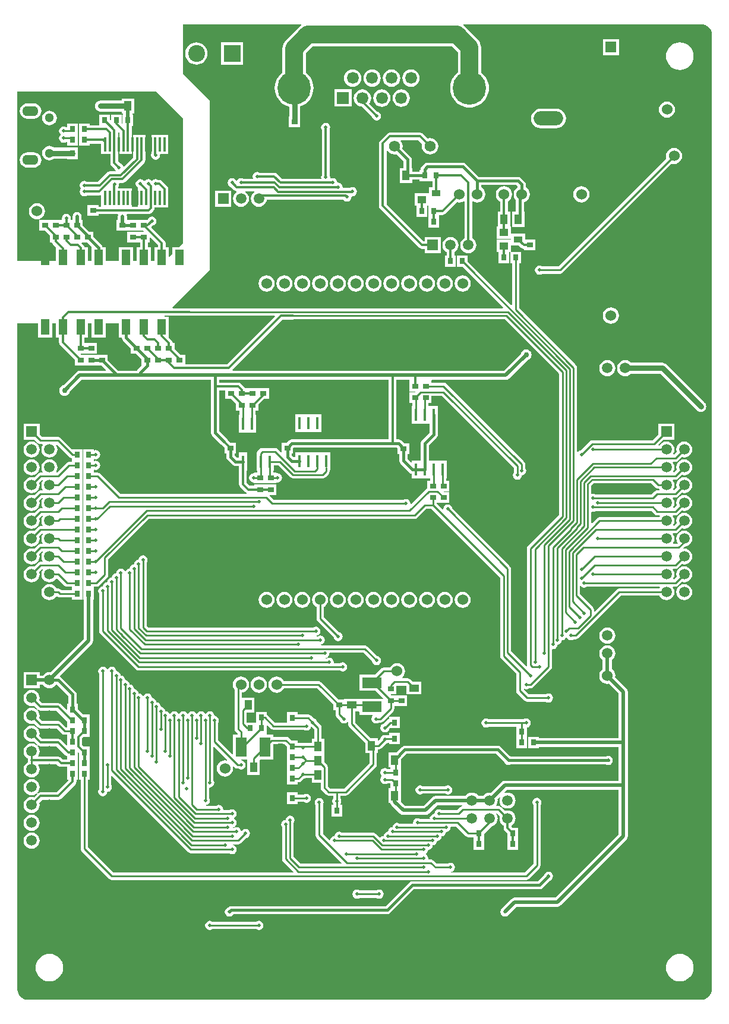
<source format=gbl>
%FSLAX25Y25*%
%MOIN*%
G70*
G01*
G75*
G04 Layer_Physical_Order=2*
G04 Layer_Color=16711680*
%ADD10R,0.10000X0.06000*%
%ADD11R,0.05500X0.04000*%
%ADD12R,0.05315X0.02756*%
%ADD13R,0.07087X0.02756*%
G04:AMPARAMS|DCode=14|XSize=74.8mil|YSize=129.92mil|CornerRadius=0mil|HoleSize=0mil|Usage=FLASHONLY|Rotation=90.000|XOffset=0mil|YOffset=0mil|HoleType=Round|Shape=Octagon|*
%AMOCTAGOND14*
4,1,8,-0.06496,-0.01870,-0.06496,0.01870,-0.04626,0.03740,0.04626,0.03740,0.06496,0.01870,0.06496,-0.01870,0.04626,-0.03740,-0.04626,-0.03740,-0.06496,-0.01870,0.0*
%
%ADD14OCTAGOND14*%

%ADD15R,0.03500X0.03000*%
%ADD16R,0.03000X0.03500*%
%ADD17R,0.04000X0.05500*%
%ADD18R,0.01000X0.06000*%
%ADD19R,0.06000X0.01000*%
%ADD20R,0.06000X0.01000*%
%ADD21R,0.01000X0.06000*%
%ADD22R,0.06000X0.01000*%
%ADD23R,0.01000X0.06000*%
%ADD24R,0.06000X0.01000*%
%ADD25R,0.01000X0.06000*%
%ADD26R,0.01000X0.06000*%
%ADD27R,0.06000X0.01000*%
%ADD28R,0.06000X0.01000*%
%ADD29R,0.01000X0.06000*%
%ADD30R,0.07480X0.04331*%
%ADD31R,0.07480X0.04331*%
G04:AMPARAMS|DCode=32|XSize=62.99mil|YSize=49.21mil|CornerRadius=0mil|HoleSize=0mil|Usage=FLASHONLY|Rotation=90.003|XOffset=0mil|YOffset=0mil|HoleType=Round|Shape=Rectangle|*
%AMROTATEDRECTD32*
4,1,4,0.02461,-0.03150,-0.02461,-0.03150,-0.02461,0.03150,0.02461,0.03150,0.02461,-0.03150,0.0*
%
%ADD32ROTATEDRECTD32*%

G04:AMPARAMS|DCode=33|XSize=62.99mil|YSize=49.21mil|CornerRadius=0mil|HoleSize=0mil|Usage=FLASHONLY|Rotation=90.003|XOffset=0mil|YOffset=0mil|HoleType=Round|Shape=Rectangle|*
%AMROTATEDRECTD33*
4,1,4,0.02461,-0.03150,-0.02461,-0.03150,-0.02461,0.03150,0.02461,0.03150,0.02461,-0.03150,0.0*
%
%ADD33ROTATEDRECTD33*%

G04:AMPARAMS|DCode=34|XSize=62.99mil|YSize=49.21mil|CornerRadius=0mil|HoleSize=0mil|Usage=FLASHONLY|Rotation=90.003|XOffset=0mil|YOffset=0mil|HoleType=Round|Shape=Rectangle|*
%AMROTATEDRECTD34*
4,1,4,0.02461,-0.03150,-0.02461,-0.03150,-0.02461,0.03150,0.02461,0.03150,0.02461,-0.03150,0.0*
%
%ADD34ROTATEDRECTD34*%

%ADD35R,0.02362X0.07284*%
%ADD36R,0.01496X0.07874*%
%ADD37R,0.01496X0.07874*%
%ADD38R,0.04724X0.02362*%
%ADD39R,0.07201X0.07874*%
%ADD40R,0.05000X0.05000*%
%ADD41R,0.05315X0.01575*%
%ADD42R,0.07087X0.05906*%
%ADD43R,0.05000X0.05000*%
%ADD44R,0.10000X0.07500*%
%ADD45R,0.13780X0.13780*%
%ADD46C,0.31496*%
%ADD47C,0.01500*%
%ADD48C,0.01000*%
%ADD49C,0.02000*%
%ADD50C,0.03000*%
%ADD51C,0.01200*%
%ADD52C,0.05906*%
%ADD53O,0.16535X0.07874*%
%ADD54O,0.15748X0.07874*%
%ADD55O,0.07874X0.15748*%
%ADD56C,0.06654*%
%ADD57R,0.06654X0.06654*%
%ADD58C,0.18740*%
%ADD59C,0.09449*%
%ADD60R,0.09449X0.09449*%
%ADD61R,0.05906X0.05906*%
%ADD62R,0.05906X0.05906*%
%ADD63C,0.06000*%
%ADD64C,0.06200*%
%ADD65R,0.06000X0.06000*%
%ADD66O,0.09055X0.05512*%
%ADD67C,0.05118*%
%ADD68C,0.02000*%
%ADD69C,0.03000*%
%ADD70R,0.11000X0.06000*%
%ADD71R,0.06000X0.11000*%
%ADD72R,0.01700X0.07100*%
%ADD73R,0.05000X0.08700*%
%ADD74R,0.05000X0.04000*%
%ADD75R,0.05000X0.03598*%
%ADD76C,0.10000*%
G36*
X59000Y-177850D02*
X60706D01*
Y-178000D01*
X60881Y-178878D01*
X61378Y-179622D01*
X61378Y-179622D01*
X61378Y-179622D01*
X65750Y-183994D01*
Y-187000D01*
X68756D01*
X71750Y-189994D01*
Y-193500D01*
X71750Y-193500D01*
X71750D01*
X71752Y-193504D01*
X69244Y-196012D01*
X68950Y-196451D01*
X58695D01*
X52750Y-190506D01*
Y-187500D01*
X37924D01*
X37646Y-187084D01*
X37681Y-187000D01*
X46750D01*
Y-181000D01*
X39641D01*
Y-177850D01*
X41500D01*
Y-170000D01*
X43500D01*
Y-177850D01*
X51500D01*
Y-170000D01*
X59000D01*
Y-177850D01*
D02*
G37*
G36*
X146571Y-166001D02*
X119713Y-192859D01*
X96250D01*
Y-187500D01*
X93528D01*
X90250Y-184222D01*
Y-181000D01*
X89141D01*
X88978Y-180181D01*
X88514Y-179486D01*
X86964Y-177936D01*
X87000Y-177850D01*
X87000D01*
X87000Y-177850D01*
Y-166150D01*
X84503D01*
X84465Y-166057D01*
X84742Y-165641D01*
X98500D01*
X99013Y-165539D01*
X146379D01*
X146571Y-166001D01*
D02*
G37*
G36*
X210359Y-234950D02*
X156000D01*
X155122Y-235125D01*
X154378Y-235622D01*
X153256Y-236744D01*
X150250D01*
Y-241957D01*
X149788Y-242148D01*
X147942Y-240302D01*
X147280Y-239860D01*
X146500Y-239705D01*
X139500D01*
X138720Y-239860D01*
X138058Y-240302D01*
X137058Y-241302D01*
X136616Y-241964D01*
X136544Y-242324D01*
X136150D01*
Y-252424D01*
X136461D01*
Y-253543D01*
X134919D01*
Y-253640D01*
X134533Y-253958D01*
X134500Y-253951D01*
X133525Y-254145D01*
X132698Y-254698D01*
X132145Y-255524D01*
X131951Y-256500D01*
X132145Y-257475D01*
X132698Y-258302D01*
X133525Y-258855D01*
X134500Y-259049D01*
X134533Y-259043D01*
X134919Y-259360D01*
Y-259543D01*
X147419D01*
Y-259328D01*
X147806Y-259010D01*
X148000Y-259049D01*
X148976Y-258855D01*
X149802Y-258302D01*
X150355Y-257475D01*
X150549Y-256500D01*
X150355Y-255524D01*
X149802Y-254698D01*
X148976Y-254145D01*
X148000Y-253951D01*
X147806Y-253990D01*
X147419Y-253672D01*
Y-253543D01*
X145539D01*
Y-252424D01*
X145850D01*
Y-249413D01*
X148457D01*
X155230Y-256186D01*
X155891Y-256628D01*
X156672Y-256783D01*
X173425D01*
X174206Y-256628D01*
X174867Y-256186D01*
X174867Y-256186D01*
X174867Y-256186D01*
X176611Y-254442D01*
X176611Y-254442D01*
X177053Y-253780D01*
X177053Y-253780D01*
X177053Y-253780D01*
X177208Y-253000D01*
X177208Y-253000D01*
Y-252223D01*
X177519D01*
Y-242123D01*
X172819D01*
D01*
D01*
X172819Y-242123D01*
X172519D01*
Y-242123D01*
X167819D01*
D01*
D01*
X167819Y-242123D01*
X167519D01*
Y-242123D01*
X162819D01*
D01*
D01*
X162819Y-242123D01*
X162519D01*
Y-242123D01*
X157819D01*
Y-244879D01*
X156879D01*
X155794Y-243794D01*
Y-242744D01*
X156750D01*
Y-239738D01*
X156950Y-239538D01*
X214920D01*
X215419Y-240038D01*
Y-243043D01*
X216375D01*
Y-246913D01*
X216550Y-247791D01*
X217047Y-248535D01*
X217047Y-248535D01*
X217047Y-248536D01*
X217047Y-248536D01*
X222031Y-253519D01*
D01*
X222031D01*
Y-253519D01*
D01*
X222031D01*
Y-253519D01*
X222031D01*
X222031Y-253519D01*
Y-253519D01*
X222031Y-253519D01*
Y-253519D01*
X222775Y-254017D01*
X223319Y-254125D01*
Y-256947D01*
X228019D01*
Y-256947D01*
X228019D01*
X228019Y-256947D01*
X228319D01*
Y-256947D01*
X233019D01*
Y-256947D01*
X233019D01*
X233019Y-256947D01*
X233319D01*
D01*
X233630Y-256947D01*
Y-258043D01*
X231919D01*
Y-262331D01*
X231515Y-262601D01*
X223018Y-271098D01*
X222540Y-270953D01*
X222355Y-270024D01*
X221802Y-269198D01*
X220975Y-268645D01*
X220000Y-268451D01*
X219024Y-268645D01*
X218552Y-268961D01*
X145845D01*
X143389Y-266505D01*
X143580Y-266043D01*
X147419D01*
Y-260043D01*
X134919D01*
Y-260902D01*
X132387D01*
X130641Y-259156D01*
Y-252424D01*
X130850D01*
Y-242324D01*
X126150D01*
Y-245080D01*
X125080D01*
X123794Y-243794D01*
Y-242744D01*
X124750D01*
Y-236744D01*
X121528D01*
X120058Y-235274D01*
X119622Y-234622D01*
X115270Y-230270D01*
Y-207385D01*
X118750D01*
Y-212244D01*
X122116D01*
X124750Y-214878D01*
Y-218744D01*
X126461D01*
Y-221064D01*
X126150D01*
Y-231164D01*
X130850D01*
Y-231164D01*
X130850D01*
X130850Y-231164D01*
X131150D01*
Y-231164D01*
X135850D01*
Y-221064D01*
X135539D01*
Y-218744D01*
X137250D01*
Y-215378D01*
X140384Y-212244D01*
X143250D01*
Y-206244D01*
X129858D01*
X129514Y-205730D01*
X127514Y-203730D01*
X126819Y-203266D01*
X126000Y-203103D01*
X115270D01*
Y-201549D01*
X210359D01*
Y-234950D01*
D02*
G37*
G36*
X95000Y-55000D02*
Y-125000D01*
X92850Y-127150D01*
X89000D01*
Y-131000D01*
X87462Y-132538D01*
X87000Y-132347D01*
Y-127150D01*
X85141D01*
Y-125000D01*
X84978Y-124181D01*
X84514Y-123486D01*
X77278Y-116250D01*
Y-115750D01*
X78098Y-114930D01*
X78475Y-114855D01*
X79302Y-114302D01*
X79855Y-113476D01*
X80049Y-112500D01*
X79855Y-111524D01*
X79302Y-110698D01*
X78475Y-110145D01*
X77500Y-109951D01*
X76525Y-110145D01*
X75698Y-110698D01*
X75145Y-111524D01*
X75070Y-111902D01*
X74972Y-112000D01*
X70250D01*
Y-112000D01*
X63549D01*
Y-110000D01*
X63356Y-109028D01*
X63673Y-108641D01*
X75500D01*
X76319Y-108478D01*
X77014Y-108014D01*
X78337Y-106691D01*
X78801Y-105997D01*
X78964Y-105177D01*
Y-104937D01*
X86748D01*
Y-94063D01*
X86554D01*
X86478Y-93681D01*
X86014Y-92986D01*
X83014Y-89986D01*
X82319Y-89522D01*
X81500Y-89359D01*
X80795D01*
X80475Y-89145D01*
X79500Y-88951D01*
X78525Y-89145D01*
X77698Y-89698D01*
X77302D01*
X76476Y-89145D01*
X75500Y-88951D01*
X74524Y-89145D01*
X73698Y-89698D01*
X73500Y-89993D01*
X73000D01*
X72802Y-89698D01*
X71975Y-89145D01*
X71000Y-88951D01*
X70025Y-89145D01*
X69198Y-89698D01*
X68645Y-90525D01*
X68451Y-91500D01*
X68645Y-92475D01*
X69198Y-93302D01*
X69620Y-93585D01*
X69475Y-94063D01*
X69457D01*
Y-104359D01*
X66276D01*
Y-94063D01*
X58491D01*
Y-93519D01*
X58855Y-92975D01*
X59049Y-92000D01*
X58955Y-91528D01*
X59272Y-91141D01*
X61000D01*
X61819Y-90978D01*
X62514Y-90514D01*
X73219Y-79809D01*
X73683Y-79115D01*
X73846Y-78295D01*
Y-74937D01*
X73953D01*
Y-64063D01*
X66898D01*
Y-74937D01*
X67005D01*
Y-76856D01*
X61893Y-81968D01*
X61414Y-81823D01*
X61355Y-81524D01*
X60802Y-80698D01*
X59975Y-80145D01*
X59598Y-80070D01*
X58491Y-78964D01*
Y-74937D01*
X58598D01*
Y-64063D01*
X58491D01*
Y-62673D01*
X58953Y-62481D01*
X59327Y-62855D01*
Y-64063D01*
X59220D01*
Y-74937D01*
X63717D01*
Y-74937D01*
X66276D01*
Y-64063D01*
X66169D01*
Y-59250D01*
X67000D01*
Y-52750D01*
X66549D01*
Y-52250D01*
X67500D01*
Y-43750D01*
X60500D01*
Y-44974D01*
X51000D01*
X50968Y-44978D01*
X50937Y-44974D01*
X48500D01*
X47717Y-45077D01*
X46987Y-45379D01*
X46360Y-45860D01*
X45880Y-46487D01*
X45577Y-47217D01*
X45474Y-48000D01*
X45577Y-48783D01*
X45880Y-49513D01*
X46360Y-50140D01*
X46987Y-50621D01*
X47717Y-50923D01*
X48500Y-51026D01*
X50937D01*
X50968Y-51022D01*
X51000Y-51026D01*
X60500D01*
Y-52250D01*
X61451D01*
Y-52750D01*
X61000D01*
Y-57819D01*
X60916Y-57854D01*
X60500Y-57576D01*
Y-52750D01*
X54500D01*
Y-55819D01*
X54416Y-55854D01*
X54000Y-55576D01*
Y-52750D01*
X48000D01*
Y-58859D01*
X42500D01*
Y-57750D01*
X36500D01*
Y-64250D01*
Y-70250D01*
X42500D01*
Y-69141D01*
X48984D01*
Y-74937D01*
X54102D01*
Y-74937D01*
X54209D01*
Y-79850D01*
X54372Y-80670D01*
X54372Y-80670D01*
X54372Y-80670D01*
X54836Y-81364D01*
X56570Y-83098D01*
X56645Y-83476D01*
X57141Y-84218D01*
X56905Y-84659D01*
X53873D01*
X53054Y-84822D01*
X52359Y-85286D01*
X47286Y-90359D01*
X40795D01*
X40475Y-90145D01*
X39500Y-89951D01*
X38524Y-90145D01*
X37698Y-90698D01*
X37145Y-91524D01*
X36951Y-92500D01*
X37145Y-93476D01*
X37663Y-94250D01*
X37145Y-95025D01*
X36951Y-96000D01*
X37145Y-96975D01*
X37698Y-97802D01*
X38524Y-98355D01*
X39500Y-98549D01*
X40475Y-98355D01*
X40795Y-98141D01*
X47785D01*
X48598Y-97979D01*
X48984Y-98297D01*
Y-104359D01*
X47750D01*
Y-103500D01*
X41250D01*
Y-109500D01*
X47750D01*
Y-108641D01*
X58327D01*
X58644Y-109028D01*
X58451Y-110000D01*
Y-112000D01*
X57750D01*
Y-118000D01*
X69750D01*
Y-118000D01*
X72576D01*
X72854Y-118416D01*
X72819Y-118500D01*
X70250D01*
Y-118500D01*
X63750D01*
Y-124500D01*
X69750D01*
Y-124500D01*
X70859D01*
Y-127150D01*
X69000D01*
Y-135000D01*
X67000D01*
Y-127150D01*
X59000D01*
Y-135000D01*
X51500D01*
Y-127150D01*
X49725D01*
X49619Y-126622D01*
X49122Y-125878D01*
X44750Y-121506D01*
Y-118500D01*
X42244D01*
X38750Y-115006D01*
Y-112000D01*
X38049D01*
Y-110000D01*
X37855Y-109025D01*
X37302Y-108198D01*
X36476Y-107645D01*
X35500Y-107451D01*
X34525Y-107645D01*
X33698Y-108198D01*
X33145Y-109025D01*
X32951Y-110000D01*
Y-112000D01*
X32244D01*
X31927Y-111614D01*
X32049Y-111000D01*
X31855Y-110024D01*
X31302Y-109198D01*
X30476Y-108645D01*
X29500Y-108451D01*
X28525Y-108645D01*
X27698Y-109198D01*
X27145Y-110024D01*
X26951Y-111000D01*
X27073Y-111614D01*
X26756Y-112000D01*
X14250D01*
Y-118000D01*
X17472D01*
X20250Y-120778D01*
Y-124500D01*
X21202D01*
X21522Y-124819D01*
X21522Y-124819D01*
Y-124819D01*
X21986Y-125514D01*
X23536Y-127064D01*
X23500Y-127150D01*
X23500D01*
X23500Y-127150D01*
Y-135000D01*
X2039D01*
Y-40000D01*
X80000D01*
X95000Y-55000D01*
D02*
G37*
G36*
X80859Y-125887D02*
Y-127150D01*
X79000D01*
Y-135000D01*
X77000D01*
Y-127150D01*
X75141D01*
Y-124500D01*
X76250D01*
Y-121931D01*
X76712Y-121740D01*
X80859Y-125887D01*
D02*
G37*
G36*
X43619Y-126863D02*
X43500Y-127150D01*
X43500D01*
X43500Y-127150D01*
Y-135000D01*
X41500D01*
Y-127150D01*
X39571D01*
X39478Y-126681D01*
X39014Y-125986D01*
X37990Y-124962D01*
X38181Y-124500D01*
X41256D01*
X43619Y-126863D01*
D02*
G37*
G36*
X221919Y-202043D02*
X221919D01*
Y-208043D01*
X225132D01*
X225167Y-208128D01*
X224889Y-208543D01*
X221919D01*
Y-214543D01*
X223630D01*
Y-216139D01*
X223319D01*
Y-226239D01*
X228019D01*
Y-226239D01*
X228019D01*
X228019Y-226239D01*
X228319D01*
Y-226239D01*
X233019D01*
Y-226239D01*
X233019D01*
X233019Y-226239D01*
X233319D01*
D01*
X233375Y-226239D01*
Y-231125D01*
X229047Y-235453D01*
X228550Y-236197D01*
X228375Y-237075D01*
Y-246847D01*
X228319Y-246847D01*
D01*
X228019D01*
Y-246847D01*
X223319D01*
Y-247666D01*
X222857Y-247857D01*
X220963Y-245963D01*
Y-243043D01*
X221919D01*
Y-237043D01*
X218914D01*
X217492Y-235622D01*
X216748Y-235125D01*
X215870Y-234950D01*
X214641D01*
Y-201549D01*
X221919D01*
Y-202043D01*
D02*
G37*
G36*
X318198Y-317302D02*
X319024Y-317855D01*
X320000Y-318049D01*
X320975Y-317855D01*
X321448Y-317539D01*
X362305D01*
X362526Y-317988D01*
X362252Y-318345D01*
X362167Y-318551D01*
X339738D01*
X339738Y-318551D01*
X338958Y-318707D01*
X338296Y-319149D01*
X338296Y-319149D01*
X326001Y-331444D01*
X325539Y-331252D01*
Y-330500D01*
X325384Y-329720D01*
X324942Y-329058D01*
X317539Y-321655D01*
Y-317178D01*
X318018Y-317033D01*
X318198Y-317302D01*
D02*
G37*
G36*
X14181Y-386978D02*
X15000Y-387141D01*
X24113D01*
X30000Y-393028D01*
Y-395750D01*
Y-396461D01*
X29345D01*
X26442Y-393558D01*
X25780Y-393116D01*
X25000Y-392961D01*
X15845D01*
X14253Y-391369D01*
X14338Y-391162D01*
X14491Y-390000D01*
X14338Y-388838D01*
X13890Y-387754D01*
X13295Y-386980D01*
X13637Y-386615D01*
X14181Y-386978D01*
D02*
G37*
G36*
Y-406978D02*
X15000Y-407141D01*
X24113D01*
X28986Y-412014D01*
X29681Y-412478D01*
X30000Y-412542D01*
Y-413750D01*
Y-414359D01*
X27387D01*
X26514Y-413486D01*
X25819Y-413022D01*
X25000Y-412859D01*
X13984D01*
X13763Y-412410D01*
X13890Y-412246D01*
X14338Y-411162D01*
X14491Y-410000D01*
X14338Y-408838D01*
X13890Y-407754D01*
X13295Y-406980D01*
X13637Y-406615D01*
X14181Y-406978D01*
D02*
G37*
G36*
X305961Y-198002D02*
Y-277185D01*
X288558Y-294588D01*
X288116Y-295249D01*
X287961Y-296029D01*
Y-361500D01*
X287961Y-361500D01*
X287961D01*
X288060Y-362000D01*
X287619Y-362235D01*
X279039Y-353655D01*
Y-307500D01*
X278884Y-306720D01*
X278707Y-306455D01*
X278442Y-306058D01*
X278442Y-306058D01*
X245966Y-273582D01*
X245855Y-273025D01*
X245302Y-272198D01*
X244476Y-271645D01*
X243500Y-271451D01*
X242525Y-271645D01*
X241698Y-272198D01*
X241145Y-273025D01*
X240951Y-274000D01*
X240964Y-274065D01*
X240523Y-274301D01*
X237228Y-271005D01*
X237419Y-270543D01*
X244419D01*
Y-264543D01*
X241449D01*
X241172Y-264128D01*
X241206Y-264043D01*
X244419D01*
Y-258043D01*
X242708D01*
Y-256947D01*
X243019D01*
Y-246847D01*
X238319D01*
D01*
D01*
X238319Y-246847D01*
X238019D01*
Y-246847D01*
X233319D01*
D01*
D01*
X233319Y-246847D01*
X233019D01*
D01*
X232963Y-246847D01*
Y-238025D01*
X237291Y-233697D01*
X237789Y-232953D01*
X237963Y-232075D01*
Y-226239D01*
X238019D01*
Y-216139D01*
X233319D01*
D01*
D01*
X233319Y-216139D01*
X233019D01*
D01*
X232709Y-216139D01*
Y-214543D01*
X234419D01*
Y-210539D01*
X240155D01*
X280461Y-250845D01*
Y-253552D01*
X280145Y-254025D01*
X279951Y-255000D01*
X280145Y-255976D01*
X280698Y-256802D01*
X281524Y-257355D01*
X282500Y-257549D01*
X283475Y-257355D01*
X284302Y-256802D01*
X284855Y-255976D01*
X285041Y-255041D01*
X285976Y-254855D01*
X286802Y-254302D01*
X287355Y-253475D01*
X287549Y-252500D01*
X287355Y-251524D01*
X287039Y-251052D01*
Y-249000D01*
X286884Y-248220D01*
X286442Y-247558D01*
X242485Y-203601D01*
X241824Y-203159D01*
X241043Y-203004D01*
X234419D01*
Y-202043D01*
X234419D01*
Y-201903D01*
X234773Y-201549D01*
X276000D01*
X276975Y-201355D01*
X277802Y-200802D01*
X288167Y-190438D01*
X288283Y-190423D01*
X289013Y-190120D01*
X289640Y-189640D01*
X290121Y-189013D01*
X290423Y-188283D01*
X290526Y-187500D01*
X290423Y-186717D01*
X290121Y-185987D01*
X289640Y-185360D01*
X289013Y-184880D01*
X288283Y-184577D01*
X287500Y-184474D01*
X286717Y-184577D01*
X285987Y-184880D01*
X285360Y-185360D01*
X284879Y-185987D01*
X284577Y-186717D01*
X284562Y-186833D01*
X274944Y-196451D01*
X122830D01*
X122639Y-195989D01*
X150887Y-167741D01*
X156500D01*
X157319Y-167578D01*
X157378Y-167539D01*
X275499D01*
X305961Y-198002D01*
D02*
G37*
G36*
X360149Y-262033D02*
X360810Y-262474D01*
X361591Y-262630D01*
X362103D01*
X362367Y-263054D01*
X362166Y-263461D01*
X361000D01*
X360220Y-263616D01*
X359558Y-264058D01*
X357655Y-265961D01*
X326448D01*
X325975Y-265645D01*
X325000Y-265451D01*
X324426Y-265565D01*
X324039Y-265248D01*
Y-260845D01*
X325345Y-259539D01*
X357655D01*
X360149Y-262033D01*
D02*
G37*
G36*
X359558Y-276942D02*
X360220Y-277384D01*
X361000Y-277539D01*
X362305D01*
X362526Y-277988D01*
X362252Y-278345D01*
X362167Y-278551D01*
X328723D01*
X327943Y-278707D01*
X327281Y-279149D01*
X324501Y-281929D01*
X324039Y-281737D01*
Y-275752D01*
X324426Y-275435D01*
X325000Y-275549D01*
X325975Y-275355D01*
X326448Y-275039D01*
X357655D01*
X359558Y-276942D01*
D02*
G37*
G36*
X386968Y-2134D02*
X388066Y-2467D01*
X389078Y-3008D01*
X389965Y-3736D01*
X390693Y-4623D01*
X391233Y-5635D01*
X391566Y-6732D01*
X391673Y-7816D01*
X391662Y-7874D01*
X391662D01*
X391662Y-7874D01*
Y-543307D01*
X391662Y-543307D01*
X391662D01*
X391673Y-543365D01*
X391566Y-544449D01*
X391233Y-545547D01*
X390693Y-546558D01*
X389965Y-547445D01*
X389078Y-548173D01*
X388066Y-548714D01*
X386968Y-549047D01*
X385885Y-549154D01*
X385827Y-549142D01*
X7874D01*
D01*
X7874D01*
D01*
X7816Y-549154D01*
X6732Y-549047D01*
X5635Y-548714D01*
X4623Y-548173D01*
X3736Y-547445D01*
X3008Y-546558D01*
X2467Y-545547D01*
X2134Y-544449D01*
X2028Y-543365D01*
X2039Y-543307D01*
Y-170000D01*
X13500D01*
Y-177850D01*
X21500D01*
Y-170000D01*
X23500D01*
Y-177850D01*
X25359D01*
Y-180500D01*
X25522Y-181319D01*
X25986Y-182014D01*
X34250Y-190278D01*
Y-193500D01*
X49256D01*
X51745Y-195989D01*
X51553Y-196451D01*
X37000D01*
X36024Y-196645D01*
X35198Y-197198D01*
X27833Y-204562D01*
X27717Y-204577D01*
X26987Y-204879D01*
X26360Y-205360D01*
X25879Y-205987D01*
X25577Y-206717D01*
X25474Y-207500D01*
X25577Y-208283D01*
X25879Y-209013D01*
X26360Y-209640D01*
X26987Y-210121D01*
X27717Y-210423D01*
X28500Y-210526D01*
X29283Y-210423D01*
X30013Y-210121D01*
X30640Y-209640D01*
X31120Y-209013D01*
X31423Y-208283D01*
X31438Y-208167D01*
X38056Y-201549D01*
X70866D01*
X70933Y-201536D01*
X71000Y-201549D01*
X110682D01*
Y-205500D01*
X110682Y-205500D01*
X110682D01*
Y-231000D01*
X110704Y-231110D01*
X110682Y-231221D01*
X110857Y-232098D01*
X111354Y-232843D01*
X116378Y-237866D01*
X117030Y-238302D01*
X118250Y-239522D01*
Y-242744D01*
X119206D01*
Y-244744D01*
X119380Y-245622D01*
X119878Y-246366D01*
X122508Y-248996D01*
D01*
X122508D01*
Y-248996D01*
D01*
X122508D01*
Y-248996D01*
X122508D01*
X122508Y-248996D01*
Y-248996D01*
X122508Y-248996D01*
Y-248996D01*
X123252Y-249494D01*
X124130Y-249668D01*
X126150D01*
Y-252424D01*
X126359D01*
Y-260043D01*
X126522Y-260863D01*
X126522Y-260863D01*
X126522Y-260863D01*
X126986Y-261557D01*
X129986Y-264557D01*
X130622Y-264982D01*
X130477Y-265461D01*
X59845D01*
X48533Y-254149D01*
X47871Y-253707D01*
X47091Y-253551D01*
X45000D01*
Y-252840D01*
Y-252244D01*
X45386Y-251927D01*
X46000Y-252049D01*
X46975Y-251855D01*
X47802Y-251302D01*
X48355Y-250476D01*
X48549Y-249500D01*
X48355Y-248524D01*
X47802Y-247698D01*
X46975Y-247145D01*
X46000Y-246951D01*
X45386Y-247073D01*
X45000Y-246756D01*
Y-246244D01*
X45386Y-245927D01*
X46000Y-246049D01*
X46975Y-245855D01*
X47802Y-245302D01*
X48355Y-244476D01*
X48549Y-243500D01*
X48355Y-242525D01*
X47802Y-241698D01*
X46975Y-241145D01*
X46000Y-240951D01*
X45386Y-241073D01*
X45000Y-240756D01*
Y-240340D01*
X39000D01*
Y-246841D01*
Y-252840D01*
Y-258840D01*
Y-264841D01*
Y-270841D01*
Y-276840D01*
Y-282840D01*
Y-288841D01*
Y-294841D01*
Y-300840D01*
Y-306840D01*
Y-312841D01*
Y-318841D01*
Y-324840D01*
X39451D01*
Y-346944D01*
X20783Y-365612D01*
X20000Y-365509D01*
X18838Y-365662D01*
X17754Y-366110D01*
X16824Y-366824D01*
X16343Y-367451D01*
X14453D01*
Y-365547D01*
X5547D01*
Y-374453D01*
X14453D01*
Y-372549D01*
X16343D01*
X16824Y-373176D01*
X17754Y-373889D01*
X18838Y-374338D01*
X20000Y-374491D01*
X21162Y-374338D01*
X22246Y-373889D01*
X23176Y-373176D01*
X23707Y-372483D01*
X24206Y-372450D01*
X30706Y-378950D01*
Y-383250D01*
X30000D01*
Y-386319D01*
X29538Y-386510D01*
X26514Y-383486D01*
X25819Y-383022D01*
X25000Y-382859D01*
X15887D01*
X14295Y-381267D01*
X14338Y-381162D01*
X14491Y-380000D01*
X14338Y-378838D01*
X13890Y-377754D01*
X13176Y-376824D01*
X12246Y-376111D01*
X11162Y-375662D01*
X10000Y-375509D01*
X8838Y-375662D01*
X7754Y-376111D01*
X6824Y-376824D01*
X6111Y-377754D01*
X5662Y-378838D01*
X5509Y-380000D01*
X5662Y-381162D01*
X6111Y-382246D01*
X6824Y-383176D01*
X7754Y-383890D01*
X8838Y-384338D01*
X10000Y-384491D01*
X11162Y-384338D01*
X11267Y-384295D01*
X13140Y-386168D01*
X12810Y-386544D01*
X12246Y-386110D01*
X11162Y-385662D01*
X10000Y-385509D01*
X8838Y-385662D01*
X7754Y-386110D01*
X6824Y-386824D01*
X6111Y-387754D01*
X5662Y-388838D01*
X5509Y-390000D01*
X5662Y-391162D01*
X6111Y-392246D01*
X6824Y-393176D01*
X7754Y-393889D01*
X8838Y-394338D01*
X10000Y-394491D01*
X11162Y-394338D01*
X11369Y-394253D01*
X13558Y-396442D01*
X14220Y-396884D01*
X15000Y-397039D01*
X24155D01*
X27058Y-399942D01*
X27720Y-400384D01*
X28500Y-400539D01*
X30000D01*
Y-401750D01*
Y-406319D01*
X29538Y-406510D01*
X26514Y-403486D01*
X25819Y-403022D01*
X25000Y-402859D01*
X15887D01*
X14295Y-401267D01*
X14338Y-401162D01*
X14491Y-400000D01*
X14338Y-398838D01*
X13890Y-397754D01*
X13176Y-396824D01*
X12246Y-396111D01*
X11162Y-395662D01*
X10000Y-395509D01*
X8838Y-395662D01*
X7754Y-396111D01*
X6824Y-396824D01*
X6111Y-397754D01*
X5662Y-398838D01*
X5509Y-400000D01*
X5662Y-401162D01*
X6111Y-402246D01*
X6824Y-403176D01*
X7754Y-403890D01*
X8838Y-404338D01*
X10000Y-404491D01*
X11162Y-404338D01*
X11267Y-404295D01*
X13140Y-406168D01*
X12810Y-406544D01*
X12246Y-406110D01*
X11162Y-405662D01*
X10000Y-405509D01*
X8838Y-405662D01*
X7754Y-406110D01*
X6824Y-406824D01*
X6111Y-407754D01*
X5662Y-408838D01*
X5509Y-410000D01*
X5662Y-411162D01*
X6111Y-412246D01*
X6824Y-413176D01*
X7754Y-413890D01*
X7961Y-413975D01*
Y-414487D01*
X7859Y-415000D01*
X7961Y-415513D01*
Y-416025D01*
X7754Y-416111D01*
X6824Y-416824D01*
X6111Y-417754D01*
X5662Y-418838D01*
X5509Y-420000D01*
X5662Y-421162D01*
X6111Y-422246D01*
X6824Y-423176D01*
X7754Y-423889D01*
X8838Y-424338D01*
X10000Y-424491D01*
X11162Y-424338D01*
X12246Y-423889D01*
X13176Y-423176D01*
X13890Y-422246D01*
X14338Y-421162D01*
X14491Y-420000D01*
X14338Y-418838D01*
X13890Y-417754D01*
X13763Y-417590D01*
X13984Y-417141D01*
X24113D01*
X24986Y-418014D01*
X25681Y-418478D01*
X26500Y-418641D01*
X30000D01*
Y-419750D01*
Y-425750D01*
X30569D01*
X30760Y-426212D01*
X24113Y-432859D01*
X15000D01*
X14181Y-433022D01*
X13637Y-433385D01*
X13295Y-433020D01*
X13890Y-432246D01*
X14338Y-431162D01*
X14491Y-430000D01*
X14338Y-428838D01*
X13890Y-427754D01*
X13176Y-426824D01*
X12246Y-426111D01*
X11162Y-425662D01*
X10000Y-425509D01*
X8838Y-425662D01*
X7754Y-426111D01*
X6824Y-426824D01*
X6111Y-427754D01*
X5662Y-428838D01*
X5509Y-430000D01*
X5662Y-431162D01*
X6111Y-432246D01*
X6824Y-433176D01*
X7754Y-433889D01*
X8838Y-434338D01*
X10000Y-434491D01*
X11162Y-434338D01*
X12246Y-433889D01*
X12810Y-433456D01*
X13140Y-433832D01*
X11267Y-435705D01*
X11162Y-435662D01*
X10000Y-435509D01*
X8838Y-435662D01*
X7754Y-436110D01*
X6824Y-436824D01*
X6111Y-437754D01*
X5662Y-438838D01*
X5509Y-440000D01*
X5662Y-441162D01*
X6111Y-442246D01*
X6824Y-443176D01*
X7754Y-443890D01*
X8838Y-444338D01*
X10000Y-444491D01*
X11162Y-444338D01*
X12246Y-443890D01*
X13176Y-443176D01*
X13890Y-442246D01*
X14338Y-441162D01*
X14491Y-440000D01*
X14338Y-438838D01*
X14295Y-438733D01*
X15887Y-437141D01*
X25000D01*
X25819Y-436978D01*
X26514Y-436514D01*
X26514Y-436514D01*
X26514Y-436514D01*
X34514Y-428514D01*
X34978Y-427819D01*
X35141Y-427000D01*
Y-425750D01*
X36000D01*
Y-419750D01*
Y-413750D01*
Y-410681D01*
X36084Y-410646D01*
X36500Y-410924D01*
Y-413750D01*
Y-419750D01*
Y-425750D01*
X37461D01*
Y-464500D01*
X37616Y-465280D01*
X38058Y-465942D01*
X53558Y-481442D01*
X54220Y-481884D01*
X55000Y-482039D01*
X287500D01*
X288280Y-481884D01*
X288942Y-481442D01*
X294942Y-475442D01*
X295384Y-474780D01*
X295539Y-474000D01*
Y-439948D01*
X295855Y-439475D01*
X296049Y-438500D01*
X295855Y-437525D01*
X295302Y-436698D01*
X294476Y-436145D01*
X293500Y-435951D01*
X292525Y-436145D01*
X291698Y-436698D01*
X291145Y-437525D01*
X290951Y-438500D01*
X291145Y-439475D01*
X291461Y-439948D01*
Y-473155D01*
X286655Y-477961D01*
X245480D01*
X245431Y-477463D01*
X245975Y-477355D01*
X246802Y-476802D01*
X247355Y-475976D01*
X247549Y-475000D01*
X247355Y-474024D01*
X246802Y-473198D01*
X245975Y-472645D01*
X245000Y-472451D01*
X244024Y-472645D01*
X243552Y-472961D01*
X237345D01*
X235442Y-471058D01*
X234780Y-470616D01*
X234000Y-470461D01*
X232851D01*
X232534Y-470074D01*
X232549Y-470000D01*
X232355Y-469025D01*
X231802Y-468198D01*
X231133Y-467750D01*
Y-467250D01*
X231802Y-466802D01*
X232355Y-465976D01*
X232541Y-465041D01*
X233475Y-464855D01*
X234302Y-464302D01*
X234855Y-463476D01*
X235041Y-462541D01*
X235976Y-462355D01*
X236802Y-461802D01*
X237355Y-460976D01*
X237541Y-460041D01*
X238475Y-459855D01*
X239302Y-459302D01*
X239855Y-458475D01*
X240041Y-457541D01*
X240975Y-457355D01*
X241802Y-456802D01*
X242355Y-455975D01*
X242541Y-455041D01*
X243476Y-454855D01*
X244302Y-454302D01*
X244855Y-453476D01*
X245049Y-452500D01*
X245034Y-452426D01*
X245351Y-452039D01*
X248155D01*
X253558Y-457442D01*
X254220Y-457884D01*
X255000Y-458039D01*
X258000D01*
Y-459250D01*
Y-465250D01*
X264000D01*
Y-459250D01*
Y-456028D01*
X268209Y-451819D01*
X269246Y-451390D01*
X270176Y-450676D01*
X270889Y-449746D01*
X271338Y-448662D01*
X271491Y-447500D01*
X271338Y-446338D01*
X270889Y-445254D01*
X270685Y-444988D01*
X270798Y-444757D01*
X271292Y-444676D01*
X272747Y-446131D01*
X272662Y-446338D01*
X272509Y-447500D01*
X272662Y-448662D01*
X273111Y-449746D01*
X273824Y-450676D01*
X274754Y-451390D01*
X274859Y-451433D01*
Y-453000D01*
X275022Y-453819D01*
X275022Y-453819D01*
X275022Y-453819D01*
X275486Y-454514D01*
X277000Y-456028D01*
Y-459250D01*
Y-465250D01*
X283000D01*
Y-459250D01*
Y-452750D01*
X279778D01*
X279141Y-452113D01*
Y-451433D01*
X279246Y-451390D01*
X280176Y-450676D01*
X280890Y-449746D01*
X281338Y-448662D01*
X281491Y-447500D01*
X281338Y-446338D01*
X280890Y-445254D01*
X280176Y-444324D01*
X279246Y-443610D01*
X278162Y-443162D01*
X277000Y-443009D01*
X275838Y-443162D01*
X275631Y-443247D01*
X273442Y-441058D01*
X272780Y-440616D01*
X272000Y-440461D01*
X270906D01*
X270685Y-440012D01*
X270889Y-439746D01*
X271338Y-438662D01*
X271491Y-437500D01*
X271388Y-436717D01*
X272388Y-435716D01*
X272804Y-435994D01*
X272662Y-436338D01*
X272509Y-437500D01*
X272662Y-438662D01*
X273111Y-439746D01*
X273824Y-440676D01*
X274754Y-441390D01*
X275838Y-441838D01*
X277000Y-441991D01*
X278162Y-441838D01*
X279246Y-441390D01*
X280176Y-440676D01*
X280890Y-439746D01*
X281338Y-438662D01*
X281491Y-437500D01*
X281338Y-436338D01*
X280890Y-435254D01*
X280176Y-434324D01*
X279246Y-433610D01*
X278162Y-433162D01*
X277000Y-433009D01*
X275838Y-433162D01*
X275494Y-433304D01*
X275216Y-432888D01*
X276556Y-431549D01*
X339451D01*
Y-456444D01*
X303944Y-491951D01*
X281000D01*
X280025Y-492145D01*
X279198Y-492698D01*
X273698Y-498198D01*
X273145Y-499024D01*
X272951Y-500000D01*
X273145Y-500976D01*
X273698Y-501802D01*
X274524Y-502355D01*
X275500Y-502549D01*
X276476Y-502355D01*
X277302Y-501802D01*
X282056Y-497049D01*
X305000D01*
X305976Y-496855D01*
X306802Y-496302D01*
X343802Y-459302D01*
X344355Y-458475D01*
X344549Y-457500D01*
Y-429000D01*
X344549Y-429000D01*
X344549Y-429000D01*
Y-429000D01*
Y-405000D01*
X344549Y-405000D01*
X344549Y-405000D01*
Y-405000D01*
Y-376500D01*
X344549Y-376500D01*
X344549Y-376500D01*
Y-376500D01*
X344549D01*
X344549Y-376500D01*
X344355Y-375524D01*
X343802Y-374698D01*
X337430Y-368325D01*
X337539Y-367500D01*
X337384Y-366325D01*
X336931Y-365231D01*
X336209Y-364291D01*
X335549Y-363784D01*
Y-358657D01*
X336176Y-358176D01*
X336890Y-357246D01*
X337338Y-356162D01*
X337491Y-355000D01*
X337338Y-353838D01*
X336890Y-352754D01*
X336176Y-351824D01*
X335246Y-351111D01*
X334162Y-350662D01*
X333000Y-350509D01*
X331838Y-350662D01*
X330754Y-351111D01*
X329824Y-351824D01*
X329111Y-352754D01*
X328662Y-353838D01*
X328509Y-355000D01*
X328662Y-356162D01*
X329111Y-357246D01*
X329824Y-358176D01*
X330451Y-358657D01*
Y-363784D01*
X329791Y-364291D01*
X329069Y-365231D01*
X328616Y-366325D01*
X328461Y-367500D01*
X328616Y-368675D01*
X329069Y-369769D01*
X329791Y-370709D01*
X330731Y-371431D01*
X331825Y-371884D01*
X333000Y-372039D01*
X333825Y-371930D01*
X339451Y-377556D01*
Y-402451D01*
X294500D01*
Y-401750D01*
X288500D01*
Y-408250D01*
X294500D01*
Y-407549D01*
X339451D01*
Y-426451D01*
X275500D01*
X274524Y-426645D01*
X273698Y-427198D01*
X267783Y-433112D01*
X267000Y-433009D01*
X265838Y-433162D01*
X264754Y-433610D01*
X263824Y-434324D01*
X263343Y-434951D01*
X260657D01*
X260176Y-434324D01*
X259246Y-433610D01*
X258162Y-433162D01*
X257000Y-433009D01*
X255838Y-433162D01*
X254754Y-433610D01*
X253824Y-434324D01*
X253343Y-434951D01*
X236500D01*
X235525Y-435145D01*
X234698Y-435698D01*
X229944Y-440451D01*
X219556D01*
X217201Y-438096D01*
Y-430974D01*
Y-424974D01*
Y-418974D01*
Y-414469D01*
X220375Y-411294D01*
X270550D01*
X275124Y-415868D01*
X275145Y-415976D01*
X275698Y-416802D01*
X276524Y-417355D01*
X277500Y-417549D01*
X278475Y-417355D01*
X278567Y-417294D01*
X332433D01*
X332524Y-417355D01*
X333500Y-417549D01*
X334475Y-417355D01*
X335302Y-416802D01*
X335855Y-415976D01*
X336049Y-415000D01*
X335855Y-414024D01*
X335302Y-413198D01*
X334475Y-412645D01*
X333500Y-412451D01*
X332524Y-412645D01*
X332433Y-412706D01*
X278567D01*
X278475Y-412645D01*
X278368Y-412624D01*
X273122Y-407378D01*
X272378Y-406881D01*
X271500Y-406706D01*
X219425D01*
X218547Y-406881D01*
X217803Y-407378D01*
X214706Y-410474D01*
X210201D01*
Y-418974D01*
X211201D01*
Y-419685D01*
X209649D01*
X209176Y-419370D01*
X208201Y-419175D01*
X207225Y-419370D01*
X206398Y-419922D01*
X205846Y-420749D01*
X205652Y-421724D01*
X205846Y-422700D01*
X206398Y-423527D01*
Y-423922D01*
X205846Y-424749D01*
X205652Y-425724D01*
X205846Y-426700D01*
X206398Y-427527D01*
X207225Y-428079D01*
X208201Y-428273D01*
X209176Y-428079D01*
X209649Y-427764D01*
X211201D01*
Y-430474D01*
X210201D01*
Y-438974D01*
X211306D01*
X211346Y-439176D01*
X211898Y-440003D01*
X216698Y-444802D01*
X217525Y-445355D01*
X218500Y-445549D01*
X231000D01*
X231976Y-445355D01*
X232802Y-444802D01*
X237556Y-440049D01*
X251520D01*
X251569Y-440547D01*
X251220Y-440616D01*
X250558Y-441058D01*
X248655Y-442961D01*
X239948D01*
X239475Y-442645D01*
X238500Y-442451D01*
X237525Y-442645D01*
X236698Y-443198D01*
X236145Y-444025D01*
X235959Y-444959D01*
X235024Y-445145D01*
X234198Y-445698D01*
X233645Y-446524D01*
X233451Y-447500D01*
X233466Y-447574D01*
X233149Y-447961D01*
X227948D01*
X227476Y-447645D01*
X226500Y-447451D01*
X225524Y-447645D01*
X224698Y-448198D01*
X224145Y-449024D01*
X223951Y-450000D01*
X223966Y-450074D01*
X223649Y-450461D01*
X216448D01*
X215975Y-450145D01*
X215000Y-449951D01*
X214024Y-450145D01*
X213198Y-450698D01*
X212645Y-451524D01*
X212459Y-452459D01*
X211525Y-452645D01*
X210698Y-453198D01*
X210145Y-454025D01*
X209959Y-454959D01*
X209025Y-455145D01*
X208198Y-455698D01*
X207645Y-456525D01*
X207459Y-457459D01*
X206524Y-457645D01*
X205698Y-458198D01*
X205656Y-458261D01*
X205158Y-458310D01*
X202906Y-456058D01*
X202245Y-455616D01*
X201465Y-455461D01*
X183948D01*
X183475Y-455145D01*
X182500Y-454951D01*
X181525Y-455145D01*
X180698Y-455698D01*
X180145Y-456525D01*
X179959Y-457459D01*
X179025Y-457645D01*
X178198Y-458198D01*
X177645Y-459024D01*
X177543Y-459536D01*
X177065Y-459681D01*
X173460Y-456076D01*
Y-440027D01*
X173776Y-439555D01*
X173970Y-438579D01*
X173776Y-437604D01*
X173223Y-436777D01*
X172396Y-436224D01*
X171421Y-436030D01*
X170445Y-436224D01*
X169618Y-436777D01*
X169066Y-437604D01*
X168872Y-438579D01*
X169066Y-439555D01*
X169382Y-440027D01*
Y-456921D01*
X169537Y-457701D01*
X169979Y-458363D01*
X184115Y-472499D01*
X183924Y-472961D01*
X160845D01*
X157039Y-469155D01*
Y-449948D01*
X157355Y-449475D01*
X157549Y-448500D01*
X157355Y-447524D01*
X156802Y-446698D01*
X155975Y-446145D01*
X155000Y-445951D01*
X154025Y-446145D01*
X153198Y-446698D01*
X152645Y-447524D01*
X152459Y-448459D01*
X151524Y-448645D01*
X150698Y-449198D01*
X150145Y-450025D01*
X149951Y-451000D01*
X150145Y-451975D01*
X150461Y-452448D01*
Y-470328D01*
X150461Y-470328D01*
X150461D01*
X150616Y-471109D01*
X151058Y-471770D01*
X156787Y-477499D01*
X156595Y-477961D01*
X55845D01*
X41539Y-463655D01*
Y-425750D01*
X42500D01*
Y-419750D01*
Y-413750D01*
Y-407250D01*
X39278D01*
X38391Y-406363D01*
Y-402637D01*
X39278Y-401750D01*
X42500D01*
Y-395750D01*
Y-389250D01*
X38994D01*
X36000Y-386256D01*
Y-383250D01*
X35294D01*
Y-378000D01*
X35120Y-377122D01*
X34622Y-376378D01*
X26622Y-368378D01*
X26114Y-368038D01*
X26065Y-367540D01*
X43802Y-349802D01*
X44355Y-348975D01*
X44549Y-348000D01*
Y-324840D01*
X45000D01*
Y-318841D01*
Y-317630D01*
X46409D01*
X47190Y-317475D01*
X47851Y-317033D01*
X52442Y-312442D01*
X52884Y-311780D01*
X53039Y-311000D01*
Y-302173D01*
X75673Y-279539D01*
X224964D01*
X225745Y-279384D01*
X226406Y-278942D01*
X231478Y-273870D01*
X234325D01*
X272961Y-312506D01*
Y-356500D01*
X273116Y-357280D01*
X273558Y-357942D01*
X281961Y-366345D01*
Y-376000D01*
X282116Y-376780D01*
X282558Y-377442D01*
X286558Y-381442D01*
X287220Y-381884D01*
X288000Y-382039D01*
X298552D01*
X299025Y-382355D01*
X300000Y-382549D01*
X300975Y-382355D01*
X301802Y-381802D01*
X302355Y-380976D01*
X302549Y-380000D01*
X302355Y-379025D01*
X301802Y-378198D01*
X300975Y-377645D01*
X300000Y-377451D01*
X299025Y-377645D01*
X298552Y-377961D01*
X288845D01*
X286274Y-375391D01*
X286348Y-374896D01*
X286480Y-374825D01*
X286525Y-374855D01*
X287500Y-375049D01*
X288475Y-374855D01*
X288948Y-374539D01*
X290000D01*
X290780Y-374384D01*
X291442Y-373942D01*
X291442Y-373942D01*
X291442Y-373942D01*
X301442Y-363942D01*
X301442Y-363942D01*
X301884Y-363280D01*
X301884Y-363280D01*
X301884Y-363280D01*
X302039Y-362500D01*
X302039Y-362500D01*
Y-352851D01*
X302426Y-352534D01*
X302500Y-352549D01*
X303475Y-352355D01*
X304302Y-351802D01*
X304855Y-350975D01*
X305041Y-350041D01*
X305976Y-349855D01*
X306802Y-349302D01*
X307355Y-348476D01*
X307541Y-347541D01*
X308475Y-347355D01*
X309302Y-346802D01*
X309750Y-346132D01*
X310250D01*
X310698Y-346802D01*
X311525Y-347355D01*
X312500Y-347549D01*
X313475Y-347355D01*
X313948Y-347039D01*
X315328D01*
X316109Y-346884D01*
X316770Y-346442D01*
X340582Y-322630D01*
X362167D01*
X362252Y-322836D01*
X362966Y-323766D01*
X363896Y-324480D01*
X364979Y-324929D01*
X366142Y-325082D01*
X367304Y-324929D01*
X368387Y-324480D01*
X369318Y-323766D01*
X370031Y-322836D01*
X370480Y-321753D01*
X370633Y-320590D01*
X370480Y-319428D01*
X370031Y-318345D01*
X369757Y-317988D01*
X369978Y-317539D01*
X371232D01*
X372013Y-317384D01*
X372674Y-316942D01*
X374773Y-314843D01*
X374979Y-314929D01*
X376142Y-315082D01*
X377304Y-314929D01*
X378387Y-314480D01*
X379317Y-313766D01*
X380031Y-312836D01*
X380480Y-311753D01*
X380633Y-310591D01*
X380480Y-309428D01*
X380031Y-308345D01*
X379317Y-307415D01*
X378387Y-306701D01*
X377304Y-306252D01*
X376142Y-306099D01*
X374979Y-306252D01*
X373896Y-306701D01*
X372966Y-307415D01*
X372252Y-308345D01*
X371804Y-309428D01*
X371651Y-310591D01*
X371804Y-311753D01*
X371889Y-311959D01*
X370510Y-313338D01*
X370017Y-313257D01*
X369896Y-313012D01*
X370031Y-312836D01*
X370480Y-311753D01*
X370633Y-310591D01*
X370480Y-309428D01*
X370031Y-308345D01*
X369757Y-307988D01*
X369978Y-307539D01*
X371232D01*
X372013Y-307384D01*
X372674Y-306942D01*
X374773Y-304843D01*
X374979Y-304929D01*
X376142Y-305082D01*
X377304Y-304929D01*
X378387Y-304480D01*
X379317Y-303766D01*
X380031Y-302836D01*
X380480Y-301753D01*
X380633Y-300590D01*
X380480Y-299428D01*
X380031Y-298345D01*
X379317Y-297415D01*
X378387Y-296701D01*
X377304Y-296252D01*
X376142Y-296099D01*
X375926Y-296128D01*
X375704Y-295679D01*
X376326Y-295057D01*
X377304Y-294929D01*
X378387Y-294480D01*
X379317Y-293766D01*
X380031Y-292836D01*
X380480Y-291753D01*
X380633Y-290591D01*
X380480Y-289428D01*
X380031Y-288345D01*
X379317Y-287415D01*
X378387Y-286701D01*
X377304Y-286252D01*
X376142Y-286099D01*
X374979Y-286252D01*
X373896Y-286701D01*
X372966Y-287415D01*
X372252Y-288345D01*
X371804Y-289428D01*
X371651Y-290591D01*
X371804Y-291753D01*
X372252Y-292836D01*
X372481Y-293135D01*
X372155Y-293461D01*
X370117D01*
X369896Y-293012D01*
X370031Y-292836D01*
X370480Y-291753D01*
X370633Y-290591D01*
X370480Y-289428D01*
X370031Y-288345D01*
X369757Y-287988D01*
X369978Y-287539D01*
X371232D01*
X372013Y-287384D01*
X372674Y-286942D01*
X374773Y-284843D01*
X374979Y-284929D01*
X376142Y-285082D01*
X377304Y-284929D01*
X378387Y-284480D01*
X379317Y-283766D01*
X380031Y-282836D01*
X380480Y-281753D01*
X380633Y-280591D01*
X380480Y-279428D01*
X380031Y-278345D01*
X379317Y-277415D01*
X378387Y-276701D01*
X377304Y-276252D01*
X376142Y-276099D01*
X374979Y-276252D01*
X373896Y-276701D01*
X372966Y-277415D01*
X372252Y-278345D01*
X371804Y-279428D01*
X371651Y-280591D01*
X371804Y-281753D01*
X371889Y-281959D01*
X370510Y-283338D01*
X370017Y-283257D01*
X369896Y-283012D01*
X370031Y-282836D01*
X370480Y-281753D01*
X370633Y-280591D01*
X370480Y-279428D01*
X370031Y-278345D01*
X369757Y-277988D01*
X369978Y-277539D01*
X371232D01*
X372013Y-277384D01*
X372674Y-276942D01*
X372674Y-276942D01*
X372674Y-276942D01*
X374773Y-274843D01*
X374979Y-274929D01*
X376142Y-275082D01*
X377304Y-274929D01*
X378387Y-274480D01*
X379317Y-273766D01*
X380031Y-272836D01*
X380480Y-271753D01*
X380633Y-270590D01*
X380480Y-269428D01*
X380031Y-268345D01*
X379317Y-267415D01*
X378387Y-266701D01*
X377304Y-266252D01*
X376142Y-266099D01*
X374979Y-266252D01*
X373896Y-266701D01*
X372966Y-267415D01*
X372252Y-268345D01*
X371804Y-269428D01*
X371651Y-270590D01*
X371804Y-271753D01*
X371889Y-271959D01*
X370510Y-273339D01*
X370017Y-273257D01*
X369896Y-273012D01*
X370031Y-272836D01*
X370480Y-271753D01*
X370633Y-270590D01*
X370480Y-269428D01*
X370031Y-268345D01*
X369757Y-267988D01*
X369978Y-267539D01*
X371232D01*
X372013Y-267384D01*
X372674Y-266942D01*
X372674Y-266942D01*
X372674Y-266942D01*
X374773Y-264843D01*
X374979Y-264929D01*
X376142Y-265082D01*
X377304Y-264929D01*
X378387Y-264480D01*
X379317Y-263766D01*
X380031Y-262836D01*
X380480Y-261753D01*
X380633Y-260591D01*
X380480Y-259428D01*
X380031Y-258345D01*
X379317Y-257415D01*
X378387Y-256701D01*
X377304Y-256252D01*
X376142Y-256099D01*
X374979Y-256252D01*
X373896Y-256701D01*
X372966Y-257415D01*
X372252Y-258345D01*
X371804Y-259428D01*
X371651Y-260591D01*
X371804Y-261753D01*
X371889Y-261959D01*
X370510Y-263338D01*
X370017Y-263257D01*
X369896Y-263012D01*
X370031Y-262836D01*
X370480Y-261753D01*
X370633Y-260591D01*
X370480Y-259428D01*
X370031Y-258345D01*
X369757Y-257988D01*
X369978Y-257539D01*
X371232D01*
X372013Y-257384D01*
X372674Y-256942D01*
X374773Y-254843D01*
X374979Y-254929D01*
X376142Y-255082D01*
X377304Y-254929D01*
X378387Y-254480D01*
X379317Y-253766D01*
X380031Y-252836D01*
X380480Y-251753D01*
X380633Y-250590D01*
X380480Y-249428D01*
X380031Y-248345D01*
X379317Y-247415D01*
X378387Y-246701D01*
X377304Y-246252D01*
X376142Y-246099D01*
X374979Y-246252D01*
X373896Y-246701D01*
X372966Y-247415D01*
X372252Y-248345D01*
X371804Y-249428D01*
X371651Y-250590D01*
X371804Y-251753D01*
X371889Y-251959D01*
X370510Y-253339D01*
X370017Y-253257D01*
X369896Y-253012D01*
X370031Y-252836D01*
X370480Y-251753D01*
X370633Y-250590D01*
X370480Y-249428D01*
X370031Y-248345D01*
X369757Y-247988D01*
X369978Y-247539D01*
X371232D01*
X372013Y-247384D01*
X372674Y-246942D01*
X372674Y-246942D01*
X372674Y-246942D01*
X374773Y-244843D01*
X374979Y-244929D01*
X376142Y-245082D01*
X377304Y-244929D01*
X378387Y-244480D01*
X379317Y-243766D01*
X380031Y-242836D01*
X380480Y-241753D01*
X380633Y-240591D01*
X380480Y-239428D01*
X380031Y-238345D01*
X379317Y-237415D01*
X378387Y-236701D01*
X377304Y-236252D01*
X376142Y-236099D01*
X374979Y-236252D01*
X373896Y-236701D01*
X372966Y-237415D01*
X372252Y-238345D01*
X371804Y-239428D01*
X371651Y-240591D01*
X371804Y-241753D01*
X371889Y-241959D01*
X370510Y-243338D01*
X370017Y-243257D01*
X369896Y-243012D01*
X370031Y-242836D01*
X370480Y-241753D01*
X370633Y-240591D01*
X370480Y-239428D01*
X370031Y-238345D01*
X369318Y-237415D01*
X368387Y-236701D01*
X367304Y-236252D01*
X366142Y-236099D01*
X364979Y-236252D01*
X363896Y-236701D01*
X362966Y-237415D01*
X362252Y-238345D01*
X361659Y-238099D01*
X361617Y-237999D01*
X364573Y-235043D01*
X370595D01*
Y-226138D01*
X361689D01*
Y-232159D01*
X358388Y-235461D01*
X324465D01*
X323684Y-235616D01*
X323419Y-235793D01*
X323023Y-236058D01*
X323023Y-236058D01*
X318038Y-241043D01*
X317525Y-241145D01*
X316698Y-241698D01*
X316518Y-241967D01*
X316039Y-241822D01*
Y-194672D01*
X315884Y-193891D01*
X315442Y-193230D01*
X283539Y-161327D01*
Y-136250D01*
X284500D01*
Y-129750D01*
X279000D01*
Y-126049D01*
X283271D01*
X284736Y-127514D01*
X285431Y-127978D01*
X285431Y-127978D01*
X285431Y-127978D01*
D01*
X285431Y-127978D01*
X285431Y-127978D01*
X286250Y-128141D01*
Y-129000D01*
X292750D01*
Y-123000D01*
X287000D01*
Y-119451D01*
X279000D01*
Y-115500D01*
X278500D01*
Y-107250D01*
X277141D01*
Y-101484D01*
X277269Y-101431D01*
X278209Y-100709D01*
X278931Y-99769D01*
X279384Y-98675D01*
X279539Y-97500D01*
X279384Y-96325D01*
X278931Y-95231D01*
X278209Y-94291D01*
X277269Y-93569D01*
X276175Y-93116D01*
X275000Y-92961D01*
X273825Y-93116D01*
X272731Y-93569D01*
X271791Y-94291D01*
X271069Y-95231D01*
X270616Y-96325D01*
X270461Y-97500D01*
X270616Y-98675D01*
X271069Y-99769D01*
X271791Y-100709D01*
X272731Y-101431D01*
X272859Y-101484D01*
Y-107250D01*
X271500D01*
Y-115500D01*
X271000D01*
Y-122500D01*
X279000D01*
Y-123000D01*
X271000D01*
Y-130000D01*
X272000D01*
Y-136250D01*
X278000D01*
Y-130000D01*
X278500D01*
Y-136250D01*
X279461D01*
Y-159424D01*
X278999Y-159615D01*
X254500Y-135116D01*
Y-131750D01*
X248500D01*
Y-138250D01*
X251866D01*
X274615Y-160999D01*
X274424Y-161461D01*
X99013D01*
X98500Y-161359D01*
X89294D01*
X89103Y-160897D01*
X110000Y-140000D01*
Y-45000D01*
X95000Y-30000D01*
Y-2039D01*
X161334D01*
X161456Y-2524D01*
X161371Y-2569D01*
X160382Y-3382D01*
X152689Y-11074D01*
X151876Y-12064D01*
X151273Y-13193D01*
X150901Y-14419D01*
X150776Y-15693D01*
Y-29185D01*
X149597Y-30191D01*
X148486Y-31492D01*
X147592Y-32951D01*
X146937Y-34532D01*
X146538Y-36196D01*
X146403Y-37902D01*
X146538Y-39607D01*
X146937Y-41271D01*
X147592Y-42852D01*
X148486Y-44311D01*
X149597Y-45612D01*
X150898Y-46723D01*
X152357Y-47617D01*
X153938Y-48272D01*
X154474Y-48400D01*
Y-54000D01*
X154250D01*
Y-60000D01*
X160750D01*
Y-54000D01*
X160526D01*
Y-48308D01*
X160677Y-48272D01*
X162257Y-47617D01*
X163716Y-46723D01*
X165017Y-45612D01*
X166128Y-44311D01*
X167022Y-42852D01*
X167677Y-41271D01*
X168077Y-39607D01*
X168211Y-37902D01*
X168077Y-36196D01*
X167677Y-34532D01*
X167022Y-32951D01*
X166128Y-31492D01*
X165017Y-30191D01*
X163839Y-29185D01*
Y-18398D01*
X167705Y-14532D01*
X245795D01*
X249162Y-17898D01*
Y-29185D01*
X247983Y-30191D01*
X246872Y-31492D01*
X245978Y-32951D01*
X245323Y-34532D01*
X244923Y-36196D01*
X244789Y-37902D01*
X244923Y-39607D01*
X245323Y-41271D01*
X245978Y-42852D01*
X246872Y-44311D01*
X247983Y-45612D01*
X249284Y-46723D01*
X250743Y-47617D01*
X252324Y-48272D01*
X253987Y-48671D01*
X255693Y-48805D01*
X257399Y-48671D01*
X259062Y-48272D01*
X260643Y-47617D01*
X262102Y-46723D01*
X263403Y-45612D01*
X264514Y-44311D01*
X265408Y-42852D01*
X266063Y-41271D01*
X266462Y-39607D01*
X266597Y-37902D01*
X266462Y-36196D01*
X266063Y-34532D01*
X265408Y-32951D01*
X264514Y-31492D01*
X263403Y-30191D01*
X262224Y-29185D01*
Y-15193D01*
X262099Y-13919D01*
X261727Y-12693D01*
X261124Y-11564D01*
X260311Y-10575D01*
X253118Y-3382D01*
X252129Y-2569D01*
X252044Y-2524D01*
X252166Y-2039D01*
X385827D01*
X385885Y-2028D01*
X386968Y-2134D01*
D02*
G37*
%LPC*%
G36*
X211850Y-320402D02*
X210676Y-320557D01*
X209581Y-321010D01*
X208641Y-321731D01*
X207920Y-322672D01*
X207466Y-323766D01*
X207312Y-324941D01*
X207466Y-326116D01*
X207920Y-327210D01*
X208641Y-328150D01*
X209581Y-328872D01*
X210676Y-329325D01*
X211850Y-329480D01*
X213025Y-329325D01*
X214120Y-328872D01*
X215060Y-328150D01*
X215781Y-327210D01*
X216235Y-326116D01*
X216389Y-324941D01*
X216235Y-323766D01*
X215781Y-322672D01*
X215060Y-321731D01*
X214120Y-321010D01*
X213025Y-320557D01*
X211850Y-320402D01*
D02*
G37*
G36*
X221850D02*
X220676Y-320557D01*
X219581Y-321010D01*
X218641Y-321731D01*
X217920Y-322672D01*
X217466Y-323766D01*
X217312Y-324941D01*
X217466Y-326116D01*
X217920Y-327210D01*
X218641Y-328150D01*
X219581Y-328872D01*
X220676Y-329325D01*
X221850Y-329480D01*
X223025Y-329325D01*
X224120Y-328872D01*
X225060Y-328150D01*
X225781Y-327210D01*
X226235Y-326116D01*
X226389Y-324941D01*
X226235Y-323766D01*
X225781Y-322672D01*
X225060Y-321731D01*
X224120Y-321010D01*
X223025Y-320557D01*
X221850Y-320402D01*
D02*
G37*
G36*
X241850D02*
X240676Y-320557D01*
X239581Y-321010D01*
X238641Y-321731D01*
X237920Y-322672D01*
X237466Y-323766D01*
X237312Y-324941D01*
X237466Y-326116D01*
X237920Y-327210D01*
X238641Y-328150D01*
X239581Y-328872D01*
X240676Y-329325D01*
X241850Y-329480D01*
X243025Y-329325D01*
X244120Y-328872D01*
X245060Y-328150D01*
X245781Y-327210D01*
X246235Y-326116D01*
X246389Y-324941D01*
X246235Y-323766D01*
X245781Y-322672D01*
X245060Y-321731D01*
X244120Y-321010D01*
X243025Y-320557D01*
X241850Y-320402D01*
D02*
G37*
G36*
X231850D02*
X230676Y-320557D01*
X229581Y-321010D01*
X228641Y-321731D01*
X227920Y-322672D01*
X227466Y-323766D01*
X227312Y-324941D01*
X227466Y-326116D01*
X227920Y-327210D01*
X228641Y-328150D01*
X229581Y-328872D01*
X230676Y-329325D01*
X231850Y-329480D01*
X233025Y-329325D01*
X234120Y-328872D01*
X235060Y-328150D01*
X235781Y-327210D01*
X236235Y-326116D01*
X236389Y-324941D01*
X236235Y-323766D01*
X235781Y-322672D01*
X235060Y-321731D01*
X234120Y-321010D01*
X233025Y-320557D01*
X231850Y-320402D01*
D02*
G37*
G36*
X181850D02*
X180676Y-320557D01*
X179581Y-321010D01*
X178641Y-321731D01*
X177920Y-322672D01*
X177466Y-323766D01*
X177312Y-324941D01*
X177466Y-326116D01*
X177920Y-327210D01*
X178641Y-328150D01*
X179581Y-328872D01*
X180676Y-329325D01*
X181850Y-329480D01*
X183025Y-329325D01*
X184120Y-328872D01*
X185060Y-328150D01*
X185781Y-327210D01*
X186235Y-326116D01*
X186389Y-324941D01*
X186235Y-323766D01*
X185781Y-322672D01*
X185060Y-321731D01*
X184120Y-321010D01*
X183025Y-320557D01*
X181850Y-320402D01*
D02*
G37*
G36*
X161850D02*
X160676Y-320557D01*
X159581Y-321010D01*
X158641Y-321731D01*
X157920Y-322672D01*
X157466Y-323766D01*
X157312Y-324941D01*
X157466Y-326116D01*
X157920Y-327210D01*
X158641Y-328150D01*
X159581Y-328872D01*
X160676Y-329325D01*
X161850Y-329480D01*
X163025Y-329325D01*
X164120Y-328872D01*
X165060Y-328150D01*
X165781Y-327210D01*
X166235Y-326116D01*
X166389Y-324941D01*
X166235Y-323766D01*
X165781Y-322672D01*
X165060Y-321731D01*
X164120Y-321010D01*
X163025Y-320557D01*
X161850Y-320402D01*
D02*
G37*
G36*
X201850D02*
X200676Y-320557D01*
X199581Y-321010D01*
X198641Y-321731D01*
X197920Y-322672D01*
X197466Y-323766D01*
X197312Y-324941D01*
X197466Y-326116D01*
X197920Y-327210D01*
X198641Y-328150D01*
X199581Y-328872D01*
X200676Y-329325D01*
X201850Y-329480D01*
X203025Y-329325D01*
X204120Y-328872D01*
X205060Y-328150D01*
X205781Y-327210D01*
X206235Y-326116D01*
X206389Y-324941D01*
X206235Y-323766D01*
X205781Y-322672D01*
X205060Y-321731D01*
X204120Y-321010D01*
X203025Y-320557D01*
X201850Y-320402D01*
D02*
G37*
G36*
X191850D02*
X190676Y-320557D01*
X189581Y-321010D01*
X188641Y-321731D01*
X187920Y-322672D01*
X187466Y-323766D01*
X187312Y-324941D01*
X187466Y-326116D01*
X187920Y-327210D01*
X188641Y-328150D01*
X189581Y-328872D01*
X190676Y-329325D01*
X191850Y-329480D01*
X193025Y-329325D01*
X194120Y-328872D01*
X195060Y-328150D01*
X195781Y-327210D01*
X196235Y-326116D01*
X196389Y-324941D01*
X196235Y-323766D01*
X195781Y-322672D01*
X195060Y-321731D01*
X194120Y-321010D01*
X193025Y-320557D01*
X191850Y-320402D01*
D02*
G37*
G36*
X251850D02*
X250676Y-320557D01*
X249581Y-321010D01*
X248641Y-321731D01*
X247920Y-322672D01*
X247466Y-323766D01*
X247312Y-324941D01*
X247466Y-326116D01*
X247920Y-327210D01*
X248641Y-328150D01*
X249581Y-328872D01*
X250676Y-329325D01*
X251850Y-329480D01*
X253025Y-329325D01*
X254120Y-328872D01*
X255060Y-328150D01*
X255781Y-327210D01*
X256235Y-326116D01*
X256389Y-324941D01*
X256235Y-323766D01*
X255781Y-322672D01*
X255060Y-321731D01*
X254120Y-321010D01*
X253025Y-320557D01*
X251850Y-320402D01*
D02*
G37*
G36*
X10000Y-246099D02*
X8838Y-246252D01*
X7754Y-246701D01*
X6824Y-247415D01*
X6111Y-248345D01*
X5662Y-249428D01*
X5509Y-250590D01*
X5662Y-251753D01*
X6111Y-252836D01*
X6824Y-253766D01*
X7754Y-254480D01*
X8838Y-254929D01*
X10000Y-255082D01*
X11162Y-254929D01*
X12246Y-254480D01*
X13176Y-253766D01*
X13890Y-252836D01*
X14338Y-251753D01*
X14491Y-250590D01*
X14338Y-249428D01*
X13890Y-248345D01*
X13176Y-247415D01*
X12246Y-246701D01*
X11162Y-246252D01*
X10000Y-246099D01*
D02*
G37*
G36*
X211953Y-27443D02*
X210693Y-27608D01*
X209519Y-28095D01*
X208510Y-28868D01*
X207737Y-29877D01*
X207250Y-31051D01*
X207084Y-32311D01*
X207250Y-33571D01*
X207737Y-34745D01*
X208510Y-35754D01*
X209519Y-36527D01*
X210693Y-37014D01*
X211953Y-37179D01*
X213213Y-37014D01*
X214387Y-36527D01*
X215395Y-35754D01*
X216169Y-34745D01*
X216655Y-33571D01*
X216821Y-32311D01*
X216655Y-31051D01*
X216169Y-29877D01*
X215395Y-28868D01*
X214387Y-28095D01*
X213213Y-27608D01*
X211953Y-27443D01*
D02*
G37*
G36*
X201047D02*
X199787Y-27608D01*
X198613Y-28095D01*
X197605Y-28868D01*
X196831Y-29877D01*
X196345Y-31051D01*
X196179Y-32311D01*
X196345Y-33571D01*
X196831Y-34745D01*
X197605Y-35754D01*
X198613Y-36527D01*
X199787Y-37014D01*
X201047Y-37179D01*
X202307Y-37014D01*
X203481Y-36527D01*
X204490Y-35754D01*
X205263Y-34745D01*
X205750Y-33571D01*
X205916Y-32311D01*
X205750Y-31051D01*
X205263Y-29877D01*
X204490Y-28868D01*
X203481Y-28095D01*
X202307Y-27608D01*
X201047Y-27443D01*
D02*
G37*
G36*
X14453Y-226138D02*
X5547D01*
Y-235043D01*
X11569D01*
X13558Y-237033D01*
X14220Y-237474D01*
X15000Y-237630D01*
X16094D01*
X16315Y-238078D01*
X16111Y-238345D01*
X15662Y-239428D01*
X15509Y-240591D01*
X15662Y-241753D01*
X16111Y-242836D01*
X16824Y-243766D01*
X17754Y-244480D01*
X18838Y-244929D01*
X20000Y-245082D01*
X21162Y-244929D01*
X22246Y-244480D01*
X23176Y-243766D01*
X23889Y-242836D01*
X24338Y-241753D01*
X24491Y-240591D01*
X24338Y-239428D01*
X23889Y-238345D01*
X23685Y-238078D01*
X23798Y-237848D01*
X24292Y-237766D01*
X31558Y-245033D01*
X32220Y-245475D01*
X32500Y-245530D01*
Y-246841D01*
Y-247551D01*
X31000D01*
X30220Y-247707D01*
X29558Y-248149D01*
X24292Y-253415D01*
X23798Y-253333D01*
X23685Y-253103D01*
X23889Y-252836D01*
X24338Y-251753D01*
X24491Y-250590D01*
X24338Y-249428D01*
X23889Y-248345D01*
X23176Y-247415D01*
X22246Y-246701D01*
X21162Y-246252D01*
X20000Y-246099D01*
X18838Y-246252D01*
X17754Y-246701D01*
X16824Y-247415D01*
X16111Y-248345D01*
X15662Y-249428D01*
X15509Y-250590D01*
X15662Y-251753D01*
X16111Y-252836D01*
X16315Y-253103D01*
X16094Y-253551D01*
X15000D01*
X14220Y-253707D01*
X13558Y-254149D01*
X11369Y-256338D01*
X11162Y-256252D01*
X10000Y-256099D01*
X8838Y-256252D01*
X7754Y-256701D01*
X6824Y-257415D01*
X6111Y-258345D01*
X5662Y-259428D01*
X5509Y-260591D01*
X5662Y-261753D01*
X6111Y-262836D01*
X6824Y-263766D01*
X7754Y-264480D01*
X8838Y-264929D01*
X10000Y-265082D01*
X11162Y-264929D01*
X12246Y-264480D01*
X13176Y-263766D01*
X13890Y-262836D01*
X14338Y-261753D01*
X14491Y-260591D01*
X14338Y-259428D01*
X14253Y-259222D01*
X15708Y-257766D01*
X16202Y-257848D01*
X16315Y-258078D01*
X16111Y-258345D01*
X15662Y-259428D01*
X15509Y-260591D01*
X15662Y-261753D01*
X16111Y-262836D01*
X16315Y-263103D01*
X16094Y-263551D01*
X15000D01*
X14220Y-263707D01*
X13558Y-264149D01*
X11369Y-266338D01*
X11162Y-266252D01*
X10000Y-266099D01*
X8838Y-266252D01*
X7754Y-266701D01*
X6824Y-267415D01*
X6111Y-268345D01*
X5662Y-269428D01*
X5509Y-270590D01*
X5662Y-271753D01*
X6111Y-272836D01*
X6824Y-273766D01*
X7754Y-274480D01*
X8838Y-274929D01*
X10000Y-275082D01*
X11162Y-274929D01*
X12246Y-274480D01*
X13176Y-273766D01*
X13890Y-272836D01*
X14338Y-271753D01*
X14491Y-270590D01*
X14338Y-269428D01*
X14253Y-269222D01*
X15708Y-267766D01*
X16202Y-267848D01*
X16315Y-268078D01*
X16111Y-268345D01*
X15662Y-269428D01*
X15509Y-270590D01*
X15662Y-271753D01*
X16111Y-272836D01*
X16315Y-273103D01*
X16094Y-273551D01*
X15000D01*
X14220Y-273707D01*
X13558Y-274149D01*
X11369Y-276338D01*
X11162Y-276252D01*
X10000Y-276099D01*
X8838Y-276252D01*
X7754Y-276701D01*
X6824Y-277415D01*
X6111Y-278345D01*
X5662Y-279428D01*
X5509Y-280591D01*
X5662Y-281753D01*
X6111Y-282836D01*
X6824Y-283766D01*
X7754Y-284480D01*
X8838Y-284929D01*
X10000Y-285082D01*
X11162Y-284929D01*
X12246Y-284480D01*
X13176Y-283766D01*
X13890Y-282836D01*
X14338Y-281753D01*
X14491Y-280591D01*
X14338Y-279428D01*
X14253Y-279222D01*
X15708Y-277766D01*
X16202Y-277848D01*
X16315Y-278078D01*
X16111Y-278345D01*
X15662Y-279428D01*
X15509Y-280591D01*
X15662Y-281753D01*
X16111Y-282836D01*
X16315Y-283103D01*
X16094Y-283551D01*
X15000D01*
X14220Y-283707D01*
X13558Y-284149D01*
X11369Y-286338D01*
X11162Y-286252D01*
X10000Y-286099D01*
X8838Y-286252D01*
X7754Y-286701D01*
X6824Y-287415D01*
X6111Y-288345D01*
X5662Y-289428D01*
X5509Y-290591D01*
X5662Y-291753D01*
X6111Y-292836D01*
X6824Y-293766D01*
X7754Y-294480D01*
X8838Y-294929D01*
X10000Y-295082D01*
X11162Y-294929D01*
X12246Y-294480D01*
X13176Y-293766D01*
X13890Y-292836D01*
X14338Y-291753D01*
X14491Y-290591D01*
X14338Y-289428D01*
X14253Y-289222D01*
X15708Y-287766D01*
X16202Y-287848D01*
X16315Y-288078D01*
X16111Y-288345D01*
X15662Y-289428D01*
X15509Y-290591D01*
X15662Y-291753D01*
X16111Y-292836D01*
X16315Y-293103D01*
X16094Y-293551D01*
X15000D01*
X14220Y-293707D01*
X13558Y-294149D01*
X11369Y-296338D01*
X11162Y-296252D01*
X10000Y-296099D01*
X8838Y-296252D01*
X7754Y-296701D01*
X6824Y-297415D01*
X6111Y-298345D01*
X5662Y-299428D01*
X5509Y-300590D01*
X5662Y-301753D01*
X6111Y-302836D01*
X6824Y-303766D01*
X7754Y-304480D01*
X8838Y-304929D01*
X10000Y-305082D01*
X11162Y-304929D01*
X12246Y-304480D01*
X13176Y-303766D01*
X13890Y-302836D01*
X14338Y-301753D01*
X14491Y-300590D01*
X14338Y-299428D01*
X14253Y-299222D01*
X15708Y-297766D01*
X16202Y-297848D01*
X16315Y-298078D01*
X16111Y-298345D01*
X15662Y-299428D01*
X15509Y-300590D01*
X15662Y-301753D01*
X16111Y-302836D01*
X16315Y-303103D01*
X16094Y-303551D01*
X15000D01*
X14220Y-303707D01*
X13558Y-304149D01*
X11369Y-306338D01*
X11162Y-306252D01*
X10000Y-306099D01*
X8838Y-306252D01*
X7754Y-306701D01*
X6824Y-307415D01*
X6111Y-308345D01*
X5662Y-309428D01*
X5509Y-310591D01*
X5662Y-311753D01*
X6111Y-312836D01*
X6824Y-313766D01*
X7754Y-314480D01*
X8838Y-314929D01*
X10000Y-315082D01*
X11162Y-314929D01*
X12246Y-314480D01*
X13176Y-313766D01*
X13890Y-312836D01*
X14338Y-311753D01*
X14491Y-310591D01*
X14338Y-309428D01*
X14253Y-309222D01*
X15708Y-307766D01*
X16202Y-307848D01*
X16315Y-308078D01*
X16111Y-308345D01*
X15662Y-309428D01*
X15509Y-310591D01*
X15662Y-311753D01*
X16111Y-312836D01*
X16824Y-313766D01*
X17754Y-314480D01*
X18838Y-314929D01*
X20000Y-315082D01*
X21162Y-314929D01*
X22246Y-314480D01*
X23176Y-313766D01*
X23864Y-312870D01*
X23956Y-312864D01*
X24696Y-313170D01*
X28558Y-317033D01*
X29220Y-317475D01*
X30000Y-317630D01*
X32500D01*
Y-318841D01*
Y-319551D01*
X26845D01*
X26442Y-319149D01*
X25780Y-318707D01*
X25000Y-318551D01*
X23975D01*
X23889Y-318345D01*
X23176Y-317415D01*
X22246Y-316701D01*
X21162Y-316252D01*
X20000Y-316099D01*
X18838Y-316252D01*
X17754Y-316701D01*
X16824Y-317415D01*
X16111Y-318345D01*
X15662Y-319428D01*
X15509Y-320590D01*
X15662Y-321753D01*
X16111Y-322836D01*
X16824Y-323766D01*
X17754Y-324480D01*
X18838Y-324929D01*
X20000Y-325082D01*
X21162Y-324929D01*
X22246Y-324480D01*
X23176Y-323766D01*
X23864Y-322870D01*
X24363Y-322837D01*
X24558Y-323032D01*
X25220Y-323475D01*
X26000Y-323630D01*
X32500D01*
Y-324840D01*
X38500D01*
Y-318841D01*
Y-312841D01*
Y-306840D01*
Y-300840D01*
Y-294841D01*
Y-288841D01*
Y-282840D01*
Y-276840D01*
Y-270841D01*
Y-264841D01*
Y-258840D01*
Y-252840D01*
Y-246841D01*
Y-240340D01*
X32634D01*
X26442Y-234149D01*
X25780Y-233707D01*
X25000Y-233551D01*
X15845D01*
X14453Y-232159D01*
Y-226138D01*
D02*
G37*
G36*
X222858Y-27443D02*
X221598Y-27608D01*
X220424Y-28095D01*
X219416Y-28868D01*
X218642Y-29877D01*
X218156Y-31051D01*
X217990Y-32311D01*
X218156Y-33571D01*
X218642Y-34745D01*
X219416Y-35754D01*
X220424Y-36527D01*
X221598Y-37014D01*
X222858Y-37179D01*
X224118Y-37014D01*
X225292Y-36527D01*
X226301Y-35754D01*
X227074Y-34745D01*
X227561Y-33571D01*
X227727Y-32311D01*
X227561Y-31051D01*
X227074Y-29877D01*
X226301Y-28868D01*
X225292Y-28095D01*
X224118Y-27608D01*
X222858Y-27443D01*
D02*
G37*
G36*
X102500Y-12246D02*
X101280Y-12366D01*
X100107Y-12722D01*
X99025Y-13299D01*
X98077Y-14077D01*
X97299Y-15025D01*
X96722Y-16106D01*
X96366Y-17280D01*
X96245Y-18500D01*
X96366Y-19720D01*
X96722Y-20893D01*
X97299Y-21975D01*
X98077Y-22923D01*
X99025Y-23700D01*
X100107Y-24278D01*
X101280Y-24634D01*
X102500Y-24755D01*
X103720Y-24634D01*
X104894Y-24278D01*
X105975Y-23700D01*
X106923Y-22923D01*
X107701Y-21975D01*
X108278Y-20893D01*
X108634Y-19720D01*
X108755Y-18500D01*
X108634Y-17280D01*
X108278Y-16106D01*
X107701Y-15025D01*
X106923Y-14077D01*
X105975Y-13299D01*
X104894Y-12722D01*
X103720Y-12366D01*
X102500Y-12246D01*
D02*
G37*
G36*
X376142Y-316099D02*
X374979Y-316252D01*
X373896Y-316701D01*
X372966Y-317415D01*
X372252Y-318345D01*
X371804Y-319428D01*
X371651Y-320590D01*
X371804Y-321753D01*
X372252Y-322836D01*
X372966Y-323766D01*
X373896Y-324480D01*
X374979Y-324929D01*
X376142Y-325082D01*
X377304Y-324929D01*
X378387Y-324480D01*
X379317Y-323766D01*
X380031Y-322836D01*
X380480Y-321753D01*
X380633Y-320590D01*
X380480Y-319428D01*
X380031Y-318345D01*
X379317Y-317415D01*
X378387Y-316701D01*
X377304Y-316252D01*
X376142Y-316099D01*
D02*
G37*
G36*
X373701Y-12257D02*
X372190Y-12406D01*
X370738Y-12847D01*
X369399Y-13562D01*
X368226Y-14525D01*
X367263Y-15698D01*
X366547Y-17037D01*
X366107Y-18489D01*
X365958Y-20000D01*
X366107Y-21510D01*
X366547Y-22963D01*
X367263Y-24302D01*
X368226Y-25475D01*
X369399Y-26438D01*
X370738Y-27153D01*
X372190Y-27594D01*
X373701Y-27743D01*
X375211Y-27594D01*
X376664Y-27153D01*
X378002Y-26438D01*
X379176Y-25475D01*
X380139Y-24302D01*
X380854Y-22963D01*
X381295Y-21510D01*
X381444Y-20000D01*
X381295Y-18489D01*
X380854Y-17037D01*
X380139Y-15698D01*
X379176Y-14525D01*
X378002Y-13562D01*
X376664Y-12847D01*
X375211Y-12406D01*
X373701Y-12257D01*
D02*
G37*
G36*
X72500Y-299951D02*
X71525Y-300145D01*
X70698Y-300698D01*
X70145Y-301524D01*
X69959Y-302459D01*
X69024Y-302645D01*
X68198Y-303198D01*
X67645Y-304025D01*
X67459Y-304959D01*
X66524Y-305145D01*
X65698Y-305698D01*
X65145Y-306524D01*
X64959Y-307459D01*
X64025Y-307645D01*
X63198Y-308198D01*
X62750Y-308868D01*
X62250D01*
X61802Y-308198D01*
X60975Y-307645D01*
X60000Y-307451D01*
X59025Y-307645D01*
X58198Y-308198D01*
X57645Y-309025D01*
X57459Y-309959D01*
X56524Y-310145D01*
X55698Y-310698D01*
X55145Y-311525D01*
X54959Y-312459D01*
X54024Y-312645D01*
X53198Y-313198D01*
X52645Y-314024D01*
X52459Y-314959D01*
X51525Y-315145D01*
X50698Y-315698D01*
X50145Y-316525D01*
X49959Y-317459D01*
X49025Y-317645D01*
X48198Y-318198D01*
X47645Y-319024D01*
X47451Y-320000D01*
X47645Y-320975D01*
X47961Y-321448D01*
Y-342500D01*
X47961Y-342500D01*
X47961D01*
X48116Y-343280D01*
X48558Y-343942D01*
X68558Y-363942D01*
X68558Y-363942D01*
X68558D01*
X68558Y-363942D01*
X68558D01*
X68558Y-363942D01*
Y-363942D01*
Y-363942D01*
D01*
D01*
X68558D01*
Y-363942D01*
X69220Y-364384D01*
X70000Y-364539D01*
X183052D01*
X183525Y-364855D01*
X184500Y-365049D01*
X185476Y-364855D01*
X186302Y-364302D01*
X186855Y-363475D01*
X187049Y-362500D01*
X186855Y-361525D01*
X186302Y-360698D01*
X185476Y-360145D01*
X184500Y-359951D01*
X183525Y-360145D01*
X183052Y-360461D01*
X179851D01*
X179534Y-360074D01*
X179549Y-360000D01*
X179355Y-359025D01*
X178802Y-358198D01*
X177975Y-357645D01*
X177000Y-357451D01*
X176024Y-357645D01*
X175552Y-357961D01*
X174980D01*
X174931Y-357463D01*
X175476Y-357355D01*
X176302Y-356802D01*
X176855Y-355976D01*
X177049Y-355000D01*
X177034Y-354926D01*
X177351Y-354539D01*
X196155D01*
X201034Y-359418D01*
X201145Y-359976D01*
X201698Y-360802D01*
X202524Y-361355D01*
X203500Y-361549D01*
X204475Y-361355D01*
X205302Y-360802D01*
X205855Y-359976D01*
X206049Y-359000D01*
X205855Y-358025D01*
X205302Y-357198D01*
X204475Y-356645D01*
X203918Y-356534D01*
X198442Y-351058D01*
X197780Y-350616D01*
X197000Y-350461D01*
X172480D01*
X172431Y-349963D01*
X172976Y-349855D01*
X173802Y-349302D01*
X174355Y-348476D01*
X174549Y-347500D01*
X174355Y-346525D01*
X173802Y-345698D01*
X172976Y-345145D01*
X172000Y-344951D01*
X171025Y-345145D01*
X170552Y-345461D01*
X169980D01*
X169931Y-344963D01*
X170475Y-344855D01*
X171302Y-344302D01*
X171855Y-343476D01*
X172049Y-342500D01*
X171855Y-341525D01*
X171302Y-340698D01*
X170475Y-340145D01*
X169500Y-339951D01*
X168525Y-340145D01*
X168052Y-340461D01*
X75345D01*
X74539Y-339655D01*
Y-303948D01*
X74855Y-303475D01*
X75049Y-302500D01*
X74855Y-301524D01*
X74302Y-300698D01*
X73475Y-300145D01*
X72500Y-299951D01*
D02*
G37*
G36*
X151850Y-320402D02*
X150676Y-320557D01*
X149581Y-321010D01*
X148641Y-321731D01*
X147920Y-322672D01*
X147466Y-323766D01*
X147312Y-324941D01*
X147466Y-326116D01*
X147920Y-327210D01*
X148641Y-328150D01*
X149581Y-328872D01*
X150676Y-329325D01*
X151850Y-329480D01*
X153025Y-329325D01*
X154120Y-328872D01*
X155060Y-328150D01*
X155781Y-327210D01*
X156235Y-326116D01*
X156389Y-324941D01*
X156235Y-323766D01*
X155781Y-322672D01*
X155060Y-321731D01*
X154120Y-321010D01*
X153025Y-320557D01*
X151850Y-320402D01*
D02*
G37*
G36*
X10000Y-445509D02*
X8838Y-445662D01*
X7754Y-446110D01*
X6824Y-446824D01*
X6111Y-447754D01*
X5662Y-448838D01*
X5509Y-450000D01*
X5662Y-451162D01*
X6111Y-452246D01*
X6824Y-453176D01*
X7754Y-453890D01*
X8838Y-454338D01*
X10000Y-454491D01*
X11162Y-454338D01*
X12246Y-453890D01*
X13176Y-453176D01*
X13890Y-452246D01*
X14338Y-451162D01*
X14491Y-450000D01*
X14338Y-448838D01*
X13890Y-447754D01*
X13176Y-446824D01*
X12246Y-446110D01*
X11162Y-445662D01*
X10000Y-445509D01*
D02*
G37*
G36*
Y-455509D02*
X8838Y-455662D01*
X7754Y-456110D01*
X6824Y-456824D01*
X6111Y-457754D01*
X5662Y-458838D01*
X5509Y-460000D01*
X5662Y-461162D01*
X6111Y-462246D01*
X6824Y-463176D01*
X7754Y-463890D01*
X8838Y-464338D01*
X10000Y-464491D01*
X11162Y-464338D01*
X12246Y-463890D01*
X13176Y-463176D01*
X13890Y-462246D01*
X14338Y-461162D01*
X14491Y-460000D01*
X14338Y-458838D01*
X13890Y-457754D01*
X13176Y-456824D01*
X12246Y-456110D01*
X11162Y-455662D01*
X10000Y-455509D01*
D02*
G37*
G36*
X243500Y-428951D02*
X242525Y-429145D01*
X242052Y-429461D01*
X229448D01*
X228976Y-429145D01*
X228000Y-428951D01*
X227025Y-429145D01*
X226198Y-429698D01*
X225645Y-430524D01*
X225451Y-431500D01*
X225645Y-432476D01*
X226198Y-433302D01*
X227025Y-433855D01*
X228000Y-434049D01*
X228976Y-433855D01*
X229448Y-433539D01*
X242052D01*
X242525Y-433855D01*
X243500Y-434049D01*
X244476Y-433855D01*
X245302Y-433302D01*
X245855Y-432476D01*
X246049Y-431500D01*
X245855Y-430524D01*
X245302Y-429698D01*
X244476Y-429145D01*
X243500Y-428951D01*
D02*
G37*
G36*
X159201Y-432974D02*
X153201D01*
Y-439474D01*
X159201D01*
Y-438264D01*
X162753D01*
X163225Y-438579D01*
X164201Y-438773D01*
X165176Y-438579D01*
X166003Y-438027D01*
X166556Y-437200D01*
X166750Y-436224D01*
X166556Y-435249D01*
X166003Y-434422D01*
X165176Y-433870D01*
X164201Y-433675D01*
X163225Y-433870D01*
X162753Y-434185D01*
X159201D01*
Y-432974D01*
D02*
G37*
G36*
X300000Y-477451D02*
X299025Y-477645D01*
X298198Y-478198D01*
X297645Y-479025D01*
X297624Y-479132D01*
X294050Y-482706D01*
X223500D01*
X222622Y-482881D01*
X221878Y-483378D01*
X208550Y-496706D01*
X122000D01*
X121122Y-496881D01*
X120378Y-497378D01*
X120132Y-497624D01*
X120025Y-497645D01*
X119198Y-498198D01*
X118645Y-499024D01*
X118451Y-500000D01*
X118645Y-500976D01*
X119198Y-501802D01*
X120025Y-502355D01*
X121000Y-502549D01*
X121976Y-502355D01*
X122802Y-501802D01*
X123142Y-501294D01*
X209500D01*
X210378Y-501119D01*
X211122Y-500622D01*
X211122Y-500622D01*
X211122Y-500622D01*
X224450Y-487294D01*
X295000D01*
X295878Y-487119D01*
X296622Y-486622D01*
X296622Y-486622D01*
X296622Y-486622D01*
X300868Y-482376D01*
X300975Y-482355D01*
X301802Y-481802D01*
X302355Y-480975D01*
X302549Y-480000D01*
X302355Y-479025D01*
X301802Y-478198D01*
X300975Y-477645D01*
X300000Y-477451D01*
D02*
G37*
G36*
X373701Y-523438D02*
X372190Y-523587D01*
X370738Y-524028D01*
X369399Y-524743D01*
X368226Y-525706D01*
X367263Y-526879D01*
X366547Y-528218D01*
X366107Y-529671D01*
X365958Y-531181D01*
X366107Y-532692D01*
X366547Y-534144D01*
X367263Y-535483D01*
X368226Y-536656D01*
X369399Y-537619D01*
X370738Y-538335D01*
X372190Y-538775D01*
X373701Y-538924D01*
X375211Y-538775D01*
X376664Y-538335D01*
X378002Y-537619D01*
X379176Y-536656D01*
X380139Y-535483D01*
X380854Y-534144D01*
X381295Y-532692D01*
X381444Y-531181D01*
X381295Y-529671D01*
X380854Y-528218D01*
X380139Y-526879D01*
X379176Y-525706D01*
X378002Y-524743D01*
X376664Y-524028D01*
X375211Y-523587D01*
X373701Y-523438D01*
D02*
G37*
G36*
X20000Y-523438D02*
X18489Y-523587D01*
X17037Y-524028D01*
X15698Y-524743D01*
X14525Y-525706D01*
X13562Y-526879D01*
X12847Y-528218D01*
X12406Y-529671D01*
X12257Y-531181D01*
X12406Y-532692D01*
X12847Y-534144D01*
X13562Y-535483D01*
X14525Y-536656D01*
X15698Y-537619D01*
X17037Y-538335D01*
X18489Y-538775D01*
X20000Y-538924D01*
X21510Y-538775D01*
X22963Y-538335D01*
X24302Y-537619D01*
X25475Y-536656D01*
X26438Y-535483D01*
X27153Y-534144D01*
X27594Y-532692D01*
X27743Y-531181D01*
X27594Y-529671D01*
X27153Y-528218D01*
X26438Y-526879D01*
X25475Y-525706D01*
X24302Y-524743D01*
X22963Y-524028D01*
X21510Y-523587D01*
X20000Y-523438D01*
D02*
G37*
G36*
X205000Y-487451D02*
X204025Y-487645D01*
X203552Y-487961D01*
X193948D01*
X193475Y-487645D01*
X192500Y-487451D01*
X191525Y-487645D01*
X190698Y-488198D01*
X190145Y-489024D01*
X189951Y-490000D01*
X190145Y-490976D01*
X190698Y-491802D01*
X191525Y-492355D01*
X192500Y-492549D01*
X193475Y-492355D01*
X193948Y-492039D01*
X203552D01*
X204025Y-492355D01*
X205000Y-492549D01*
X205976Y-492355D01*
X206802Y-491802D01*
X207355Y-490976D01*
X207549Y-490000D01*
X207355Y-489024D01*
X206802Y-488198D01*
X205976Y-487645D01*
X205000Y-487451D01*
D02*
G37*
G36*
X137500Y-504951D02*
X136524Y-505145D01*
X136052Y-505461D01*
X111448D01*
X110976Y-505145D01*
X110000Y-504951D01*
X109025Y-505145D01*
X108198Y-505698D01*
X107645Y-506525D01*
X107451Y-507500D01*
X107645Y-508475D01*
X108198Y-509302D01*
X109025Y-509855D01*
X110000Y-510049D01*
X110976Y-509855D01*
X111448Y-509539D01*
X136052D01*
X136524Y-509855D01*
X137500Y-510049D01*
X138476Y-509855D01*
X139302Y-509302D01*
X139855Y-508475D01*
X140049Y-507500D01*
X139855Y-506525D01*
X139302Y-505698D01*
X138476Y-505145D01*
X137500Y-504951D01*
D02*
G37*
G36*
X333000Y-340509D02*
X331838Y-340662D01*
X330754Y-341110D01*
X329824Y-341824D01*
X329111Y-342754D01*
X328662Y-343838D01*
X328509Y-345000D01*
X328662Y-346162D01*
X329111Y-347246D01*
X329824Y-348176D01*
X330754Y-348889D01*
X331838Y-349338D01*
X333000Y-349491D01*
X334162Y-349338D01*
X335246Y-348889D01*
X336176Y-348176D01*
X336890Y-347246D01*
X337338Y-346162D01*
X337491Y-345000D01*
X337338Y-343838D01*
X336890Y-342754D01*
X336176Y-341824D01*
X335246Y-341110D01*
X334162Y-340662D01*
X333000Y-340509D01*
D02*
G37*
G36*
X137500Y-367961D02*
X136325Y-368116D01*
X135231Y-368569D01*
X134291Y-369291D01*
X133569Y-370231D01*
X133116Y-371325D01*
X132961Y-372500D01*
X133116Y-373675D01*
X133569Y-374769D01*
X134291Y-375709D01*
X135231Y-376431D01*
X136325Y-376884D01*
X137500Y-377039D01*
X138675Y-376884D01*
X139769Y-376431D01*
X140709Y-375709D01*
X141431Y-374769D01*
X141884Y-373675D01*
X142039Y-372500D01*
X141884Y-371325D01*
X141431Y-370231D01*
X140709Y-369291D01*
X139769Y-368569D01*
X138675Y-368116D01*
X137500Y-367961D01*
D02*
G37*
G36*
X141850Y-320402D02*
X140676Y-320557D01*
X139581Y-321010D01*
X138641Y-321731D01*
X137920Y-322672D01*
X137466Y-323766D01*
X137312Y-324941D01*
X137466Y-326116D01*
X137920Y-327210D01*
X138641Y-328150D01*
X139581Y-328872D01*
X140676Y-329325D01*
X141850Y-329480D01*
X143025Y-329325D01*
X144120Y-328872D01*
X145060Y-328150D01*
X145781Y-327210D01*
X146235Y-326116D01*
X146389Y-324941D01*
X146235Y-323766D01*
X145781Y-322672D01*
X145060Y-321731D01*
X144120Y-321010D01*
X143025Y-320557D01*
X141850Y-320402D01*
D02*
G37*
G36*
X171850D02*
X170676Y-320557D01*
X169581Y-321010D01*
X168641Y-321731D01*
X167920Y-322672D01*
X167466Y-323766D01*
X167312Y-324941D01*
X167466Y-326116D01*
X167920Y-327210D01*
X168641Y-328150D01*
X169581Y-328872D01*
X169811Y-328967D01*
Y-335350D01*
X169966Y-336131D01*
X170408Y-336792D01*
X179534Y-345918D01*
X179645Y-346476D01*
X180198Y-347302D01*
X181025Y-347855D01*
X182000Y-348049D01*
X182975Y-347855D01*
X183802Y-347302D01*
X184355Y-346476D01*
X184549Y-345500D01*
X184355Y-344525D01*
X183802Y-343698D01*
X182975Y-343145D01*
X182418Y-343034D01*
X173890Y-334506D01*
Y-328967D01*
X174120Y-328872D01*
X175060Y-328150D01*
X175781Y-327210D01*
X176235Y-326116D01*
X176389Y-324941D01*
X176235Y-323766D01*
X175781Y-322672D01*
X175060Y-321731D01*
X174120Y-321010D01*
X173025Y-320557D01*
X171850Y-320402D01*
D02*
G37*
G36*
X215000Y-360461D02*
X213825Y-360616D01*
X212731Y-361069D01*
X211791Y-361791D01*
X211069Y-362731D01*
X210974Y-362961D01*
X207500D01*
X206720Y-363116D01*
X206058Y-363558D01*
X202616Y-367000D01*
X194000D01*
Y-376000D01*
X203116D01*
X207154Y-380038D01*
X206963Y-380500D01*
X194000D01*
D01*
D01*
X194000Y-380500D01*
X193750D01*
Y-380500D01*
X185250D01*
Y-381000D01*
X182384D01*
X172442Y-371058D01*
X171780Y-370616D01*
X171000Y-370461D01*
X151526D01*
X151431Y-370231D01*
X150709Y-369291D01*
X149769Y-368569D01*
X148675Y-368116D01*
X147500Y-367961D01*
X146325Y-368116D01*
X145231Y-368569D01*
X144291Y-369291D01*
X143569Y-370231D01*
X143116Y-371325D01*
X142961Y-372500D01*
X143116Y-373675D01*
X143569Y-374769D01*
X144291Y-375709D01*
X145231Y-376431D01*
X146325Y-376884D01*
X147500Y-377039D01*
X148675Y-376884D01*
X149769Y-376431D01*
X150709Y-375709D01*
X151431Y-374769D01*
X151526Y-374539D01*
X170155D01*
X179250Y-383634D01*
Y-387000D01*
X180461D01*
Y-389024D01*
X180616Y-389804D01*
X181058Y-390465D01*
X182735Y-392142D01*
X182846Y-392700D01*
X183398Y-393527D01*
X184225Y-394079D01*
X185201Y-394273D01*
X186176Y-394079D01*
X187003Y-393527D01*
X187461Y-393666D01*
Y-394524D01*
X187461Y-394524D01*
X187461D01*
X187616Y-395304D01*
X188058Y-395966D01*
X197201Y-405108D01*
Y-410974D01*
X199662D01*
Y-416380D01*
X185356Y-430685D01*
X177545D01*
X176240Y-429380D01*
Y-418724D01*
X176085Y-417944D01*
X175643Y-417282D01*
X174201Y-415841D01*
Y-411474D01*
Y-402974D01*
X172740D01*
Y-396724D01*
X172585Y-395944D01*
X172143Y-395283D01*
X170167Y-393306D01*
X170056Y-392749D01*
X169503Y-391922D01*
X168676Y-391370D01*
X168119Y-391259D01*
X166643Y-389783D01*
X165981Y-389340D01*
X165201Y-389185D01*
X159201D01*
Y-387974D01*
X153201D01*
Y-393685D01*
X146569D01*
X142442Y-389558D01*
X142000Y-389263D01*
Y-387750D01*
X136000D01*
Y-394250D01*
Y-396720D01*
X135584Y-396998D01*
X135500Y-396963D01*
Y-393750D01*
X130634D01*
X130539Y-393655D01*
Y-388250D01*
X135000D01*
Y-379750D01*
X128039D01*
Y-376968D01*
X128675Y-376884D01*
X129769Y-376431D01*
X130709Y-375709D01*
X131431Y-374769D01*
X131884Y-373675D01*
X132039Y-372500D01*
X131884Y-371325D01*
X131431Y-370231D01*
X130709Y-369291D01*
X129769Y-368569D01*
X128675Y-368116D01*
X127500Y-367961D01*
X126325Y-368116D01*
X125231Y-368569D01*
X124291Y-369291D01*
X123569Y-370231D01*
X123116Y-371325D01*
X122961Y-372500D01*
X123116Y-373675D01*
X123569Y-374769D01*
X123961Y-375280D01*
Y-397500D01*
X123961Y-397500D01*
X123961D01*
X124116Y-398280D01*
X124558Y-398942D01*
X125461Y-399845D01*
Y-400500D01*
X123000D01*
Y-411463D01*
X122538Y-411654D01*
X114539Y-403655D01*
Y-393948D01*
X114855Y-393476D01*
X115049Y-392500D01*
X114855Y-391525D01*
X114302Y-390698D01*
X113476Y-390145D01*
X112541Y-389959D01*
X112355Y-389024D01*
X111802Y-388198D01*
X110976Y-387645D01*
X110000Y-387451D01*
X109025Y-387645D01*
X108198Y-388198D01*
X107750Y-388867D01*
X107250D01*
X106802Y-388198D01*
X105975Y-387645D01*
X105000Y-387451D01*
X104025Y-387645D01*
X103198Y-388198D01*
X102750Y-388867D01*
X102250D01*
X101802Y-388198D01*
X100976Y-387645D01*
X100000Y-387451D01*
X99024Y-387645D01*
X98198Y-388198D01*
X97750Y-388867D01*
X97250D01*
X96802Y-388198D01*
X95976Y-387645D01*
X95000Y-387451D01*
X94024Y-387645D01*
X93198Y-388198D01*
X92750Y-388867D01*
X92250D01*
X91802Y-388198D01*
X90975Y-387645D01*
X90000Y-387451D01*
X89025Y-387645D01*
X88198Y-388198D01*
X87750Y-388867D01*
X87250D01*
X86802Y-388198D01*
X85975Y-387645D01*
X85041Y-387459D01*
X84855Y-386525D01*
X84302Y-385698D01*
X83476Y-385145D01*
X82541Y-384959D01*
X82355Y-384025D01*
X81802Y-383198D01*
X80976Y-382645D01*
X80041Y-382459D01*
X79855Y-381524D01*
X79302Y-380698D01*
X78475Y-380145D01*
X77541Y-379959D01*
X77355Y-379025D01*
X76802Y-378198D01*
X75976Y-377645D01*
X75000Y-377451D01*
X74024Y-377645D01*
X73198Y-378198D01*
X72750Y-378868D01*
X72250D01*
X71802Y-378198D01*
X70976Y-377645D01*
X70041Y-377459D01*
X69855Y-376524D01*
X69302Y-375698D01*
X68476Y-375145D01*
X67541Y-374959D01*
X67355Y-374025D01*
X66802Y-373198D01*
X65975Y-372645D01*
X65041Y-372459D01*
X64855Y-371525D01*
X64302Y-370698D01*
X63476Y-370145D01*
X62541Y-369959D01*
X62355Y-369024D01*
X61802Y-368198D01*
X60975Y-367645D01*
X60041Y-367459D01*
X59855Y-366525D01*
X59302Y-365698D01*
X58476Y-365145D01*
X57541Y-364959D01*
X57355Y-364024D01*
X56802Y-363198D01*
X55976Y-362645D01*
X55000Y-362451D01*
X54024Y-362645D01*
X53198Y-363198D01*
X52750Y-363867D01*
X52250D01*
X51802Y-363198D01*
X50976Y-362645D01*
X50000Y-362451D01*
X49025Y-362645D01*
X48198Y-363198D01*
X47645Y-364024D01*
X47451Y-365000D01*
X47645Y-365975D01*
X47961Y-366448D01*
Y-431052D01*
X47645Y-431525D01*
X47451Y-432500D01*
X47645Y-433475D01*
X48198Y-434302D01*
X49025Y-434855D01*
X50000Y-435049D01*
X50976Y-434855D01*
X51802Y-434302D01*
X52355Y-433475D01*
X52541Y-432541D01*
X53475Y-432355D01*
X54302Y-431802D01*
X54855Y-430975D01*
X55049Y-430000D01*
X54855Y-429025D01*
X54539Y-428552D01*
Y-423704D01*
X55001Y-423512D01*
X97931Y-466442D01*
X98592Y-466884D01*
X99373Y-467039D01*
X121052D01*
X121525Y-467355D01*
X122500Y-467549D01*
X123476Y-467355D01*
X124302Y-466802D01*
X124855Y-465976D01*
X125049Y-465000D01*
X124855Y-464024D01*
X124302Y-463198D01*
X123476Y-462645D01*
X122931Y-462537D01*
X122980Y-462039D01*
X126000D01*
X126780Y-461884D01*
X127442Y-461442D01*
X127442Y-461442D01*
X127442Y-461442D01*
X130418Y-458466D01*
X130975Y-458355D01*
X131802Y-457802D01*
X132355Y-456976D01*
X132549Y-456000D01*
X132355Y-455024D01*
X131802Y-454198D01*
X130975Y-453645D01*
X130000Y-453451D01*
X129025Y-453645D01*
X128198Y-454198D01*
X127938Y-454587D01*
X127447Y-454489D01*
X127355Y-454025D01*
X126802Y-453198D01*
X125976Y-452645D01*
X125000Y-452451D01*
X124024Y-452645D01*
X123552Y-452961D01*
X122980D01*
X122931Y-452463D01*
X123476Y-452355D01*
X124302Y-451802D01*
X124855Y-450976D01*
X125049Y-450000D01*
X124855Y-449024D01*
X124302Y-448198D01*
X123633Y-447750D01*
Y-447250D01*
X124302Y-446802D01*
X124855Y-445975D01*
X125049Y-445000D01*
X124855Y-444025D01*
X124302Y-443198D01*
X123476Y-442645D01*
X122500Y-442451D01*
X121525Y-442645D01*
X121052Y-442961D01*
X117851D01*
X117534Y-442574D01*
X117549Y-442500D01*
X117355Y-441525D01*
X116802Y-440698D01*
X115975Y-440145D01*
X115000Y-439951D01*
X114024Y-440145D01*
X113552Y-440461D01*
X107980D01*
X107931Y-439963D01*
X108475Y-439855D01*
X109302Y-439302D01*
X109855Y-438476D01*
X110049Y-437500D01*
X109855Y-436524D01*
X109539Y-436052D01*
Y-430351D01*
X109926Y-430034D01*
X110000Y-430049D01*
X110976Y-429855D01*
X111802Y-429302D01*
X112355Y-428476D01*
X112549Y-427500D01*
X112355Y-426524D01*
X112039Y-426052D01*
Y-407576D01*
X112501Y-407385D01*
X119766Y-414650D01*
X119545Y-415099D01*
X118500Y-414961D01*
X117325Y-415116D01*
X116231Y-415569D01*
X115291Y-416291D01*
X114569Y-417231D01*
X114116Y-418325D01*
X113961Y-419500D01*
X114116Y-420675D01*
X114569Y-421769D01*
X115291Y-422709D01*
X116231Y-423431D01*
X117325Y-423884D01*
X118500Y-424039D01*
X119675Y-423884D01*
X120769Y-423431D01*
X121709Y-422709D01*
X122431Y-421769D01*
X122884Y-420675D01*
X123039Y-419500D01*
X122901Y-418455D01*
X123350Y-418233D01*
X124058Y-418942D01*
X124720Y-419384D01*
X125500Y-419539D01*
X125500Y-419539D01*
X126052D01*
X126524Y-419855D01*
X127500Y-420049D01*
X128475Y-419855D01*
X129302Y-419302D01*
X129855Y-418475D01*
X130049Y-417500D01*
X129855Y-416525D01*
X129302Y-415698D01*
X128475Y-415145D01*
X127734Y-414998D01*
X127750Y-414837D01*
X127750D01*
X127783Y-414500D01*
X131000D01*
Y-414750D01*
X131000D01*
Y-423250D01*
X138000D01*
Y-414750D01*
D01*
Y-414750D01*
X138250Y-414500D01*
X145500D01*
Y-405884D01*
X145620Y-405764D01*
X151856D01*
X153201Y-407108D01*
Y-410474D01*
Y-416474D01*
Y-422474D01*
Y-428474D01*
X159201D01*
Y-427264D01*
X159701D01*
X160481Y-427108D01*
X161143Y-426666D01*
X162619Y-425190D01*
X163176Y-425079D01*
X163649Y-424764D01*
X167201D01*
Y-427474D01*
X172162D01*
Y-430224D01*
X172162Y-430224D01*
X172162D01*
X172317Y-431005D01*
X172759Y-431666D01*
X175259Y-434166D01*
X175920Y-434608D01*
X176701Y-434764D01*
X179162D01*
Y-436276D01*
X178846Y-436749D01*
X178652Y-437724D01*
X178846Y-438700D01*
X179162Y-439172D01*
Y-439974D01*
X178201D01*
Y-446474D01*
X184201D01*
Y-439974D01*
X183240D01*
Y-439172D01*
X183556Y-438700D01*
X183750Y-437724D01*
X183556Y-436749D01*
X183240Y-436276D01*
Y-434764D01*
X186201D01*
X186981Y-434608D01*
X187643Y-434166D01*
X203143Y-418666D01*
X203585Y-418005D01*
X203740Y-417224D01*
Y-410974D01*
X204201D01*
Y-408764D01*
X204701D01*
X205481Y-408608D01*
X206143Y-408166D01*
X208619Y-405690D01*
X209176Y-405579D01*
X210003Y-405027D01*
X210179Y-404764D01*
X210701D01*
Y-405974D01*
X216701D01*
Y-399474D01*
X210701D01*
Y-400685D01*
X208701D01*
X208701Y-400685D01*
X208475Y-400730D01*
X208201Y-400675D01*
X207225Y-400870D01*
X206398Y-401422D01*
X205846Y-402249D01*
X205735Y-402806D01*
X204663Y-403879D01*
X204201Y-403687D01*
Y-402474D01*
X200335D01*
X191539Y-393679D01*
Y-387500D01*
X193750D01*
D01*
X193750D01*
X194000Y-387750D01*
Y-389500D01*
X201150D01*
X201386Y-389941D01*
X200846Y-390749D01*
X200652Y-391724D01*
X200846Y-392700D01*
X201398Y-393527D01*
X202225Y-394079D01*
X203201Y-394273D01*
X204176Y-394079D01*
X204649Y-393764D01*
X205776D01*
X206556Y-393608D01*
X207218Y-393166D01*
X212942Y-387442D01*
X213384Y-386780D01*
X213539Y-386000D01*
X213539Y-386000D01*
X213539Y-386000D01*
Y-386000D01*
Y-384500D01*
X220750D01*
Y-378500D01*
X211780D01*
X211502Y-378084D01*
X211537Y-378000D01*
X214750D01*
Y-373039D01*
X220155D01*
X220250Y-373134D01*
Y-378000D01*
X228750D01*
Y-371000D01*
X223884D01*
X222442Y-369558D01*
X221780Y-369116D01*
X221000Y-368961D01*
X218008D01*
X217847Y-368487D01*
X218209Y-368209D01*
X218931Y-367269D01*
X219384Y-366175D01*
X219539Y-365000D01*
X219384Y-363825D01*
X218931Y-362731D01*
X218209Y-361791D01*
X217269Y-361069D01*
X216175Y-360616D01*
X215000Y-360461D01*
D02*
G37*
G36*
X216701Y-390474D02*
X210701D01*
Y-391785D01*
X210420Y-391841D01*
X209759Y-392283D01*
X207783Y-394259D01*
X207225Y-394370D01*
X206398Y-394922D01*
X205846Y-395749D01*
X205652Y-396724D01*
X205846Y-397700D01*
X206398Y-398527D01*
X207225Y-399079D01*
X208201Y-399273D01*
X209176Y-399079D01*
X210003Y-398527D01*
X210556Y-397700D01*
X210667Y-397142D01*
X210835Y-396974D01*
X216701D01*
Y-390474D01*
D02*
G37*
G36*
X339453Y-10547D02*
X330547D01*
Y-19453D01*
X339453D01*
Y-10547D01*
D02*
G37*
G36*
X287500Y-391451D02*
X286525Y-391645D01*
X286052Y-391961D01*
X266448D01*
X265975Y-391645D01*
X265000Y-391451D01*
X264024Y-391645D01*
X263198Y-392198D01*
X262645Y-393024D01*
X262451Y-394000D01*
X262645Y-394975D01*
X263198Y-395802D01*
X264024Y-396355D01*
X265000Y-396549D01*
X265975Y-396355D01*
X266448Y-396039D01*
X282000D01*
Y-402250D01*
Y-408250D01*
X288000D01*
Y-402250D01*
Y-396449D01*
X288475Y-396355D01*
X289302Y-395802D01*
X289855Y-394975D01*
X290049Y-394000D01*
X289855Y-393024D01*
X289302Y-392198D01*
X288475Y-391645D01*
X287500Y-391451D01*
D02*
G37*
G36*
X128724Y-12276D02*
X116276D01*
Y-24724D01*
X128724D01*
Y-12276D01*
D02*
G37*
G36*
X175000Y-57451D02*
X174024Y-57645D01*
X173198Y-58198D01*
X172645Y-59025D01*
X172451Y-60000D01*
X172645Y-60975D01*
X172859Y-61295D01*
Y-86705D01*
X172645Y-87024D01*
X172451Y-88000D01*
X172545Y-88472D01*
X172228Y-88859D01*
X150387D01*
X147514Y-85986D01*
X146819Y-85522D01*
X146000Y-85359D01*
X137795D01*
X137476Y-85145D01*
X136500Y-84951D01*
X135524Y-85145D01*
X134698Y-85698D01*
X134145Y-86524D01*
X133951Y-87500D01*
X134144Y-88472D01*
X133827Y-88859D01*
X128795D01*
X128475Y-88645D01*
X127500Y-88451D01*
X126524Y-88645D01*
X125698Y-89198D01*
X125250Y-89868D01*
X124750D01*
X124302Y-89198D01*
X123476Y-88645D01*
X122500Y-88451D01*
X121525Y-88645D01*
X120698Y-89198D01*
X120145Y-90025D01*
X119951Y-91000D01*
X120145Y-91975D01*
X120698Y-92802D01*
X121525Y-93355D01*
X121902Y-93430D01*
X123586Y-95114D01*
X124281Y-95578D01*
X125011Y-95723D01*
X125100Y-96106D01*
X125100Y-96229D01*
X124324Y-96824D01*
X123610Y-97754D01*
X123162Y-98838D01*
X123009Y-100000D01*
X123162Y-101162D01*
X123610Y-102246D01*
X124324Y-103176D01*
X125254Y-103890D01*
X126338Y-104338D01*
X127500Y-104491D01*
X128662Y-104338D01*
X129746Y-103890D01*
X130676Y-103176D01*
X131389Y-102246D01*
X131838Y-101162D01*
X131991Y-100000D01*
X131838Y-98838D01*
X131389Y-97754D01*
X130676Y-96824D01*
X129881Y-96215D01*
X130042Y-95741D01*
X134958D01*
X135119Y-96215D01*
X134324Y-96824D01*
X133610Y-97754D01*
X133162Y-98838D01*
X133009Y-100000D01*
X133162Y-101162D01*
X133610Y-102246D01*
X134324Y-103176D01*
X135254Y-103890D01*
X136338Y-104338D01*
X137500Y-104491D01*
X138662Y-104338D01*
X139746Y-103890D01*
X140676Y-103176D01*
X141390Y-102246D01*
X141838Y-101162D01*
X141933Y-100441D01*
X184956D01*
X185198Y-100802D01*
X186024Y-101355D01*
X187000Y-101549D01*
X187976Y-101355D01*
X188802Y-100802D01*
X189355Y-99976D01*
X189549Y-99000D01*
X189525Y-98878D01*
X189878Y-98525D01*
X190000Y-98549D01*
X190975Y-98355D01*
X191802Y-97802D01*
X192355Y-96975D01*
X192549Y-96000D01*
X192355Y-95025D01*
X191802Y-94198D01*
X190975Y-93645D01*
X190000Y-93451D01*
X189024Y-93645D01*
X188555Y-93959D01*
X184852D01*
X184535Y-93572D01*
X184549Y-93500D01*
X184355Y-92524D01*
X183802Y-91698D01*
X182975Y-91145D01*
X182000Y-90951D01*
X181583Y-91034D01*
X181549Y-91000D01*
X181355Y-90025D01*
X180802Y-89198D01*
X179975Y-88645D01*
X179000Y-88451D01*
X178024Y-88645D01*
X177871Y-88748D01*
X177456Y-88470D01*
X177549Y-88000D01*
X177355Y-87024D01*
X177141Y-86705D01*
Y-61295D01*
X177355Y-60975D01*
X177549Y-60000D01*
X177355Y-59025D01*
X176802Y-58198D01*
X175976Y-57645D01*
X175000Y-57451D01*
D02*
G37*
G36*
X318500Y-92961D02*
X317325Y-93116D01*
X316231Y-93569D01*
X315291Y-94291D01*
X314569Y-95231D01*
X314116Y-96325D01*
X313961Y-97500D01*
X314116Y-98675D01*
X314569Y-99769D01*
X315291Y-100709D01*
X316231Y-101431D01*
X317325Y-101884D01*
X318500Y-102039D01*
X319675Y-101884D01*
X320769Y-101431D01*
X321709Y-100709D01*
X322431Y-99769D01*
X322884Y-98675D01*
X323039Y-97500D01*
X322884Y-96325D01*
X322431Y-95231D01*
X321709Y-94291D01*
X320769Y-93569D01*
X319675Y-93116D01*
X318500Y-92961D01*
D02*
G37*
G36*
X370500Y-71461D02*
X369325Y-71616D01*
X368231Y-72069D01*
X367291Y-72791D01*
X366569Y-73731D01*
X366116Y-74825D01*
X365961Y-76000D01*
X366116Y-77175D01*
X366211Y-77405D01*
X305655Y-137961D01*
X296448D01*
X295975Y-137645D01*
X295000Y-137451D01*
X294024Y-137645D01*
X293198Y-138198D01*
X292645Y-139024D01*
X292451Y-140000D01*
X292645Y-140975D01*
X293198Y-141802D01*
X294024Y-142355D01*
X295000Y-142549D01*
X295975Y-142355D01*
X296448Y-142039D01*
X306500D01*
X307280Y-141884D01*
X307942Y-141442D01*
X369095Y-80289D01*
X369325Y-80384D01*
X370500Y-80539D01*
X371675Y-80384D01*
X372769Y-79931D01*
X373709Y-79209D01*
X374431Y-78269D01*
X374884Y-77175D01*
X375039Y-76000D01*
X374884Y-74825D01*
X374431Y-73731D01*
X373709Y-72791D01*
X372769Y-72069D01*
X371675Y-71616D01*
X370500Y-71461D01*
D02*
G37*
G36*
X11197Y-73987D02*
X7654D01*
X6543Y-74133D01*
X5507Y-74562D01*
X4618Y-75244D01*
X3936Y-76133D01*
X3507Y-77169D01*
X3361Y-78280D01*
X3507Y-79391D01*
X3936Y-80426D01*
X4618Y-81315D01*
X5507Y-81997D01*
X6543Y-82426D01*
X7654Y-82572D01*
X11197D01*
X12308Y-82426D01*
X13343Y-81997D01*
X14232Y-81315D01*
X14914Y-80426D01*
X15343Y-79391D01*
X15489Y-78280D01*
X15343Y-77169D01*
X14914Y-76133D01*
X14232Y-75244D01*
X13343Y-74562D01*
X12308Y-74133D01*
X11197Y-73987D01*
D02*
G37*
G36*
X121953Y-95547D02*
X113047D01*
Y-104453D01*
X121953D01*
Y-95547D01*
D02*
G37*
G36*
X245000Y-121509D02*
X243838Y-121662D01*
X242754Y-122110D01*
X241824Y-122824D01*
X241110Y-123754D01*
X240662Y-124838D01*
X240509Y-126000D01*
X240662Y-127162D01*
X241110Y-128246D01*
X241824Y-129176D01*
X242754Y-129890D01*
X242859Y-129933D01*
Y-131750D01*
X242000D01*
Y-138250D01*
X248000D01*
Y-131750D01*
X247141D01*
Y-129933D01*
X247246Y-129890D01*
X248176Y-129176D01*
X248889Y-128246D01*
X249338Y-127162D01*
X249491Y-126000D01*
X249338Y-124838D01*
X248889Y-123754D01*
X248176Y-122824D01*
X247246Y-122110D01*
X246162Y-121662D01*
X245000Y-121509D01*
D02*
G37*
G36*
X251850Y-142961D02*
X250676Y-143116D01*
X249581Y-143569D01*
X248641Y-144291D01*
X247920Y-145231D01*
X247466Y-146325D01*
X247312Y-147500D01*
X247466Y-148675D01*
X247920Y-149769D01*
X248641Y-150709D01*
X249581Y-151431D01*
X250676Y-151884D01*
X251850Y-152039D01*
X253025Y-151884D01*
X254120Y-151431D01*
X255060Y-150709D01*
X255781Y-149769D01*
X256235Y-148675D01*
X256389Y-147500D01*
X256235Y-146325D01*
X255781Y-145231D01*
X255060Y-144291D01*
X254120Y-143569D01*
X253025Y-143116D01*
X251850Y-142961D01*
D02*
G37*
G36*
X13000Y-102461D02*
X11825Y-102616D01*
X10731Y-103069D01*
X9791Y-103791D01*
X9069Y-104731D01*
X8616Y-105825D01*
X8461Y-107000D01*
X8616Y-108175D01*
X9069Y-109269D01*
X9791Y-110209D01*
X10731Y-110931D01*
X11825Y-111384D01*
X13000Y-111539D01*
X14175Y-111384D01*
X15269Y-110931D01*
X16209Y-110209D01*
X16931Y-109269D01*
X17384Y-108175D01*
X17539Y-107000D01*
X17384Y-105825D01*
X16931Y-104731D01*
X16209Y-103791D01*
X15269Y-103069D01*
X14175Y-102616D01*
X13000Y-102461D01*
D02*
G37*
G36*
X206500Y-38624D02*
X205240Y-38790D01*
X204066Y-39276D01*
X203058Y-40050D01*
X202284Y-41058D01*
X201798Y-42232D01*
X201632Y-43492D01*
X201798Y-44752D01*
X202284Y-45926D01*
X203058Y-46935D01*
X204066Y-47708D01*
X205240Y-48195D01*
X206500Y-48361D01*
X207760Y-48195D01*
X208934Y-47708D01*
X209943Y-46935D01*
X210716Y-45926D01*
X211203Y-44752D01*
X211368Y-43492D01*
X211203Y-42232D01*
X210716Y-41058D01*
X209943Y-40050D01*
X208934Y-39276D01*
X207760Y-38790D01*
X206500Y-38624D01*
D02*
G37*
G36*
X20055Y-50563D02*
X18995Y-50703D01*
X18008Y-51112D01*
X17160Y-51762D01*
X16510Y-52610D01*
X16101Y-53598D01*
X15961Y-54658D01*
X16101Y-55717D01*
X16510Y-56704D01*
X17160Y-57552D01*
X18008Y-58203D01*
X18995Y-58612D01*
X20055Y-58752D01*
X21115Y-58612D01*
X22102Y-58203D01*
X22950Y-57552D01*
X23601Y-56704D01*
X24010Y-55717D01*
X24149Y-54658D01*
X24010Y-53598D01*
X23601Y-52610D01*
X22950Y-51762D01*
X22102Y-51112D01*
X21115Y-50703D01*
X20055Y-50563D01*
D02*
G37*
G36*
X36000Y-57750D02*
X30000D01*
Y-59961D01*
X29448D01*
X28975Y-59645D01*
X28000Y-59451D01*
X27024Y-59645D01*
X26198Y-60198D01*
X25645Y-61024D01*
X25451Y-62000D01*
X25645Y-62976D01*
X26198Y-63802D01*
Y-64198D01*
X25645Y-65025D01*
X25451Y-66000D01*
X25645Y-66975D01*
X26198Y-67802D01*
X27024Y-68355D01*
X28000Y-68549D01*
X28975Y-68355D01*
X29448Y-68039D01*
X30000D01*
Y-70250D01*
X36000D01*
Y-64250D01*
Y-57750D01*
D02*
G37*
G36*
X11197Y-46428D02*
X7654D01*
X6543Y-46574D01*
X5507Y-47003D01*
X4618Y-47685D01*
X3936Y-48574D01*
X3507Y-49610D01*
X3361Y-50721D01*
X3507Y-51832D01*
X3936Y-52867D01*
X4618Y-53756D01*
X5507Y-54438D01*
X6543Y-54867D01*
X7654Y-55013D01*
X11197D01*
X12308Y-54867D01*
X13343Y-54438D01*
X14232Y-53756D01*
X14914Y-52867D01*
X15343Y-51832D01*
X15489Y-50721D01*
X15343Y-49610D01*
X14914Y-48574D01*
X14232Y-47685D01*
X13343Y-47003D01*
X12308Y-46574D01*
X11197Y-46428D01*
D02*
G37*
G36*
X195595Y-38624D02*
X194334Y-38790D01*
X193160Y-39276D01*
X192152Y-40050D01*
X191378Y-41058D01*
X190892Y-42232D01*
X190726Y-43492D01*
X190892Y-44752D01*
X191378Y-45926D01*
X192152Y-46935D01*
X193160Y-47708D01*
X194334Y-48195D01*
X195293Y-48321D01*
X201070Y-54098D01*
X201145Y-54475D01*
X201698Y-55302D01*
X202524Y-55855D01*
X203500Y-56049D01*
X204475Y-55855D01*
X205302Y-55302D01*
X205855Y-54475D01*
X206049Y-53500D01*
X205855Y-52525D01*
X205302Y-51698D01*
X204475Y-51145D01*
X204098Y-51070D01*
X199439Y-46411D01*
X199811Y-45926D01*
X200297Y-44752D01*
X200463Y-43492D01*
X200297Y-42232D01*
X199811Y-41058D01*
X199037Y-40050D01*
X198029Y-39276D01*
X196854Y-38790D01*
X195595Y-38624D01*
D02*
G37*
G36*
X304331Y-49453D02*
X295669D01*
X294250Y-49640D01*
X292927Y-50188D01*
X291792Y-51059D01*
X290920Y-52195D01*
X290372Y-53518D01*
X290185Y-54937D01*
X290372Y-56356D01*
X290920Y-57679D01*
X291792Y-58815D01*
X292927Y-59686D01*
X294250Y-60234D01*
X295669Y-60421D01*
X304331D01*
X305750Y-60234D01*
X307073Y-59686D01*
X308208Y-58815D01*
X309080Y-57679D01*
X309628Y-56356D01*
X309815Y-54937D01*
X309628Y-53518D01*
X309080Y-52195D01*
X308208Y-51059D01*
X307073Y-50188D01*
X305750Y-49640D01*
X304331Y-49453D01*
D02*
G37*
G36*
X20055Y-70248D02*
X18995Y-70388D01*
X18008Y-70797D01*
X17160Y-71448D01*
X16510Y-72295D01*
X16101Y-73283D01*
X15961Y-74343D01*
X16101Y-75402D01*
X16510Y-76390D01*
X17160Y-77237D01*
X18008Y-77888D01*
X18995Y-78297D01*
X20055Y-78437D01*
X21115Y-78297D01*
X22102Y-77888D01*
X22779Y-77368D01*
X30000D01*
Y-77750D01*
X36000D01*
Y-71250D01*
X30000D01*
Y-71317D01*
X22779D01*
X22102Y-70797D01*
X21115Y-70388D01*
X20055Y-70248D01*
D02*
G37*
G36*
X86748Y-64063D02*
X77134D01*
Y-74581D01*
X76951Y-75500D01*
X77145Y-76476D01*
X77698Y-77302D01*
X78525Y-77855D01*
X79500Y-78049D01*
X80475Y-77855D01*
X81302Y-77302D01*
X81855Y-76476D01*
X82049Y-75500D01*
X82014Y-75323D01*
X82331Y-74937D01*
X86748D01*
Y-64063D01*
D02*
G37*
G36*
X366500Y-45461D02*
X365325Y-45616D01*
X364231Y-46069D01*
X363291Y-46791D01*
X362569Y-47731D01*
X362116Y-48825D01*
X361961Y-50000D01*
X362116Y-51175D01*
X362569Y-52269D01*
X363291Y-53209D01*
X364231Y-53931D01*
X365325Y-54384D01*
X366500Y-54539D01*
X367675Y-54384D01*
X368769Y-53931D01*
X369709Y-53209D01*
X370431Y-52269D01*
X370884Y-51175D01*
X371039Y-50000D01*
X370884Y-48825D01*
X370431Y-47731D01*
X369709Y-46791D01*
X368769Y-46069D01*
X367675Y-45616D01*
X366500Y-45461D01*
D02*
G37*
G36*
X228000Y-62859D02*
X211000D01*
X210181Y-63022D01*
X209486Y-63486D01*
X205486Y-67486D01*
X205022Y-68181D01*
X204859Y-69000D01*
Y-104000D01*
X205022Y-104819D01*
X205486Y-105514D01*
X227486Y-127514D01*
X228181Y-127978D01*
X229000Y-128141D01*
X230547D01*
Y-130453D01*
X239453D01*
Y-121547D01*
X230547D01*
Y-123859D01*
X229887D01*
X209141Y-103113D01*
Y-73154D01*
X209615Y-72993D01*
X210219Y-73781D01*
X211180Y-74518D01*
X212299Y-74982D01*
X213500Y-75140D01*
X214701Y-74982D01*
X214727Y-74971D01*
X218706Y-78950D01*
Y-82750D01*
X216500D01*
Y-91250D01*
X223500D01*
Y-89294D01*
X227500D01*
Y-90250D01*
X233500D01*
Y-84294D01*
X234000D01*
Y-90250D01*
X234859D01*
Y-93451D01*
X233000D01*
Y-97000D01*
X225000D01*
Y-104000D01*
X226000D01*
Y-110250D01*
X232000D01*
Y-104000D01*
X232500D01*
Y-110250D01*
Y-116250D01*
X238500D01*
Y-110250D01*
Y-109141D01*
X240500D01*
X241319Y-108978D01*
X242014Y-108514D01*
X242014Y-108514D01*
X242014Y-108514D01*
X248697Y-101831D01*
X248825Y-101884D01*
X250000Y-102039D01*
X251175Y-101884D01*
X252269Y-101431D01*
X252410Y-101322D01*
X252859Y-101544D01*
Y-122067D01*
X252754Y-122110D01*
X251824Y-122824D01*
X251111Y-123754D01*
X250662Y-124838D01*
X250509Y-126000D01*
X250662Y-127162D01*
X251111Y-128246D01*
X251824Y-129176D01*
X252754Y-129890D01*
X253838Y-130338D01*
X255000Y-130491D01*
X256162Y-130338D01*
X257246Y-129890D01*
X258176Y-129176D01*
X258890Y-128246D01*
X259338Y-127162D01*
X259491Y-126000D01*
X259338Y-124838D01*
X258890Y-123754D01*
X258176Y-122824D01*
X257246Y-122110D01*
X257141Y-122067D01*
Y-101544D01*
X257590Y-101322D01*
X257731Y-101431D01*
X258825Y-101884D01*
X260000Y-102039D01*
X261175Y-101884D01*
X262269Y-101431D01*
X263209Y-100709D01*
X263931Y-99769D01*
X264384Y-98675D01*
X264539Y-97500D01*
X264384Y-96325D01*
X263931Y-95231D01*
X263209Y-94291D01*
X262294Y-93588D01*
Y-92294D01*
X282050D01*
X282706Y-92950D01*
Y-93588D01*
X281791Y-94291D01*
X281069Y-95231D01*
X280616Y-96325D01*
X280461Y-97500D01*
X280616Y-98675D01*
X281069Y-99769D01*
X281706Y-100599D01*
Y-107250D01*
X279500D01*
Y-115750D01*
X286500D01*
Y-107250D01*
X286294D01*
Y-101835D01*
X287269Y-101431D01*
X288209Y-100709D01*
X288931Y-99769D01*
X289384Y-98675D01*
X289539Y-97500D01*
X289384Y-96325D01*
X288931Y-95231D01*
X288209Y-94291D01*
X287294Y-93588D01*
Y-92000D01*
X287120Y-91122D01*
X286622Y-90378D01*
X284622Y-88378D01*
X283878Y-87881D01*
X283000Y-87706D01*
X260950D01*
X253622Y-80378D01*
X252878Y-79881D01*
X252000Y-79706D01*
X232000D01*
X231122Y-79881D01*
X230378Y-80378D01*
X228878Y-81878D01*
X228380Y-82622D01*
X228206Y-83500D01*
Y-83750D01*
X227500D01*
Y-84706D01*
X223500D01*
Y-82750D01*
X223294D01*
Y-78000D01*
X223119Y-77122D01*
X222622Y-76378D01*
X217971Y-71727D01*
X217982Y-71701D01*
X218140Y-70500D01*
X217982Y-69299D01*
X217518Y-68180D01*
X217065Y-67590D01*
X217286Y-67141D01*
X227113D01*
X229092Y-69121D01*
X229018Y-69299D01*
X228860Y-70500D01*
X229018Y-71701D01*
X229482Y-72820D01*
X230219Y-73781D01*
X231180Y-74518D01*
X232299Y-74982D01*
X233500Y-75140D01*
X234701Y-74982D01*
X235820Y-74518D01*
X236781Y-73781D01*
X237518Y-72820D01*
X237982Y-71701D01*
X238140Y-70500D01*
X237982Y-69299D01*
X237518Y-68180D01*
X236781Y-67219D01*
X235820Y-66482D01*
X234701Y-66018D01*
X233500Y-65860D01*
X232299Y-66018D01*
X232120Y-66092D01*
X229514Y-63486D01*
X228819Y-63022D01*
X228000Y-62859D01*
D02*
G37*
G36*
X241850Y-142961D02*
X240676Y-143116D01*
X239581Y-143569D01*
X238641Y-144291D01*
X237920Y-145231D01*
X237466Y-146325D01*
X237312Y-147500D01*
X237466Y-148675D01*
X237920Y-149769D01*
X238641Y-150709D01*
X239581Y-151431D01*
X240676Y-151884D01*
X241850Y-152039D01*
X243025Y-151884D01*
X244120Y-151431D01*
X245060Y-150709D01*
X245781Y-149769D01*
X246235Y-148675D01*
X246389Y-147500D01*
X246235Y-146325D01*
X245781Y-145231D01*
X245060Y-144291D01*
X244120Y-143569D01*
X243025Y-143116D01*
X241850Y-142961D01*
D02*
G37*
G36*
X217406Y-38624D02*
X216145Y-38790D01*
X214971Y-39276D01*
X213963Y-40050D01*
X213189Y-41058D01*
X212703Y-42232D01*
X212537Y-43492D01*
X212703Y-44752D01*
X213189Y-45926D01*
X213963Y-46935D01*
X214971Y-47708D01*
X216145Y-48195D01*
X217406Y-48361D01*
X218666Y-48195D01*
X219840Y-47708D01*
X220848Y-46935D01*
X221622Y-45926D01*
X222108Y-44752D01*
X222274Y-43492D01*
X222108Y-42232D01*
X221622Y-41058D01*
X220848Y-40050D01*
X219840Y-39276D01*
X218666Y-38790D01*
X217406Y-38624D01*
D02*
G37*
G36*
X189516Y-38665D02*
X179862D01*
Y-48319D01*
X189516D01*
Y-38665D01*
D02*
G37*
G36*
X141850Y-142961D02*
X140676Y-143116D01*
X139581Y-143569D01*
X138641Y-144291D01*
X137920Y-145231D01*
X137466Y-146325D01*
X137312Y-147500D01*
X137466Y-148675D01*
X137920Y-149769D01*
X138641Y-150709D01*
X139581Y-151431D01*
X140676Y-151884D01*
X141850Y-152039D01*
X143025Y-151884D01*
X144120Y-151431D01*
X145060Y-150709D01*
X145781Y-149769D01*
X146235Y-148675D01*
X146389Y-147500D01*
X146235Y-146325D01*
X145781Y-145231D01*
X145060Y-144291D01*
X144120Y-143569D01*
X143025Y-143116D01*
X141850Y-142961D01*
D02*
G37*
G36*
X335000Y-160961D02*
X333825Y-161116D01*
X332731Y-161569D01*
X331791Y-162291D01*
X331069Y-163231D01*
X330616Y-164325D01*
X330461Y-165500D01*
X330616Y-166675D01*
X331069Y-167769D01*
X331791Y-168709D01*
X332731Y-169431D01*
X333825Y-169884D01*
X335000Y-170039D01*
X336175Y-169884D01*
X337269Y-169431D01*
X338209Y-168709D01*
X338931Y-167769D01*
X339384Y-166675D01*
X339539Y-165500D01*
X339384Y-164325D01*
X338931Y-163231D01*
X338209Y-162291D01*
X337269Y-161569D01*
X336175Y-161116D01*
X335000Y-160961D01*
D02*
G37*
G36*
X333000Y-190509D02*
X331838Y-190662D01*
X330754Y-191111D01*
X329824Y-191824D01*
X329111Y-192754D01*
X328662Y-193838D01*
X328509Y-195000D01*
X328662Y-196162D01*
X329111Y-197246D01*
X329824Y-198176D01*
X330754Y-198890D01*
X331838Y-199338D01*
X333000Y-199491D01*
X334162Y-199338D01*
X335246Y-198890D01*
X336176Y-198176D01*
X336890Y-197246D01*
X337338Y-196162D01*
X337491Y-195000D01*
X337338Y-193838D01*
X336890Y-192754D01*
X336176Y-191824D01*
X335246Y-191111D01*
X334162Y-190662D01*
X333000Y-190509D01*
D02*
G37*
G36*
X190142Y-27443D02*
X188882Y-27608D01*
X187707Y-28095D01*
X186699Y-28868D01*
X185925Y-29877D01*
X185439Y-31051D01*
X185273Y-32311D01*
X185439Y-33571D01*
X185925Y-34745D01*
X186699Y-35754D01*
X187707Y-36527D01*
X188882Y-37014D01*
X190142Y-37179D01*
X191402Y-37014D01*
X192576Y-36527D01*
X193584Y-35754D01*
X194358Y-34745D01*
X194844Y-33571D01*
X195010Y-32311D01*
X194844Y-31051D01*
X194358Y-29877D01*
X193584Y-28868D01*
X192576Y-28095D01*
X191402Y-27608D01*
X190142Y-27443D01*
D02*
G37*
G36*
X10000Y-236099D02*
X8838Y-236252D01*
X7754Y-236701D01*
X6824Y-237415D01*
X6111Y-238345D01*
X5662Y-239428D01*
X5509Y-240591D01*
X5662Y-241753D01*
X6111Y-242836D01*
X6824Y-243766D01*
X7754Y-244480D01*
X8838Y-244929D01*
X10000Y-245082D01*
X11162Y-244929D01*
X12246Y-244480D01*
X13176Y-243766D01*
X13890Y-242836D01*
X14338Y-241753D01*
X14491Y-240591D01*
X14338Y-239428D01*
X13890Y-238345D01*
X13176Y-237415D01*
X12246Y-236701D01*
X11162Y-236252D01*
X10000Y-236099D01*
D02*
G37*
G36*
X343000Y-190509D02*
X341838Y-190662D01*
X340754Y-191111D01*
X339824Y-191824D01*
X339110Y-192754D01*
X338662Y-193838D01*
X338509Y-195000D01*
X338662Y-196162D01*
X339110Y-197246D01*
X339824Y-198176D01*
X340754Y-198890D01*
X341838Y-199338D01*
X343000Y-199491D01*
X344162Y-199338D01*
X345246Y-198890D01*
X346176Y-198176D01*
X346291Y-198026D01*
X362747D01*
X383360Y-218640D01*
X383987Y-219121D01*
X384717Y-219423D01*
X385500Y-219526D01*
X386283Y-219423D01*
X387013Y-219121D01*
X387640Y-218640D01*
X388121Y-218013D01*
X388423Y-217283D01*
X388526Y-216500D01*
X388423Y-215717D01*
X388121Y-214987D01*
X387640Y-214360D01*
X366140Y-192860D01*
X365513Y-192379D01*
X364783Y-192077D01*
X364000Y-191974D01*
X346291D01*
X346176Y-191824D01*
X345246Y-191111D01*
X344162Y-190662D01*
X343000Y-190509D01*
D02*
G37*
G36*
X167873Y-220863D02*
Y-220863D01*
X167819Y-220863D01*
X167669D01*
X167519D01*
X167466Y-220863D01*
X167466Y-220863D01*
Y-220863D01*
X162873D01*
X162873Y-220863D01*
Y-220863D01*
X162819Y-220863D01*
X162669D01*
X162519D01*
X162466Y-220863D01*
X162466Y-220863D01*
Y-220863D01*
X157819D01*
Y-230963D01*
X162466D01*
X162466Y-230963D01*
Y-230963D01*
X162519Y-230963D01*
X162669D01*
X162819D01*
X162873Y-230963D01*
X162873Y-230963D01*
Y-230963D01*
X167466D01*
X167466Y-230963D01*
Y-230963D01*
X167519Y-230963D01*
X167669D01*
X167819D01*
X167873Y-230963D01*
X167873Y-230963D01*
Y-230963D01*
X172519D01*
Y-220863D01*
X167873D01*
X167873Y-220863D01*
D02*
G37*
G36*
X151850Y-142961D02*
X150676Y-143116D01*
X149581Y-143569D01*
X148641Y-144291D01*
X147920Y-145231D01*
X147466Y-146325D01*
X147312Y-147500D01*
X147466Y-148675D01*
X147920Y-149769D01*
X148641Y-150709D01*
X149581Y-151431D01*
X150676Y-151884D01*
X151850Y-152039D01*
X153025Y-151884D01*
X154120Y-151431D01*
X155060Y-150709D01*
X155781Y-149769D01*
X156235Y-148675D01*
X156389Y-147500D01*
X156235Y-146325D01*
X155781Y-145231D01*
X155060Y-144291D01*
X154120Y-143569D01*
X153025Y-143116D01*
X151850Y-142961D01*
D02*
G37*
G36*
X211850D02*
X210676Y-143116D01*
X209581Y-143569D01*
X208641Y-144291D01*
X207920Y-145231D01*
X207466Y-146325D01*
X207312Y-147500D01*
X207466Y-148675D01*
X207920Y-149769D01*
X208641Y-150709D01*
X209581Y-151431D01*
X210676Y-151884D01*
X211850Y-152039D01*
X213025Y-151884D01*
X214120Y-151431D01*
X215060Y-150709D01*
X215781Y-149769D01*
X216235Y-148675D01*
X216389Y-147500D01*
X216235Y-146325D01*
X215781Y-145231D01*
X215060Y-144291D01*
X214120Y-143569D01*
X213025Y-143116D01*
X211850Y-142961D01*
D02*
G37*
G36*
X201850D02*
X200676Y-143116D01*
X199581Y-143569D01*
X198641Y-144291D01*
X197920Y-145231D01*
X197466Y-146325D01*
X197312Y-147500D01*
X197466Y-148675D01*
X197920Y-149769D01*
X198641Y-150709D01*
X199581Y-151431D01*
X200676Y-151884D01*
X201850Y-152039D01*
X203025Y-151884D01*
X204120Y-151431D01*
X205060Y-150709D01*
X205781Y-149769D01*
X206235Y-148675D01*
X206389Y-147500D01*
X206235Y-146325D01*
X205781Y-145231D01*
X205060Y-144291D01*
X204120Y-143569D01*
X203025Y-143116D01*
X201850Y-142961D01*
D02*
G37*
G36*
X231850D02*
X230676Y-143116D01*
X229581Y-143569D01*
X228641Y-144291D01*
X227920Y-145231D01*
X227466Y-146325D01*
X227312Y-147500D01*
X227466Y-148675D01*
X227920Y-149769D01*
X228641Y-150709D01*
X229581Y-151431D01*
X230676Y-151884D01*
X231850Y-152039D01*
X233025Y-151884D01*
X234120Y-151431D01*
X235060Y-150709D01*
X235781Y-149769D01*
X236235Y-148675D01*
X236389Y-147500D01*
X236235Y-146325D01*
X235781Y-145231D01*
X235060Y-144291D01*
X234120Y-143569D01*
X233025Y-143116D01*
X231850Y-142961D01*
D02*
G37*
G36*
X221850D02*
X220676Y-143116D01*
X219581Y-143569D01*
X218641Y-144291D01*
X217920Y-145231D01*
X217466Y-146325D01*
X217312Y-147500D01*
X217466Y-148675D01*
X217920Y-149769D01*
X218641Y-150709D01*
X219581Y-151431D01*
X220676Y-151884D01*
X221850Y-152039D01*
X223025Y-151884D01*
X224120Y-151431D01*
X225060Y-150709D01*
X225781Y-149769D01*
X226235Y-148675D01*
X226389Y-147500D01*
X226235Y-146325D01*
X225781Y-145231D01*
X225060Y-144291D01*
X224120Y-143569D01*
X223025Y-143116D01*
X221850Y-142961D01*
D02*
G37*
G36*
X191850D02*
X190676Y-143116D01*
X189581Y-143569D01*
X188641Y-144291D01*
X187920Y-145231D01*
X187466Y-146325D01*
X187312Y-147500D01*
X187466Y-148675D01*
X187920Y-149769D01*
X188641Y-150709D01*
X189581Y-151431D01*
X190676Y-151884D01*
X191850Y-152039D01*
X193025Y-151884D01*
X194120Y-151431D01*
X195060Y-150709D01*
X195781Y-149769D01*
X196235Y-148675D01*
X196389Y-147500D01*
X196235Y-146325D01*
X195781Y-145231D01*
X195060Y-144291D01*
X194120Y-143569D01*
X193025Y-143116D01*
X191850Y-142961D01*
D02*
G37*
G36*
X161850D02*
X160676Y-143116D01*
X159581Y-143569D01*
X158641Y-144291D01*
X157920Y-145231D01*
X157466Y-146325D01*
X157312Y-147500D01*
X157466Y-148675D01*
X157920Y-149769D01*
X158641Y-150709D01*
X159581Y-151431D01*
X160676Y-151884D01*
X161850Y-152039D01*
X163025Y-151884D01*
X164120Y-151431D01*
X165060Y-150709D01*
X165781Y-149769D01*
X166235Y-148675D01*
X166389Y-147500D01*
X166235Y-146325D01*
X165781Y-145231D01*
X165060Y-144291D01*
X164120Y-143569D01*
X163025Y-143116D01*
X161850Y-142961D01*
D02*
G37*
G36*
X171850D02*
X170676Y-143116D01*
X169581Y-143569D01*
X168641Y-144291D01*
X167920Y-145231D01*
X167466Y-146325D01*
X167312Y-147500D01*
X167466Y-148675D01*
X167920Y-149769D01*
X168641Y-150709D01*
X169581Y-151431D01*
X170676Y-151884D01*
X171850Y-152039D01*
X173025Y-151884D01*
X174120Y-151431D01*
X175060Y-150709D01*
X175781Y-149769D01*
X176235Y-148675D01*
X176389Y-147500D01*
X176235Y-146325D01*
X175781Y-145231D01*
X175060Y-144291D01*
X174120Y-143569D01*
X173025Y-143116D01*
X171850Y-142961D01*
D02*
G37*
G36*
X181850D02*
X180676Y-143116D01*
X179581Y-143569D01*
X178641Y-144291D01*
X177920Y-145231D01*
X177466Y-146325D01*
X177312Y-147500D01*
X177466Y-148675D01*
X177920Y-149769D01*
X178641Y-150709D01*
X179581Y-151431D01*
X180676Y-151884D01*
X181850Y-152039D01*
X183025Y-151884D01*
X184120Y-151431D01*
X185060Y-150709D01*
X185781Y-149769D01*
X186235Y-148675D01*
X186389Y-147500D01*
X186235Y-146325D01*
X185781Y-145231D01*
X185060Y-144291D01*
X184120Y-143569D01*
X183025Y-143116D01*
X181850Y-142961D01*
D02*
G37*
%LPD*%
G36*
X144282Y-397166D02*
X144282Y-397166D01*
X144679Y-397431D01*
X144944Y-397608D01*
X145724Y-397764D01*
X162753D01*
X163225Y-398079D01*
X164201Y-398273D01*
X165176Y-398079D01*
X166003Y-397527D01*
X166556Y-396700D01*
X166675Y-396100D01*
X166725Y-396079D01*
X167283Y-396190D01*
X168662Y-397569D01*
Y-402974D01*
X167201D01*
Y-405185D01*
X162701D01*
X162701Y-405185D01*
X162475Y-405230D01*
X162201Y-405175D01*
X161926Y-405230D01*
X161701Y-405185D01*
X159201D01*
Y-403974D01*
X155835D01*
X154143Y-402282D01*
X153481Y-401840D01*
X152701Y-401685D01*
X145500D01*
Y-400500D01*
X142000D01*
Y-400250D01*
X142000D01*
Y-395537D01*
X142462Y-395346D01*
X144282Y-397166D01*
D02*
G37*
D11*
X224500Y-374500D02*
D03*
Y-382500D02*
D03*
X189500Y-384000D02*
D03*
Y-376000D02*
D03*
D15*
X157500Y-57000D02*
D03*
Y-63500D02*
D03*
X235169Y-261043D02*
D03*
Y-267543D02*
D03*
X231169Y-211543D02*
D03*
Y-205043D02*
D03*
X241169Y-261043D02*
D03*
Y-267543D02*
D03*
X225169Y-205043D02*
D03*
Y-211543D02*
D03*
X140000Y-209244D02*
D03*
Y-215744D02*
D03*
X122000Y-209244D02*
D03*
Y-215744D02*
D03*
X134000Y-209244D02*
D03*
Y-215744D02*
D03*
X128000Y-209244D02*
D03*
Y-215744D02*
D03*
X138169Y-263043D02*
D03*
Y-256543D02*
D03*
X144169Y-263043D02*
D03*
Y-256543D02*
D03*
X17500Y-115000D02*
D03*
Y-121500D02*
D03*
X93000Y-190500D02*
D03*
Y-184000D02*
D03*
X23500Y-121500D02*
D03*
Y-115000D02*
D03*
X87000Y-184000D02*
D03*
Y-190500D02*
D03*
X37500Y-184000D02*
D03*
Y-190500D02*
D03*
X73000Y-121500D02*
D03*
Y-115000D02*
D03*
X29500Y-121500D02*
D03*
Y-115000D02*
D03*
X81000Y-184000D02*
D03*
Y-190500D02*
D03*
X35500Y-115000D02*
D03*
Y-121500D02*
D03*
X43500Y-190500D02*
D03*
Y-184000D02*
D03*
X75000Y-190500D02*
D03*
Y-184000D02*
D03*
X67000Y-115000D02*
D03*
Y-121500D02*
D03*
X289500Y-126000D02*
D03*
Y-119500D02*
D03*
X211500Y-381500D02*
D03*
Y-375000D02*
D03*
X218669Y-240043D02*
D03*
Y-233543D02*
D03*
X153500Y-239744D02*
D03*
Y-233244D02*
D03*
X121500Y-239744D02*
D03*
Y-233244D02*
D03*
X41500Y-121500D02*
D03*
Y-115000D02*
D03*
X69000Y-184000D02*
D03*
Y-190500D02*
D03*
X49500D02*
D03*
Y-184000D02*
D03*
X61000Y-115000D02*
D03*
Y-121500D02*
D03*
X44500Y-106500D02*
D03*
Y-100000D02*
D03*
X217500Y-381500D02*
D03*
Y-375000D02*
D03*
X182500Y-384000D02*
D03*
Y-377500D02*
D03*
D16*
X33000Y-404500D02*
D03*
X39500D02*
D03*
X42000Y-321590D02*
D03*
X35500D02*
D03*
X42000Y-315591D02*
D03*
X35500D02*
D03*
Y-309591D02*
D03*
X42000D02*
D03*
Y-303590D02*
D03*
X35500D02*
D03*
Y-297590D02*
D03*
X42000D02*
D03*
Y-291590D02*
D03*
X35500D02*
D03*
Y-285591D02*
D03*
X42000D02*
D03*
Y-279591D02*
D03*
X35500D02*
D03*
Y-273590D02*
D03*
X42000D02*
D03*
Y-267590D02*
D03*
X35500D02*
D03*
Y-261591D02*
D03*
X42000D02*
D03*
Y-255591D02*
D03*
X35500D02*
D03*
Y-249590D02*
D03*
X42000D02*
D03*
X35500Y-243590D02*
D03*
X42000D02*
D03*
X39500Y-416500D02*
D03*
X33000D02*
D03*
X39500Y-410500D02*
D03*
X33000D02*
D03*
X39500Y-398500D02*
D03*
X33000D02*
D03*
X39500Y-392500D02*
D03*
X33000D02*
D03*
X39500Y-74500D02*
D03*
X33000D02*
D03*
X235500Y-113000D02*
D03*
X229000D02*
D03*
X57500Y-56000D02*
D03*
X51000D02*
D03*
X235500Y-107000D02*
D03*
X229000D02*
D03*
X245000Y-135000D02*
D03*
X251500D02*
D03*
X275000Y-133000D02*
D03*
X281500D02*
D03*
X39500Y-67000D02*
D03*
X33000D02*
D03*
X230500Y-87000D02*
D03*
X237000D02*
D03*
X39500Y-61000D02*
D03*
X33000D02*
D03*
X139000Y-397000D02*
D03*
X132500D02*
D03*
X267500Y-462000D02*
D03*
X261000D02*
D03*
X273500D02*
D03*
X280000D02*
D03*
X291500Y-405000D02*
D03*
X285000D02*
D03*
X39500Y-422500D02*
D03*
X33000D02*
D03*
Y-386500D02*
D03*
X39500D02*
D03*
X64000Y-56000D02*
D03*
X70500D02*
D03*
X139000Y-391000D02*
D03*
X132500D02*
D03*
X214201Y-421724D02*
D03*
X220701D02*
D03*
X156201Y-419224D02*
D03*
X149701D02*
D03*
X213701Y-402724D02*
D03*
X220201D02*
D03*
X181201Y-443224D02*
D03*
X187701D02*
D03*
X156201Y-413224D02*
D03*
X149701D02*
D03*
X261000Y-456000D02*
D03*
X267500D02*
D03*
X156201Y-425224D02*
D03*
X149701D02*
D03*
X156201Y-436224D02*
D03*
X149701D02*
D03*
X156201Y-391224D02*
D03*
X149701D02*
D03*
X213701Y-393724D02*
D03*
X220201D02*
D03*
X214201Y-427724D02*
D03*
X220701D02*
D03*
X156201Y-407224D02*
D03*
X149701D02*
D03*
X280000Y-456000D02*
D03*
X273500D02*
D03*
X285000Y-399000D02*
D03*
X291500D02*
D03*
D17*
X283000Y-111500D02*
D03*
X275000D02*
D03*
X220000Y-87000D02*
D03*
X212000D02*
D03*
X64000Y-48000D02*
D03*
X72000D02*
D03*
X131500Y-384000D02*
D03*
X139500D02*
D03*
X134500Y-419000D02*
D03*
X142500D02*
D03*
X213701Y-414724D02*
D03*
X221701D02*
D03*
X200701Y-406724D02*
D03*
X192701D02*
D03*
X170701Y-415224D02*
D03*
X178701D02*
D03*
X170701Y-423224D02*
D03*
X178701D02*
D03*
X213701Y-434724D02*
D03*
X221701D02*
D03*
X170701Y-407224D02*
D03*
X178701D02*
D03*
D36*
X61468Y-69500D02*
D03*
X66587D02*
D03*
X56350D02*
D03*
D37*
X58909D02*
D03*
X81941D02*
D03*
X53791Y-99500D02*
D03*
Y-69500D02*
D03*
X51232D02*
D03*
X79382D02*
D03*
X76823D02*
D03*
X71705D02*
D03*
X69146D02*
D03*
X84500Y-99500D02*
D03*
Y-69500D02*
D03*
X64028D02*
D03*
X69146Y-99500D02*
D03*
X66587D02*
D03*
X61468D02*
D03*
X58909D02*
D03*
X71705D02*
D03*
X81941D02*
D03*
X51232D02*
D03*
X74264Y-69500D02*
D03*
X56350Y-99500D02*
D03*
X64028D02*
D03*
X79382D02*
D03*
X76823D02*
D03*
X74264D02*
D03*
D47*
X284000Y-111500D02*
Y-98000D01*
X213701Y-414724D02*
X219425Y-409000D01*
X271500D01*
X215870Y-237244D02*
X218669Y-240043D01*
X156000Y-237244D02*
X215870D01*
X153500Y-239744D02*
X156000Y-237244D01*
X122000Y-499000D02*
X209500D01*
X223500Y-485000D01*
X295000D01*
X300000Y-480000D01*
X121000Y-500000D02*
X122000Y-499000D01*
X277500Y-415000D02*
X333500D01*
X271500Y-409000D02*
X277500Y-415000D01*
X112976Y-205500D02*
Y-199024D01*
Y-231000D02*
Y-205500D01*
X75000Y-193500D02*
Y-190500D01*
X70866Y-197634D02*
X75000Y-193500D01*
X49500Y-190500D02*
X58000Y-199000D01*
X230669Y-251897D02*
Y-237075D01*
X235669Y-232075D01*
Y-221189D01*
X225669Y-251897D02*
X230669D01*
X223653D02*
X225669D01*
X218669Y-246913D02*
X223653Y-251897D01*
X218669Y-246913D02*
Y-240043D01*
X153500Y-244744D02*
Y-239744D01*
X155929Y-247173D02*
X160169D01*
X153500Y-244744D02*
X155929Y-247173D01*
X124130Y-247374D02*
X128500D01*
X121500Y-244744D02*
X124130Y-247374D01*
X121500Y-244744D02*
Y-239744D01*
X61000Y-115000D02*
X67000D01*
X35500D02*
X41500Y-121000D01*
Y-121500D02*
X47500Y-127500D01*
Y-133000D02*
Y-127500D01*
X17500Y-133000D02*
Y-121500D01*
X43500Y-190500D02*
X49500D01*
X93000Y-184000D02*
Y-172000D01*
X69000Y-184000D02*
X75000Y-190000D01*
X63000Y-178000D02*
X69000Y-184000D01*
X63000Y-178000D02*
Y-172000D01*
X221000Y-87000D02*
X230500D01*
X221000D02*
Y-78000D01*
X213500Y-70500D02*
X221000Y-78000D01*
X230500Y-87000D02*
Y-83500D01*
X232000Y-82000D01*
X112976Y-231221D02*
X118000Y-236244D01*
X33000Y-386500D02*
X39000Y-392500D01*
X33000Y-386500D02*
Y-378000D01*
X25000Y-370000D02*
X33000Y-378000D01*
X20000Y-370000D02*
X25000D01*
X39500Y-398500D02*
Y-392500D01*
Y-416500D02*
Y-410500D01*
X260000Y-94500D02*
Y-90000D01*
X252000Y-82000D02*
X260000Y-90000D01*
X232000Y-82000D02*
X252000D01*
X285000Y-97500D02*
Y-92000D01*
X260000Y-90000D02*
X283000D01*
X285000Y-92000D01*
D48*
X126000Y-374000D02*
X127500Y-372500D01*
X132500Y-385150D02*
Y-384000D01*
X128500Y-387000D02*
X131500Y-384000D01*
X128500Y-394500D02*
Y-387000D01*
Y-394500D02*
X131000Y-397000D01*
X132500D01*
X182500Y-389024D02*
X185201Y-391724D01*
X182500Y-389024D02*
Y-384000D01*
X189500D01*
Y-394524D02*
X201701Y-406724D01*
X189500Y-394524D02*
Y-384000D01*
X147500Y-372500D02*
X171000D01*
X182500Y-384000D01*
X214201Y-421724D02*
Y-415224D01*
Y-434224D02*
Y-427724D01*
X162201Y-422724D02*
X170201D01*
X162201Y-407724D02*
X162701Y-407224D01*
X170701D01*
Y-396724D01*
X174201Y-430224D02*
Y-418724D01*
X170701Y-415224D02*
X174201Y-418724D01*
X162201Y-413224D02*
X163951Y-414974D01*
X163701Y-415224D02*
X170701D01*
X145724Y-395724D02*
X164201D01*
X139000Y-391000D02*
X141000D01*
X145724Y-395724D01*
X139000Y-397000D02*
Y-391000D01*
X156672Y-254744D02*
X173425D01*
X175169Y-253000D02*
Y-251000D01*
X173425Y-254744D02*
X175169Y-253000D01*
X306500Y-140000D02*
X370500Y-76000D01*
X295000Y-140000D02*
X306500D01*
X314000Y-280515D02*
Y-194672D01*
X308000Y-278029D02*
Y-197157D01*
X276343Y-165500D02*
X308000Y-197157D01*
X310000Y-278858D02*
Y-196328D01*
X98500Y-163500D02*
X277172D01*
X310000Y-196328D01*
X312000Y-279686D02*
Y-195500D01*
X251500Y-135000D02*
X312000Y-195500D01*
X236500Y-475000D02*
X245000D01*
X152500Y-470328D02*
X159672Y-477500D01*
X232500D01*
X171421Y-456921D02*
X187000Y-472500D01*
X312500Y-345000D02*
X315328D01*
X339738Y-320590D02*
X366142D01*
X315328Y-345000D02*
X339738Y-320590D01*
X366051Y-290500D02*
X366142Y-290591D01*
X327500Y-290500D02*
X366051D01*
X322000Y-284485D02*
Y-260000D01*
X326642Y-285500D02*
X371232D01*
X313500Y-298642D02*
X326642Y-285500D01*
X366051Y-310500D02*
X366142Y-310591D01*
X325000Y-310500D02*
X366051D01*
X371232Y-315500D02*
X376142Y-310591D01*
X320000Y-315500D02*
X371232D01*
Y-305500D02*
X376142Y-300590D01*
X231169Y-205043D02*
X241043D01*
X285000Y-249000D01*
Y-252500D02*
Y-249000D01*
X241000Y-208500D02*
X282500Y-250000D01*
X228213Y-208500D02*
X241000D01*
X282500Y-255000D02*
Y-250000D01*
X371232Y-275500D02*
X376142Y-270590D01*
X361000Y-275500D02*
X371232D01*
X358500Y-273000D02*
X361000Y-275500D01*
X325000Y-273000D02*
X358500D01*
X371232Y-265500D02*
X376142Y-260591D01*
X361000Y-265500D02*
X371232D01*
X358500Y-268000D02*
X361000Y-265500D01*
X325000Y-268000D02*
X358500D01*
X327500Y-270500D02*
X366051D01*
X359232Y-237500D02*
X366142Y-230591D01*
X324465Y-237500D02*
X359232D01*
X318500Y-243464D02*
X324465Y-237500D01*
X318500Y-243500D02*
Y-243464D01*
X366051Y-240500D02*
X366142Y-240591D01*
X325000Y-240500D02*
X366051D01*
X290000Y-372500D02*
X300000Y-362500D01*
X287500Y-372500D02*
X290000D01*
X288000Y-380000D02*
X300000D01*
X275000Y-356500D02*
Y-311661D01*
X284000Y-376000D02*
X288000Y-380000D01*
X284000Y-376000D02*
Y-365500D01*
X275000Y-356500D02*
X284000Y-365500D01*
X315500Y-299470D02*
X319471Y-295500D01*
X315500Y-322500D02*
Y-299470D01*
Y-322500D02*
X323500Y-330500D01*
Y-334000D02*
Y-330500D01*
X316500Y-341000D02*
X323500Y-334000D01*
X324924Y-248590D02*
X357410D01*
X316000Y-257515D02*
X324924Y-248590D01*
X316000Y-281343D02*
Y-257515D01*
X325753Y-250590D02*
X366142D01*
X318000Y-258343D02*
X325753Y-250590D01*
X318000Y-282172D02*
Y-258343D01*
X323672Y-255500D02*
X371232D01*
X320000Y-259172D02*
X323672Y-255500D01*
X320000Y-283657D02*
Y-259172D01*
X324500Y-257500D02*
X358500D01*
X322000Y-260000D02*
X324500Y-257500D01*
X309500Y-296985D02*
X322000Y-284485D01*
X307500Y-296157D02*
X320000Y-283657D01*
X305000Y-295828D02*
X316000Y-284828D01*
Y-284172D02*
X318000Y-282172D01*
X316000Y-284828D02*
Y-284172D01*
X302500Y-295500D02*
X312500Y-285500D01*
Y-284843D02*
X316000Y-281343D01*
X312500Y-285500D02*
Y-284843D01*
X319471Y-295500D02*
X373000D01*
X360500Y-245500D02*
X371232D01*
X357410Y-248590D02*
X360500Y-245500D01*
X361591Y-260591D02*
X366142D01*
X358500Y-257500D02*
X361591Y-260591D01*
X313500Y-326000D02*
Y-298642D01*
Y-326000D02*
X320000Y-332500D01*
X328723Y-280591D02*
X366142D01*
X311500Y-297814D02*
X328723Y-280591D01*
X311500Y-329000D02*
Y-297814D01*
Y-329000D02*
X317500Y-335000D01*
X309500Y-332000D02*
Y-296985D01*
Y-332000D02*
X315000Y-337500D01*
X307500Y-345000D02*
Y-296157D01*
X305000Y-347500D02*
Y-295828D01*
X302500Y-350000D02*
Y-295500D01*
X290000Y-296029D02*
X308000Y-278029D01*
X290000Y-361500D02*
Y-296029D01*
Y-361500D02*
X291000Y-362500D01*
X295000D01*
X277000Y-354500D02*
Y-307500D01*
Y-354500D02*
X290000Y-367500D01*
X300000Y-362500D02*
Y-294515D01*
X292500Y-296358D02*
X310000Y-278858D01*
X292500Y-360000D02*
Y-296358D01*
X243500Y-274000D02*
X277000Y-307500D01*
X59000Y-267500D02*
X141500D01*
X145000Y-271000D02*
X220000D01*
X141500Y-267500D02*
X145000Y-271000D01*
X74500Y-275000D02*
X222000D01*
X74828Y-277500D02*
X224964D01*
X230634Y-271831D01*
X235169D01*
X275000Y-311661D01*
X235169Y-271831D02*
Y-267543D01*
X222000Y-275000D02*
X232957Y-264043D01*
X237669D01*
X241169Y-267543D01*
X47091Y-255591D02*
X59000Y-267500D01*
X42000Y-255591D02*
X47091D01*
X300000Y-294515D02*
X314000Y-280515D01*
X297500Y-294186D02*
X312000Y-279686D01*
X297500Y-355000D02*
Y-294186D01*
X311500Y-341000D02*
X316500D01*
X310000Y-342500D02*
X311500Y-341000D01*
X371232Y-245500D02*
X376142Y-240591D01*
X371232Y-255500D02*
X376142Y-250590D01*
Y-292358D02*
Y-290591D01*
X373000Y-295500D02*
X376142Y-292358D01*
X371232Y-285500D02*
X376142Y-280591D01*
X39500Y-464500D02*
Y-422500D01*
Y-464500D02*
X55000Y-480000D01*
X287500D01*
X293500Y-474000D01*
Y-438500D01*
X285000Y-394000D02*
X287500D01*
X265000D02*
X285000D01*
Y-399000D02*
Y-394000D01*
X228000Y-431500D02*
X243500D01*
X171421Y-456921D02*
Y-438579D01*
X72500Y-340500D02*
Y-302500D01*
X70000Y-340828D02*
Y-305000D01*
X65000Y-341485D02*
Y-310000D01*
X57500Y-341515D02*
Y-312500D01*
X60093Y-343922D02*
X61000Y-344828D01*
X60000Y-341000D02*
Y-310000D01*
X67500Y-341157D02*
Y-307500D01*
X99373Y-465000D02*
X122500D01*
X55000Y-420627D02*
X99373Y-465000D01*
X55000Y-420627D02*
Y-365000D01*
X99701Y-462500D02*
X118500D01*
X57500Y-420299D02*
X99701Y-462500D01*
X57500Y-420299D02*
Y-367500D01*
X50000Y-432500D02*
Y-365000D01*
X192500Y-490000D02*
X205000D01*
X152500Y-470328D02*
Y-451000D01*
X155000Y-470000D02*
Y-448500D01*
X51000Y-301328D02*
X74828Y-277500D01*
X51000Y-311000D02*
Y-301328D01*
X46409Y-315591D02*
X51000Y-311000D01*
X42000Y-315591D02*
X46409D01*
X46000Y-303500D02*
X74500Y-275000D01*
X50000Y-342500D02*
X70000Y-362500D01*
X50000Y-342500D02*
Y-320000D01*
X52500Y-342172D02*
X70328Y-360000D01*
X52500Y-342172D02*
Y-317500D01*
X55000Y-341843D02*
X70657Y-357500D01*
X55000Y-341843D02*
Y-315000D01*
X61000Y-345015D02*
X70985Y-355000D01*
X57500Y-341515D02*
X61000Y-345015D01*
Y-344828D01*
X45909Y-243590D02*
X46000Y-243500D01*
X42000Y-243590D02*
X45909D01*
X52500Y-430000D02*
Y-417500D01*
X100030Y-460000D02*
X126000D01*
X130000Y-456000D01*
X249500Y-445000D02*
X252000Y-442500D01*
X272000D01*
X238500Y-445000D02*
X249500D01*
X226500Y-450000D02*
X249000D01*
X284500Y-405000D02*
X285000Y-404500D01*
Y-399000D01*
X236000Y-447500D02*
X257000D01*
X110000Y-507500D02*
X137500D01*
X102500Y-401500D02*
Y-392500D01*
X206136Y-465000D02*
X230000D01*
X201136Y-460000D02*
X206136Y-465000D01*
X180000Y-460000D02*
X201136D01*
X206465Y-462500D02*
X232500D01*
X201465Y-457500D02*
X206465Y-462500D01*
X182500Y-457500D02*
X201465D01*
X207500Y-460000D02*
X235000D01*
X210000Y-457500D02*
X237500D01*
X212500Y-455000D02*
X240000D01*
X215000Y-452500D02*
X242500D01*
X42000Y-249590D02*
X45909D01*
X42000Y-273590D02*
X49909D01*
X42000Y-279591D02*
X46738D01*
X42000Y-303590D02*
X45909D01*
X42000Y-291590D02*
X45909D01*
X42000Y-285591D02*
X45909D01*
X42000Y-267590D02*
X46000D01*
X42000Y-297590D02*
X45909D01*
X42000Y-309591D02*
X45909D01*
X60000Y-341000D02*
X71500Y-352500D01*
X53828Y-272500D02*
X134500D01*
X46738Y-279591D02*
X53828Y-272500D01*
X49909Y-273590D02*
X53500Y-270000D01*
X137500D01*
X144169Y-256543D02*
X147957D01*
X134500Y-256500D02*
X138126D01*
X102500Y-442500D02*
X115000D01*
X100000Y-440000D02*
X102500Y-442500D01*
X60000Y-419971D02*
X100030Y-460000D01*
X60000Y-419971D02*
Y-370000D01*
X62500Y-419642D02*
X100358Y-457500D01*
X62500Y-419642D02*
Y-372500D01*
X100358Y-457500D02*
X122500D01*
X65000Y-419314D02*
X100686Y-455000D01*
X65000Y-419314D02*
Y-375000D01*
X100686Y-455000D02*
X125000D01*
X67500Y-418985D02*
X101015Y-452500D01*
X67500Y-418985D02*
Y-377500D01*
X101015Y-452500D02*
X120000D01*
X70000Y-418657D02*
X101343Y-450000D01*
X70000Y-418657D02*
Y-380000D01*
X101343Y-450000D02*
X122500D01*
X90000Y-435828D02*
Y-390000D01*
Y-435828D02*
X101672Y-447500D01*
X120000D01*
X92500Y-435500D02*
X102000Y-445000D01*
X92500Y-435500D02*
Y-392500D01*
X102000Y-445000D02*
X122500D01*
X100000Y-440000D02*
Y-390000D01*
X110000Y-427500D02*
Y-390000D01*
X107500Y-437500D02*
Y-392500D01*
X105000Y-405500D02*
Y-390000D01*
X97500Y-425000D02*
Y-392500D01*
X95000Y-427500D02*
Y-390000D01*
X80000Y-416000D02*
Y-385000D01*
X75000Y-410000D02*
Y-380000D01*
X77500Y-412500D02*
Y-382500D01*
X82500Y-397500D02*
Y-387500D01*
X85000Y-410000D02*
Y-390000D01*
X87500Y-412500D02*
Y-392500D01*
X65000Y-341485D02*
X73515Y-350000D01*
X159500D01*
X67500Y-341157D02*
X73843Y-347500D01*
X172000D01*
X74172Y-345000D02*
X162000D01*
X70000Y-340828D02*
X74172Y-345000D01*
X74500Y-342500D02*
X169500D01*
X72500Y-340500D02*
X74500Y-342500D01*
X42000Y-261591D02*
X46000D01*
X71500Y-352500D02*
X197000D01*
X70985Y-355000D02*
X174500D01*
X70657Y-357500D02*
X167000D01*
X70328Y-360000D02*
X177000D01*
X70000Y-362500D02*
X184500D01*
X255000Y-456000D02*
X261000D01*
X249000Y-450000D02*
X255000Y-456000D01*
X272000Y-442500D02*
X277000Y-447500D01*
X240669Y-260543D02*
Y-251897D01*
X235669Y-260543D02*
Y-251897D01*
X230669Y-221189D02*
Y-212043D01*
X225669Y-221189D02*
Y-212043D01*
X134000Y-215744D02*
X140000Y-209744D01*
Y-209244D01*
X133500Y-226114D02*
Y-216244D01*
X128500Y-226114D02*
Y-216244D01*
X122000Y-209244D02*
X128000Y-215244D01*
X146500Y-241744D02*
X157500Y-252744D01*
X169000D02*
X170169Y-251575D01*
X157500Y-252744D02*
X169000D01*
X149302Y-247374D02*
X156672Y-254744D01*
X143500Y-247374D02*
X149302D01*
X170169Y-251575D02*
Y-247173D01*
X139500Y-241744D02*
X146500D01*
X138500Y-242744D02*
X139500Y-241744D01*
X138500Y-247374D02*
Y-242744D01*
X143500Y-255874D02*
Y-247374D01*
X138500Y-256213D02*
Y-247374D01*
X156201Y-419224D02*
X159701D01*
X162201Y-416724D01*
X156201Y-425224D02*
X159701D01*
X162201Y-422724D01*
X208201Y-421724D02*
X214201D01*
X208201Y-425724D02*
X212201D01*
X214201Y-427724D01*
X211201Y-393724D02*
X213701D01*
X208201Y-396724D02*
X211201Y-393724D01*
X156201Y-407224D02*
X161701D01*
X162201Y-407724D01*
X156201Y-413224D02*
X162201D01*
Y-416724D02*
X163701Y-415224D01*
X208701Y-402724D02*
X213701D01*
X208201Y-403224D02*
X208701Y-402724D01*
X201701Y-406724D02*
X204701D01*
X208201Y-403224D01*
X201701Y-417224D02*
Y-406724D01*
X181201Y-443224D02*
Y-437724D01*
X174201Y-430224D02*
X176701Y-432724D01*
X186201D02*
X201701Y-417224D01*
X181201Y-437724D02*
Y-432974D01*
X176701Y-432724D02*
X186201D01*
X156201Y-436224D02*
X164201D01*
X167701Y-393724D02*
X170701Y-396724D01*
X156201Y-391224D02*
X165201D01*
X167701Y-393724D01*
X152701Y-403724D02*
X156201Y-407224D01*
X25000Y-320590D02*
X26000Y-321590D01*
X20000Y-320590D02*
X25000D01*
Y-310591D02*
X30000Y-315591D01*
X20000Y-310591D02*
X25000D01*
Y-305591D02*
X29000Y-309591D01*
X15000Y-305591D02*
X25000D01*
X10000Y-310591D02*
X15000Y-305591D01*
X25000Y-300590D02*
X28000Y-303590D01*
X20000Y-300590D02*
X25000D01*
Y-295590D02*
X27000Y-297590D01*
X15000Y-295590D02*
X25000D01*
X10000Y-300590D02*
X15000Y-295590D01*
X25000Y-290591D02*
X26000Y-291590D01*
X20000Y-290591D02*
X25000D01*
X10000D02*
X15000Y-285591D01*
X25000Y-280591D02*
X26000Y-279591D01*
X20000Y-280591D02*
X25000D01*
Y-275590D02*
X27000Y-273590D01*
X15000Y-275590D02*
X25000D01*
X10000Y-280591D02*
X15000Y-275590D01*
X25000Y-270590D02*
X28000Y-267590D01*
X20000Y-270590D02*
X25000D01*
Y-265591D02*
X29000Y-261591D01*
X15000Y-265591D02*
X25000D01*
X10000Y-270590D02*
X15000Y-265591D01*
X25000Y-260591D02*
X30000Y-255591D01*
X20000Y-260591D02*
X25000D01*
Y-255591D02*
X31000Y-249590D01*
X15000Y-255591D02*
X25000D01*
X10000Y-260591D02*
X15000Y-255591D01*
X25000Y-235591D02*
X33000Y-243590D01*
X15000Y-235591D02*
X25000D01*
X10000Y-230591D02*
X15000Y-235591D01*
X33000Y-243590D02*
X35500D01*
X31000Y-249590D02*
X35500D01*
X30000Y-255591D02*
X35500D01*
X29000Y-261591D02*
X35500D01*
X28000Y-267590D02*
X35500D01*
X27000Y-273590D02*
X35500D01*
X26000Y-279591D02*
X35500D01*
X26000Y-291590D02*
X35500D01*
X15000Y-285591D02*
X35500D01*
X27000Y-297590D02*
X35500D01*
X28000Y-303590D02*
X35500D01*
X29000Y-309591D02*
X35500D01*
X30000Y-315591D02*
X35500D01*
X26000Y-321590D02*
X35500D01*
X28000Y-66000D02*
X32000D01*
X28000Y-62000D02*
X32000D01*
X28500Y-398500D02*
X33000D01*
X25000Y-395000D02*
X28500Y-398500D01*
X15000Y-395000D02*
X25000D01*
X10000Y-390000D02*
X15000Y-395000D01*
X10000Y-420000D02*
Y-415000D01*
Y-410000D01*
X225169Y-211543D02*
X228213Y-208500D01*
X171850Y-335350D02*
Y-324941D01*
Y-335350D02*
X182000Y-345500D01*
X197000Y-352500D02*
X203500Y-359000D01*
X156500Y-165500D02*
X276343D01*
X192500Y-470000D02*
X230000D01*
X234000Y-472500D02*
X236500Y-475000D01*
X155000Y-470000D02*
X160000Y-475000D01*
X230000D01*
X187000Y-472500D02*
X234000D01*
X186500Y-467500D02*
X226000D01*
X318500Y-308000D02*
X325909Y-300590D01*
X366142D01*
X318500Y-313000D02*
X326000Y-305500D01*
X371232D01*
X281500Y-162172D02*
Y-133000D01*
Y-162172D02*
X314000Y-194672D01*
X134500Y-419000D02*
Y-414000D01*
X128500Y-407000D02*
X129000D01*
X189500Y-384000D02*
X200000D01*
X201500Y-371500D02*
X211500Y-381500D01*
X201000Y-371500D02*
X207500Y-365000D01*
X215000D01*
X203201Y-391724D02*
X205776D01*
X211500Y-386000D01*
Y-381500D01*
X217500D01*
X211500Y-375000D02*
Y-373000D01*
X213500Y-371000D01*
X221000D01*
X224500Y-374500D01*
X127500Y-407500D02*
Y-399000D01*
X141000Y-407500D02*
X144776Y-403724D01*
X152701D01*
X134500Y-414000D02*
X141000Y-407500D01*
X126000Y-397500D02*
X127500Y-399000D01*
X126000Y-397500D02*
Y-374000D01*
X127500Y-407500D02*
X128500D01*
X129000Y-407000D01*
X139000Y-397000D01*
X125500Y-417500D02*
X127500D01*
X112500Y-404500D02*
X125500Y-417500D01*
X112500Y-404500D02*
Y-392500D01*
D49*
X332500Y-367500D02*
X332750Y-367750D01*
X333000Y-367500D02*
Y-355000D01*
X342000Y-405000D02*
Y-376500D01*
X333000Y-367500D02*
X342000Y-376500D01*
X236500Y-437500D02*
X267000D01*
X212500Y-199000D02*
X276000D01*
X287500Y-187500D01*
X213701Y-438201D02*
X218500Y-443000D01*
X231000D01*
X213701Y-438201D02*
Y-434724D01*
X71000Y-199000D02*
X212500D01*
X64000Y-56000D02*
Y-48000D01*
X342000Y-457500D02*
Y-429000D01*
X275500D02*
X342000D01*
X305000Y-494500D02*
X342000Y-457500D01*
Y-429000D02*
Y-405000D01*
X291500D02*
X342000D01*
X275500Y-500000D02*
X281000Y-494500D01*
X305000D01*
X42000Y-348000D02*
Y-321590D01*
X20000Y-370000D02*
X42000Y-348000D01*
X37000Y-199000D02*
X58000D01*
X28500Y-207500D02*
X37000Y-199000D01*
X58000D02*
X70866D01*
X10000Y-370000D02*
X20000D01*
X231000Y-443000D02*
X236500Y-437500D01*
X267000D02*
X275500Y-429000D01*
X61000Y-115000D02*
Y-110000D01*
X35500Y-115000D02*
Y-110000D01*
D50*
X364000Y-195000D02*
X385500Y-216500D01*
X343000Y-195000D02*
X364000D01*
X51000Y-48000D02*
X64000D01*
X48500D02*
X50937D01*
X157500Y-56500D02*
Y-38094D01*
X20055Y-74343D02*
X32842D01*
D51*
X53791Y-69500D02*
Y-62791D01*
X64028Y-69500D02*
Y-56028D01*
X61468Y-69500D02*
Y-61968D01*
X56350Y-79850D02*
Y-69500D01*
Y-61350D01*
X225169Y-205043D02*
Y-199169D01*
X212500Y-236943D02*
Y-199000D01*
X71000Y-91500D02*
X74264Y-94764D01*
Y-99500D02*
Y-94764D01*
X57500Y-58000D02*
Y-56000D01*
Y-58000D02*
X61468Y-61968D01*
X51000Y-56000D02*
X56350Y-61350D01*
X113232Y-205244D02*
X126000D01*
X112976Y-205500D02*
X113232Y-205244D01*
X30500Y-163500D02*
X98500D01*
X87000Y-192000D02*
X90000Y-195000D01*
X87000Y-192000D02*
Y-190500D01*
X27500Y-166500D02*
X30500Y-163500D01*
X27500Y-172000D02*
Y-166500D01*
X267000Y-450000D02*
Y-447500D01*
X261000Y-456000D02*
X267000Y-450000D01*
X261000Y-462000D02*
Y-456000D01*
X277000Y-453000D02*
Y-447500D01*
Y-453000D02*
X280000Y-456000D01*
Y-462000D02*
Y-456000D01*
X128500Y-260043D02*
Y-247374D01*
X131500Y-263043D02*
X138169D01*
X128500Y-260043D02*
X131500Y-263043D01*
X128000Y-209244D02*
X134000D01*
X128000D02*
Y-207244D01*
X126000Y-205244D02*
X128000Y-207244D01*
X138169Y-263043D02*
X144169D01*
X148989Y-93600D02*
X182000D01*
X146389Y-91000D02*
X148989Y-93600D01*
X148378Y-96100D02*
X189900D01*
X139200Y-98300D02*
X186300D01*
X145878Y-93600D02*
X148378Y-96100D01*
X175000Y-88000D02*
Y-60000D01*
X137500Y-100000D02*
X139200Y-98300D01*
X186300D02*
X187000Y-99000D01*
X125100Y-93600D02*
X145878D01*
X127500Y-91000D02*
X146389D01*
X189900Y-96100D02*
X190000Y-96000D01*
X146000Y-87500D02*
X149500Y-91000D01*
X179000D01*
X136500Y-87500D02*
X146000D01*
X67000Y-121500D02*
X73000D01*
X73000Y-133000D02*
Y-121500D01*
Y-115000D02*
X83000Y-125000D01*
Y-133000D02*
Y-125000D01*
X29500Y-115000D02*
X35500Y-121000D01*
X23500Y-115000D02*
X29500D01*
X17500D02*
X23500Y-121000D01*
Y-124000D02*
Y-121500D01*
Y-124000D02*
X27500Y-128000D01*
Y-133000D02*
Y-128000D01*
X29500Y-123500D02*
Y-121500D01*
Y-123500D02*
X32000Y-126000D01*
X36000D01*
X37500Y-127500D01*
Y-133000D02*
Y-127500D01*
Y-184000D02*
Y-172000D01*
X27500Y-180500D02*
X37500Y-190500D01*
X27500Y-180500D02*
Y-172000D01*
X37500Y-184000D02*
X43500D01*
X81500Y-190500D02*
X87000D01*
X75000Y-184000D02*
X81500Y-190500D01*
X87000Y-184000D02*
X93000Y-190000D01*
X87000Y-184000D02*
Y-181000D01*
X83000Y-177000D02*
X87000Y-181000D01*
X83000Y-177000D02*
Y-172000D01*
X81000Y-184000D02*
Y-181000D01*
X79000Y-179000D02*
X81000Y-181000D01*
X75000Y-179000D02*
X79000D01*
X73000Y-177000D02*
X75000Y-179000D01*
X73000Y-177000D02*
Y-172000D01*
X39500Y-61000D02*
X52000D01*
X53791Y-62791D01*
X50228Y-67000D02*
X51232Y-68004D01*
X39500Y-67000D02*
X50228D01*
X44500Y-106500D02*
X75500D01*
X76823Y-105177D01*
Y-99500D01*
X56350Y-92150D02*
X56500Y-92000D01*
X56350Y-99500D02*
Y-92150D01*
X71705Y-78295D02*
Y-69500D01*
X61000Y-89000D02*
X71705Y-78295D01*
X54785Y-89000D02*
X61000D01*
X47785Y-96000D02*
X54785Y-89000D01*
X39500Y-96000D02*
X47785D01*
X69146Y-77743D02*
Y-69500D01*
X60089Y-86800D02*
X69146Y-77743D01*
X53873Y-86800D02*
X60089D01*
X48173Y-92500D02*
X53873Y-86800D01*
X39500Y-92500D02*
X48173D01*
X56350Y-79850D02*
X59000Y-82500D01*
X76823Y-99500D02*
Y-92823D01*
X75500Y-91500D02*
X76823Y-92823D01*
X84500Y-99500D02*
Y-94500D01*
X81500Y-91500D02*
X84500Y-94500D01*
X79500Y-91500D02*
X81500D01*
X79382Y-75382D02*
Y-68004D01*
Y-75382D02*
X79500Y-75500D01*
X73000Y-115000D02*
X75000D01*
X77500Y-112500D01*
X29500Y-115000D02*
Y-111000D01*
X195595Y-45594D02*
Y-43492D01*
Y-45594D02*
X203500Y-53500D01*
X275000Y-111500D02*
Y-97500D01*
Y-119000D02*
Y-111500D01*
X286250Y-126000D02*
X289500D01*
X283000Y-122750D02*
X286250Y-126000D01*
X275000Y-133000D02*
Y-126500D01*
X229000Y-107000D02*
Y-100500D01*
X235500Y-107000D02*
X240500D01*
X250000Y-97500D01*
X237000Y-96750D02*
Y-87000D01*
X235500Y-113000D02*
Y-107000D01*
X245000Y-135000D02*
Y-126000D01*
X228000Y-65000D02*
X233500Y-70500D01*
X211000Y-65000D02*
X228000D01*
X207000Y-69000D02*
X211000Y-65000D01*
X237000Y-87000D02*
X251000D01*
X255000Y-91000D01*
Y-126000D02*
Y-91000D01*
X207000Y-104000D02*
X229000Y-126000D01*
X235000D01*
X207000Y-104000D02*
Y-69000D01*
X118000Y-236244D02*
X121500Y-239744D01*
X32500Y-392500D02*
X33000D01*
X25000Y-385000D02*
X32500Y-392500D01*
X15000Y-385000D02*
X25000D01*
X10000Y-380000D02*
X15000Y-385000D01*
X33000Y-404500D02*
Y-398500D01*
X30500Y-410500D02*
X33000D01*
X25000Y-405000D02*
X30500Y-410500D01*
X15000Y-405000D02*
X25000D01*
X10000Y-400000D02*
X15000Y-405000D01*
X26500Y-416500D02*
X33000D01*
X25000Y-415000D02*
X26500Y-416500D01*
X10000Y-415000D02*
X25000D01*
X33000Y-427000D02*
Y-422500D01*
X25000Y-435000D02*
X33000Y-427000D01*
X15000Y-435000D02*
X25000D01*
X10000Y-440000D02*
X15000Y-435000D01*
X36250Y-407250D02*
X39500Y-410500D01*
X36250Y-407250D02*
Y-401750D01*
X39500Y-398500D01*
X122500Y-91000D02*
X125100Y-93600D01*
X90000Y-195000D02*
X120600D01*
X150000Y-165600D01*
X156500D01*
D52*
X333000Y-345000D02*
D03*
Y-355000D02*
D03*
Y-195000D02*
D03*
X343000D02*
D03*
X20000Y-320590D02*
D03*
X10000D02*
D03*
X20000Y-310591D02*
D03*
X10000D02*
D03*
X20000Y-300590D02*
D03*
X10000D02*
D03*
X20000Y-290591D02*
D03*
X10000D02*
D03*
X20000Y-280591D02*
D03*
X10000D02*
D03*
X20000Y-270590D02*
D03*
X10000D02*
D03*
X20000Y-260591D02*
D03*
X10000D02*
D03*
X20000Y-250590D02*
D03*
X10000D02*
D03*
X20000Y-240591D02*
D03*
X10000D02*
D03*
X20000Y-230591D02*
D03*
X376142Y-320590D02*
D03*
X366142D02*
D03*
X376142Y-310591D02*
D03*
X366142D02*
D03*
X376142Y-300590D02*
D03*
X366142D02*
D03*
X376142Y-290591D02*
D03*
X366142D02*
D03*
X376142Y-280591D02*
D03*
X366142D02*
D03*
X376142Y-270590D02*
D03*
X366142D02*
D03*
X376142Y-260591D02*
D03*
X366142D02*
D03*
X376142Y-250590D02*
D03*
X366142D02*
D03*
X376142Y-240591D02*
D03*
X366142D02*
D03*
X376142Y-230591D02*
D03*
X20000Y-460000D02*
D03*
X10000D02*
D03*
X20000Y-450000D02*
D03*
X10000D02*
D03*
X20000Y-440000D02*
D03*
X10000D02*
D03*
X20000Y-430000D02*
D03*
X10000D02*
D03*
X20000Y-420000D02*
D03*
X10000D02*
D03*
X20000Y-410000D02*
D03*
X10000D02*
D03*
X20000Y-400000D02*
D03*
X10000D02*
D03*
X20000Y-390000D02*
D03*
X10000D02*
D03*
X20000Y-380000D02*
D03*
X10000D02*
D03*
X20000Y-370000D02*
D03*
X137500Y-100000D02*
D03*
X127500D02*
D03*
X255000Y-126000D02*
D03*
X245000D02*
D03*
X267000Y-447500D02*
D03*
Y-437500D02*
D03*
X277000Y-447500D02*
D03*
Y-437500D02*
D03*
X257000D02*
D03*
Y-447500D02*
D03*
X345000Y-15000D02*
D03*
D53*
X300000Y-54937D02*
D03*
D54*
Y-30528D02*
D03*
D55*
X280315Y-42339D02*
D03*
D56*
X228311Y-43492D02*
D03*
X222858Y-32311D02*
D03*
X217406Y-43492D02*
D03*
X211953Y-32311D02*
D03*
X206500Y-43492D02*
D03*
X201047Y-32311D02*
D03*
X195595Y-43492D02*
D03*
X190142Y-32311D02*
D03*
D57*
X184689Y-43492D02*
D03*
D58*
X157307Y-37902D02*
D03*
X255693D02*
D03*
D59*
X102500Y-18500D02*
D03*
D60*
X122500D02*
D03*
D61*
X10000Y-230591D02*
D03*
X366142D02*
D03*
X10000Y-370000D02*
D03*
D62*
X117500Y-100000D02*
D03*
X235000Y-126000D02*
D03*
X335000Y-15000D02*
D03*
D63*
X375000Y-175000D02*
D03*
X15000Y-340000D02*
D03*
X232500Y-365000D02*
D03*
X375000Y-350000D02*
D03*
X15000Y-490000D02*
D03*
Y-197500D02*
D03*
X265000Y-65000D02*
D03*
X13000Y-107000D02*
D03*
X127500Y-372500D02*
D03*
X215000Y-365000D02*
D03*
X335000Y-165500D02*
D03*
X147500Y-372500D02*
D03*
X137500D02*
D03*
X118500Y-419500D02*
D03*
X370500Y-76000D02*
D03*
X333000Y-367500D02*
D03*
X318500Y-97500D02*
D03*
X366500Y-50000D02*
D03*
X7500Y-125000D02*
D03*
X250000Y-97500D02*
D03*
X260000D02*
D03*
X201850Y-324941D02*
D03*
X151850Y-147500D02*
D03*
X161850D02*
D03*
X141850D02*
D03*
X171850D02*
D03*
X181850D02*
D03*
X191850D02*
D03*
X211850D02*
D03*
X221850D02*
D03*
X231850D02*
D03*
X201850D02*
D03*
X241850D02*
D03*
X251850D02*
D03*
Y-324941D02*
D03*
X241850D02*
D03*
X231850D02*
D03*
X221850D02*
D03*
X211850D02*
D03*
X191850D02*
D03*
X181850D02*
D03*
X171850D02*
D03*
X161850D02*
D03*
X151850D02*
D03*
X141850D02*
D03*
X275000Y-97500D02*
D03*
X285000D02*
D03*
D64*
X223500Y-70500D02*
D03*
X233500D02*
D03*
X213500D02*
D03*
D66*
X9425Y-78280D02*
D03*
Y-50721D02*
D03*
D67*
X20055Y-74343D02*
D03*
Y-54658D02*
D03*
D68*
X345000Y-210000D02*
D03*
X300000Y-125000D02*
D03*
Y-225000D02*
D03*
X265000Y-215000D02*
D03*
X200000Y-250000D02*
D03*
Y-230000D02*
D03*
X142500Y-237500D02*
D03*
X132500D02*
D03*
X120000Y-260000D02*
D03*
X115000Y-245000D02*
D03*
X310000Y-480000D02*
D03*
X330000Y-460000D02*
D03*
X345000Y-370000D02*
D03*
X360000Y-350000D02*
D03*
X277500Y-415000D02*
D03*
X275500Y-500000D02*
D03*
X121000D02*
D03*
X300000Y-480000D02*
D03*
X333500Y-415000D02*
D03*
X295000Y-140000D02*
D03*
X327500Y-290500D02*
D03*
X320000Y-315500D02*
D03*
X318500Y-313000D02*
D03*
X325000Y-310500D02*
D03*
X318500Y-308000D02*
D03*
X325000Y-273000D02*
D03*
X327500Y-270500D02*
D03*
X325000Y-268000D02*
D03*
Y-240500D02*
D03*
X318500Y-243500D02*
D03*
X243500Y-274000D02*
D03*
X220000Y-271000D02*
D03*
X297500Y-355000D02*
D03*
X295000Y-362500D02*
D03*
X292500Y-360000D02*
D03*
X290000Y-367500D02*
D03*
X287500Y-372500D02*
D03*
X243500Y-431500D02*
D03*
X245000Y-475000D02*
D03*
X320000Y-332500D02*
D03*
X317500Y-335000D02*
D03*
X315000Y-337500D02*
D03*
X312500Y-345000D02*
D03*
X310000Y-342500D02*
D03*
X307500Y-345000D02*
D03*
X305000Y-347500D02*
D03*
X302500Y-350000D02*
D03*
X300000Y-380000D02*
D03*
X285000Y-252500D02*
D03*
X71000Y-199000D02*
D03*
X57500Y-312500D02*
D03*
X55000Y-315000D02*
D03*
X60000Y-310000D02*
D03*
X65000D02*
D03*
X50000Y-320000D02*
D03*
X57500Y-367500D02*
D03*
X118500Y-462500D02*
D03*
X152500Y-451000D02*
D03*
X130000Y-456000D02*
D03*
X125000Y-455000D02*
D03*
X122500Y-457500D02*
D03*
Y-465000D02*
D03*
X155000Y-448500D02*
D03*
X293500Y-438500D02*
D03*
X46000Y-243500D02*
D03*
X55000Y-365000D02*
D03*
X50000Y-432500D02*
D03*
X52500Y-430000D02*
D03*
Y-417500D02*
D03*
X232500Y-477500D02*
D03*
X287500Y-394000D02*
D03*
X265000D02*
D03*
X110000Y-507500D02*
D03*
X137500D02*
D03*
X205000Y-490000D02*
D03*
X192500D02*
D03*
X50000Y-365000D02*
D03*
X102500Y-402500D02*
D03*
X235000Y-460000D02*
D03*
X237500Y-457500D02*
D03*
X240000Y-455000D02*
D03*
X242500Y-452500D02*
D03*
X207500Y-460000D02*
D03*
X210000Y-457500D02*
D03*
X212500Y-455000D02*
D03*
X215000Y-452500D02*
D03*
X230000Y-465000D02*
D03*
X232500Y-462500D02*
D03*
X226000Y-467500D02*
D03*
X192500Y-470000D02*
D03*
X180000Y-460000D02*
D03*
X186500Y-467500D02*
D03*
X46000Y-249500D02*
D03*
Y-273500D02*
D03*
Y-279500D02*
D03*
Y-303500D02*
D03*
Y-291500D02*
D03*
Y-285500D02*
D03*
Y-297500D02*
D03*
Y-309500D02*
D03*
X52500Y-317500D02*
D03*
X46000Y-267500D02*
D03*
Y-261591D02*
D03*
X137500Y-270000D02*
D03*
X134500Y-272500D02*
D03*
X148000Y-256500D02*
D03*
X134500D02*
D03*
X182500Y-457500D02*
D03*
X171421Y-438579D02*
D03*
X122500Y-445000D02*
D03*
X120000Y-447500D02*
D03*
X122500Y-450000D02*
D03*
X120000Y-452500D02*
D03*
X115000Y-442500D02*
D03*
X112500Y-392500D02*
D03*
X107500Y-437500D02*
D03*
X105000Y-405500D02*
D03*
X110000Y-390000D02*
D03*
X107500Y-392500D02*
D03*
X105000Y-390000D02*
D03*
X102500Y-392500D02*
D03*
X100000Y-390000D02*
D03*
X97500Y-392500D02*
D03*
X95000Y-390000D02*
D03*
X110000Y-427500D02*
D03*
X97500Y-425000D02*
D03*
X95000Y-427500D02*
D03*
X92500Y-392500D02*
D03*
X90000Y-390000D02*
D03*
X80000Y-416000D02*
D03*
Y-385000D02*
D03*
X87500Y-392500D02*
D03*
X60000Y-370000D02*
D03*
X62500Y-372500D02*
D03*
X65000Y-375000D02*
D03*
X67500Y-377500D02*
D03*
X70000Y-380000D02*
D03*
X75000D02*
D03*
X77500Y-382500D02*
D03*
X85000Y-390000D02*
D03*
X82500Y-387500D02*
D03*
X87500Y-412500D02*
D03*
X85000Y-410000D02*
D03*
X82500Y-397500D02*
D03*
X75000Y-410000D02*
D03*
X77500Y-412500D02*
D03*
X127500Y-417500D02*
D03*
X226500Y-450000D02*
D03*
X228000Y-431500D02*
D03*
X236000Y-447500D02*
D03*
X238500Y-445000D02*
D03*
X175000Y-88000D02*
D03*
X187000Y-99000D02*
D03*
X190000Y-96000D02*
D03*
X122500Y-91000D02*
D03*
X182000Y-93500D02*
D03*
X179000Y-91000D02*
D03*
X136500Y-87500D02*
D03*
X127500Y-91000D02*
D03*
X162201Y-413224D02*
D03*
Y-416724D02*
D03*
Y-407724D02*
D03*
X167701Y-393724D02*
D03*
X162201Y-422724D02*
D03*
X181201Y-437724D02*
D03*
X208201Y-396724D02*
D03*
Y-403224D02*
D03*
Y-421724D02*
D03*
Y-425724D02*
D03*
X185201Y-391724D02*
D03*
X203201D02*
D03*
X164201Y-436224D02*
D03*
Y-395724D02*
D03*
X28000Y-62000D02*
D03*
Y-66000D02*
D03*
X48500Y-48000D02*
D03*
X51000D02*
D03*
X35500Y-110000D02*
D03*
X61000D02*
D03*
X56500Y-92000D02*
D03*
X39500Y-92500D02*
D03*
Y-96000D02*
D03*
X59000Y-82500D02*
D03*
X71000Y-91500D02*
D03*
X79500D02*
D03*
X75500D02*
D03*
X79500Y-75500D02*
D03*
X29500Y-111000D02*
D03*
X77500Y-112500D02*
D03*
Y-42500D02*
D03*
X80000Y-60000D02*
D03*
X90000D02*
D03*
Y-80000D02*
D03*
Y-100000D02*
D03*
Y-120000D02*
D03*
X5000Y-87500D02*
D03*
Y-110000D02*
D03*
Y-130000D02*
D03*
X50000Y-120000D02*
D03*
X67000Y-89000D02*
D03*
X64500Y-91000D02*
D03*
X76000Y-79500D02*
D03*
X77500Y-85000D02*
D03*
X5000Y-42500D02*
D03*
X25000D02*
D03*
X45000D02*
D03*
X52500D02*
D03*
X45000Y-73000D02*
D03*
Y-79000D02*
D03*
X22500Y-107500D02*
D03*
X34000Y-104000D02*
D03*
X43000Y-89000D02*
D03*
X62000Y-78000D02*
D03*
X175000Y-60000D02*
D03*
X203500Y-53500D02*
D03*
X35000Y-80000D02*
D03*
X23500D02*
D03*
X159500Y-350000D02*
D03*
X162000Y-345000D02*
D03*
X167000Y-357500D02*
D03*
X169500Y-342500D02*
D03*
X172000Y-347500D02*
D03*
X174500Y-355000D02*
D03*
X182000Y-345500D02*
D03*
X184500Y-362500D02*
D03*
X282500Y-255000D02*
D03*
X203500Y-359000D02*
D03*
X177000Y-360000D02*
D03*
X67500Y-307500D02*
D03*
X70000Y-305000D02*
D03*
X72500Y-302500D02*
D03*
X25000Y-475000D02*
D03*
Y-500000D02*
D03*
X50000D02*
D03*
Y-525000D02*
D03*
X75000D02*
D03*
Y-500000D02*
D03*
X175000Y-525000D02*
D03*
X200000D02*
D03*
X225000D02*
D03*
Y-500000D02*
D03*
X325000Y-525000D02*
D03*
Y-500000D02*
D03*
X350000D02*
D03*
X375000D02*
D03*
X350000Y-525000D02*
D03*
Y-475000D02*
D03*
X375000D02*
D03*
Y-450000D02*
D03*
X350000D02*
D03*
Y-425000D02*
D03*
X375000D02*
D03*
Y-400000D02*
D03*
Y-375000D02*
D03*
X45000Y-440000D02*
D03*
Y-455000D02*
D03*
X15000Y-330000D02*
D03*
Y-360000D02*
D03*
Y-185000D02*
D03*
Y-210000D02*
D03*
X45000D02*
D03*
Y-230000D02*
D03*
X105000Y-30000D02*
D03*
X115000Y-35000D02*
D03*
X175000Y-25000D02*
D03*
Y-50000D02*
D03*
X235000Y-25000D02*
D03*
Y-50000D02*
D03*
X205000Y-25000D02*
D03*
X250000Y-75000D02*
D03*
X275000D02*
D03*
X300000Y-10000D02*
D03*
X127500Y-180000D02*
D03*
X150000D02*
D03*
X175000D02*
D03*
X200000D02*
D03*
X225000D02*
D03*
X250000D02*
D03*
X150000Y-210000D02*
D03*
X175000D02*
D03*
X200000D02*
D03*
X150000Y-265000D02*
D03*
X175000D02*
D03*
X200000D02*
D03*
X125000Y-290000D02*
D03*
X150000D02*
D03*
X175000D02*
D03*
X200000D02*
D03*
X225000D02*
D03*
X250000Y-225000D02*
D03*
Y-250000D02*
D03*
Y-300000D02*
D03*
X265000Y-250000D02*
D03*
Y-275000D02*
D03*
X250000Y-270000D02*
D03*
X265000Y-315000D02*
D03*
X300000Y-250000D02*
D03*
X295000Y-260000D02*
D03*
X280000Y-180000D02*
D03*
X300000Y-200000D02*
D03*
X285000Y-205000D02*
D03*
X325000Y-195000D02*
D03*
Y-205000D02*
D03*
Y-215000D02*
D03*
X300000Y-150000D02*
D03*
Y-170000D02*
D03*
X170000Y-430000D02*
D03*
X176000Y-436500D02*
D03*
X202500Y-425000D02*
D03*
X195000Y-430000D02*
D03*
X187500Y-437500D02*
D03*
X205000Y-430000D02*
D03*
Y-437500D02*
D03*
X195000D02*
D03*
Y-415000D02*
D03*
X190000D02*
D03*
X185000D02*
D03*
Y-422500D02*
D03*
X190000D02*
D03*
X185000Y-427500D02*
D03*
X172500Y-392500D02*
D03*
X180000D02*
D03*
X175000Y-400000D02*
D03*
X182500D02*
D03*
X197500Y-392500D02*
D03*
X200000Y-397500D02*
D03*
X161500Y-430000D02*
D03*
X164000Y-401000D02*
D03*
X237500Y-406000D02*
D03*
X247500D02*
D03*
X257500D02*
D03*
X267500D02*
D03*
X240000Y-417500D02*
D03*
X270000Y-415000D02*
D03*
Y-422500D02*
D03*
X258500Y-428500D02*
D03*
X282500Y-421500D02*
D03*
X290000D02*
D03*
X284000Y-411000D02*
D03*
X272500Y-382500D02*
D03*
X277500Y-370000D02*
D03*
X285000Y-354000D02*
D03*
X265000Y-362500D02*
D03*
X245000D02*
D03*
X232500Y-375000D02*
D03*
X242500Y-387500D02*
D03*
X227500Y-390000D02*
D03*
X60000Y-440000D02*
D03*
X75000Y-455000D02*
D03*
Y-470000D02*
D03*
X60000Y-455000D02*
D03*
Y-470000D02*
D03*
X310000Y-410000D02*
D03*
Y-420000D02*
D03*
X350000Y-25000D02*
D03*
X380000Y-45000D02*
D03*
X340000Y-60000D02*
D03*
X315000Y-65000D02*
D03*
X275000Y-55000D02*
D03*
X250000D02*
D03*
X147500Y-112500D02*
D03*
X135000Y-125000D02*
D03*
X150000D02*
D03*
X200000Y-70000D02*
D03*
Y-85000D02*
D03*
Y-100000D02*
D03*
Y-115000D02*
D03*
X215000Y-125000D02*
D03*
X235000Y-135000D02*
D03*
X270000Y-115000D02*
D03*
Y-130000D02*
D03*
X245000Y-115000D02*
D03*
X310000Y-102500D02*
D03*
X335000Y-100000D02*
D03*
Y-125000D02*
D03*
Y-150000D02*
D03*
Y-175000D02*
D03*
X375000Y-150000D02*
D03*
Y-100000D02*
D03*
X380000Y-200000D02*
D03*
X360000Y-220000D02*
D03*
X300000Y-277500D02*
D03*
X295000Y-282500D02*
D03*
X347500Y-262500D02*
D03*
Y-277500D02*
D03*
X345000Y-330000D02*
D03*
X335000Y-380000D02*
D03*
Y-395000D02*
D03*
X327500Y-325000D02*
D03*
X326500Y-350000D02*
D03*
X337000Y-360000D02*
D03*
X309000Y-385000D02*
D03*
X297000Y-410000D02*
D03*
X310000Y-438000D02*
D03*
X287000Y-442000D02*
D03*
X160000Y-494000D02*
D03*
X170000D02*
D03*
X180000D02*
D03*
X95000Y-485000D02*
D03*
X150000Y-445000D02*
D03*
X141000D02*
D03*
X131000D02*
D03*
X97000Y-431000D02*
D03*
X120000Y-370000D02*
D03*
Y-380000D02*
D03*
X154000Y-381000D02*
D03*
X146000Y-389000D02*
D03*
X120000Y-335000D02*
D03*
X130000D02*
D03*
X140000D02*
D03*
X150000D02*
D03*
X125000Y-321000D02*
D03*
X156000Y-320000D02*
D03*
X166000Y-318000D02*
D03*
X174000D02*
D03*
X135000Y-321000D02*
D03*
X185000Y-318000D02*
D03*
X195000Y-315000D02*
D03*
X203000Y-318000D02*
D03*
X208000Y-311000D02*
D03*
X214000Y-317000D02*
D03*
X218000Y-311000D02*
D03*
X224000Y-317000D02*
D03*
X228000Y-311000D02*
D03*
X234000Y-317000D02*
D03*
X238000Y-311000D02*
D03*
X244000Y-317000D02*
D03*
X48000Y-353000D02*
D03*
X39000Y-377000D02*
D03*
X261000Y-156000D02*
D03*
X275000Y-150000D02*
D03*
X115000Y-110000D02*
D03*
Y-125000D02*
D03*
X140000Y-67000D02*
D03*
Y-81000D02*
D03*
X150000Y-60000D02*
D03*
Y-73000D02*
D03*
X127000Y-71000D02*
D03*
X228000Y-77000D02*
D03*
X220000Y-95000D02*
D03*
Y-103000D02*
D03*
X197000Y-155000D02*
D03*
X208000D02*
D03*
X223000Y-158000D02*
D03*
X231000Y-155000D02*
D03*
X242000Y-157000D02*
D03*
X213000Y-137000D02*
D03*
X220000D02*
D03*
X203000Y-139000D02*
D03*
X190000Y-140000D02*
D03*
X180000D02*
D03*
X170000D02*
D03*
X190000Y-128000D02*
D03*
X205000D02*
D03*
X190000Y-119000D02*
D03*
X215000Y-447000D02*
D03*
X56000Y-180000D02*
D03*
Y-187500D02*
D03*
X117500Y-190000D02*
D03*
X137500Y-170000D02*
D03*
X208500Y-409000D02*
D03*
X224500Y-242000D02*
D03*
X228500Y-230500D02*
D03*
X220500Y-218500D02*
D03*
X230000Y-470000D02*
D03*
Y-475000D02*
D03*
X270000Y-490000D02*
D03*
X282500Y-507500D02*
D03*
X263500D02*
D03*
X66500Y-110000D02*
D03*
D69*
X28500Y-207500D02*
D03*
X385500Y-216500D02*
D03*
X287500Y-187500D02*
D03*
D70*
X201000Y-371500D02*
D03*
Y-385000D02*
D03*
D71*
X141000Y-407500D02*
D03*
X127500D02*
D03*
D72*
X225669Y-221189D02*
D03*
X240669D02*
D03*
X235669D02*
D03*
X230669Y-251897D02*
D03*
X225669D02*
D03*
X240669D02*
D03*
X230669Y-221189D02*
D03*
X235669Y-251897D02*
D03*
X175169Y-247173D02*
D03*
Y-225913D02*
D03*
X165169Y-247173D02*
D03*
X160169Y-225913D02*
D03*
X165169D02*
D03*
X160169Y-247173D02*
D03*
X170169D02*
D03*
Y-225913D02*
D03*
X143500Y-247374D02*
D03*
Y-226114D02*
D03*
X133500Y-247374D02*
D03*
X128500Y-226114D02*
D03*
X133500D02*
D03*
X128500Y-247374D02*
D03*
X138500D02*
D03*
Y-226114D02*
D03*
D73*
X27500Y-172000D02*
D03*
X37500D02*
D03*
Y-133000D02*
D03*
X27500D02*
D03*
X17500D02*
D03*
X47500D02*
D03*
Y-172000D02*
D03*
X17500D02*
D03*
X83000Y-133000D02*
D03*
X73000D02*
D03*
Y-172000D02*
D03*
X83000D02*
D03*
X93000D02*
D03*
X63000D02*
D03*
Y-133000D02*
D03*
X93000D02*
D03*
D74*
X229000Y-93000D02*
D03*
Y-100500D02*
D03*
X275000Y-119000D02*
D03*
Y-126500D02*
D03*
D75*
X237000Y-96750D02*
D03*
X283000Y-122750D02*
D03*
D76*
X248500Y-8000D02*
X255693Y-15193D01*
Y-37902D02*
Y-15193D01*
X157307Y-37902D02*
Y-15693D01*
X165000Y-8000D01*
X248500D01*
M02*

</source>
